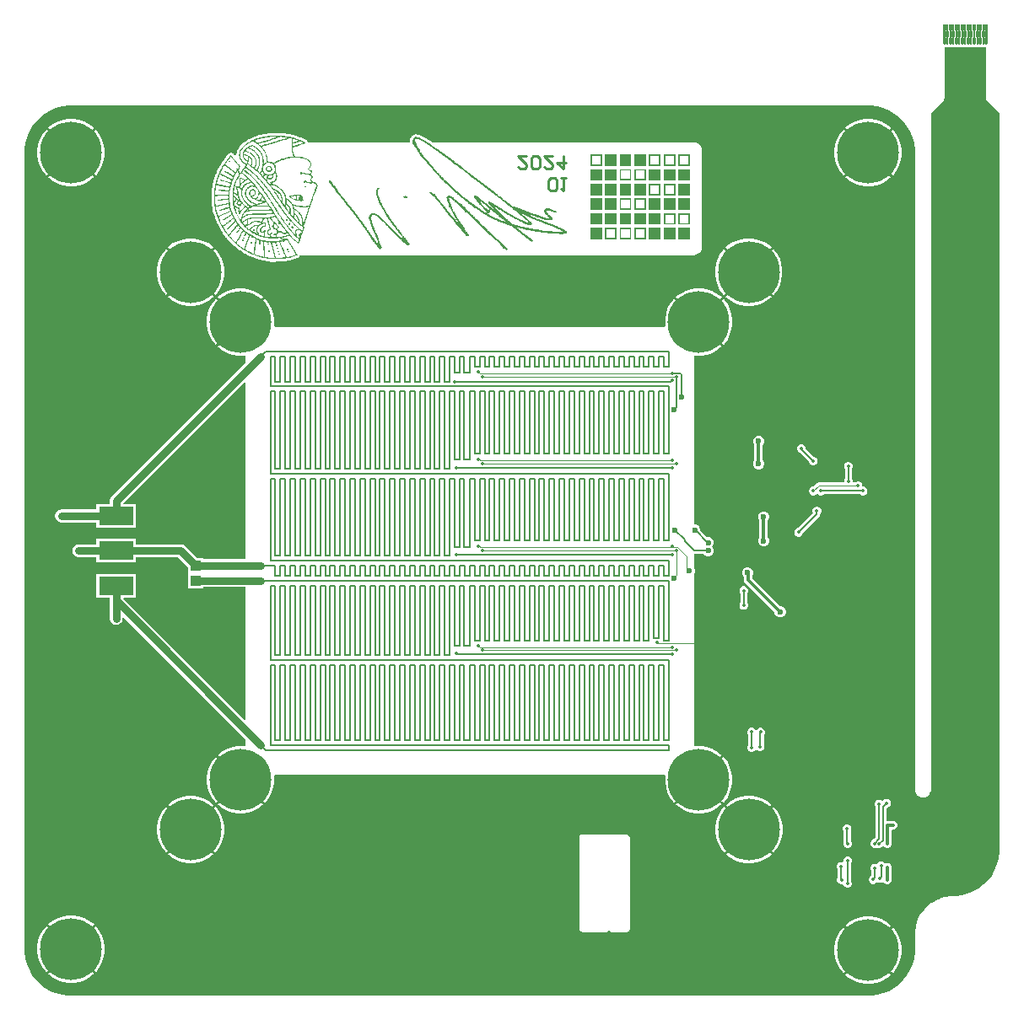
<source format=gbr>
%TF.GenerationSoftware,Altium Limited,Altium Designer,24.0.1 (36)*%
G04 Layer_Physical_Order=2*
G04 Layer_Color=16711680*
%FSLAX25Y25*%
%MOIN*%
%TF.SameCoordinates,674ED1FF-067C-45DD-8C41-4F82C3FA2B26*%
%TF.FilePolarity,Positive*%
%TF.FileFunction,Copper,L2,Bot,Signal*%
%TF.Part,Single*%
G01*
G75*
%TA.AperFunction,SMDPad,CuDef*%
%ADD23R,0.13583X0.07284*%
%ADD25R,0.03937X0.03937*%
%TA.AperFunction,Conductor*%
%ADD30C,0.00551*%
%ADD31C,0.00400*%
%ADD32C,0.01181*%
%ADD34C,0.00787*%
%ADD35C,0.02953*%
%TA.AperFunction,SMDPad,CuDef*%
%AMCUSTOMSHAPE36*
4,1,11,0.00591,0.03937,0.00591,-0.03543,0.00197,-0.03937,0.00197,-0.03937,-0.00197,-0.03937,-0.00591,-0.03543,-0.00591,-0.01476,-0.00197,-0.01083,-0.00197,0.01476,-0.00591,0.01870,-0.00591,0.03937,0.00591,0.03937,0.0*%
%ADD36CUSTOMSHAPE36*%

%AMCUSTOMSHAPE37*
4,1,12,0.00591,0.01280,0.00591,-0.00886,0.00197,-0.01280,0.00197,-0.03937,-0.00197,-0.03937,-0.00197,-0.01280,-0.00591,-0.00886,-0.00591,0.01280,-0.00197,0.01673,-0.00197,0.03937,0.00197,0.03937,0.00197,0.01673,0.00591,0.01280,0.0*%
%ADD37CUSTOMSHAPE37*%

%AMCUSTOMSHAPE38*
4,1,14,0.00591,0.03937,0.00591,0.01870,0.00197,0.01476,0.00197,-0.01083,0.00591,-0.01476,0.00591,-0.03543,0.00197,-0.03937,-0.00197,-0.03937,-0.00591,-0.03543,-0.00591,-0.01476,-0.00197,-0.01083,-0.00197,0.01476,-0.00591,0.01870,-0.00591,0.03937,0.00591,0.03937,0.0*%
%ADD38CUSTOMSHAPE38*%

%AMCUSTOMSHAPE39*
4,1,12,0.00591,0.03937,0.00591,0.01870,0.00197,0.01476,0.00197,0.01476,0.00197,-0.01083,0.00591,-0.01476,0.00591,-0.01476,0.00591,-0.03543,0.00197,-0.03937,-0.00197,-0.03937,-0.00591,-0.03543,-0.00591,0.03937,0.00591,0.03937,0.0*%
%ADD39CUSTOMSHAPE39*%

%TA.AperFunction,ViaPad*%
%ADD40C,0.24410*%
%ADD41C,0.01378*%
%ADD42C,0.02362*%
%TA.AperFunction,Conductor*%
%ADD43C,0.00402*%
%TA.AperFunction,NonConductor*%
%ADD44C,0.01063*%
G36*
X380712Y376420D02*
X381102Y376343D01*
X381276D01*
X381276Y356102D01*
X381276Y356102D01*
X381367Y355642D01*
X381628Y355251D01*
X381628Y355251D01*
X386591Y350289D01*
X386591Y59055D01*
X386591Y59055D01*
X386591Y59055D01*
Y57844D01*
X386275Y55442D01*
X385648Y53102D01*
X384721Y50864D01*
X383509Y48766D01*
X382035Y46844D01*
X380322Y45131D01*
X378400Y43656D01*
X376302Y42445D01*
X374063Y41517D01*
X371723Y40890D01*
X369321Y40574D01*
X368110Y40574D01*
X368091Y40570D01*
X368071Y40574D01*
X367170Y40544D01*
X367111Y40531D01*
X367052Y40534D01*
X365265Y40299D01*
X365190Y40274D01*
X365110Y40268D01*
X363369Y39802D01*
X363298Y39767D01*
X363220Y39751D01*
X361555Y39062D01*
X361489Y39018D01*
X361414Y38992D01*
X359853Y38091D01*
X359793Y38038D01*
X359722Y38003D01*
X358292Y36906D01*
X358239Y36846D01*
X358173Y36802D01*
X356899Y35528D01*
X356855Y35462D01*
X356795Y35409D01*
X355698Y33979D01*
X355662Y33908D01*
X355610Y33848D01*
X354709Y32287D01*
X354683Y32212D01*
X354639Y32146D01*
X353949Y30481D01*
X353934Y30403D01*
X353899Y30332D01*
X353432Y28591D01*
X353427Y28511D01*
X353401Y28436D01*
X353166Y26649D01*
X353170Y26589D01*
X353157Y26531D01*
X353127Y25630D01*
X353130Y25610D01*
X353127Y25591D01*
Y19685D01*
X353127Y19685D01*
Y18474D01*
X352810Y16072D01*
X352183Y13732D01*
X351256Y11494D01*
X350045Y9396D01*
X348570Y7474D01*
X346857Y5761D01*
X344935Y4286D01*
X342837Y3074D01*
X340599Y2148D01*
X338259Y1520D01*
X335857Y1204D01*
X334646Y1204D01*
X19685Y1204D01*
X18474Y1204D01*
X16072Y1520D01*
X13732Y2148D01*
X11494Y3075D01*
X9396Y4286D01*
X7474Y5761D01*
X5761Y7474D01*
X4286Y9396D01*
X3074Y11494D01*
X2148Y13732D01*
X1520Y16072D01*
X1204Y18474D01*
Y19685D01*
X1204Y334646D01*
X1204Y335857D01*
X1520Y338259D01*
X2148Y340599D01*
X3075Y342837D01*
X4286Y344935D01*
X5761Y346857D01*
X7474Y348570D01*
X9396Y350045D01*
X11494Y351256D01*
X13732Y352183D01*
X16072Y352810D01*
X18474Y353127D01*
X19685D01*
X334646Y353127D01*
X334646Y353127D01*
X335857Y353127D01*
X338259Y352810D01*
X340599Y352183D01*
X342837Y351256D01*
X344935Y350045D01*
X346857Y348570D01*
X348570Y346857D01*
X350045Y344935D01*
X351256Y342837D01*
X352183Y340599D01*
X352810Y338259D01*
X353127Y335857D01*
X353127Y334646D01*
X353127Y82677D01*
X353138Y82619D01*
X353132Y82559D01*
X353170Y82175D01*
X353222Y82006D01*
X353256Y81832D01*
X353550Y81123D01*
X353811Y80732D01*
X354354Y80189D01*
X354745Y79928D01*
X355454Y79634D01*
X355628Y79599D01*
X355797Y79548D01*
X356181Y79510D01*
X356299Y79522D01*
X356417Y79510D01*
X356801Y79548D01*
X356971Y79599D01*
X357144Y79634D01*
X357854Y79928D01*
X358244Y80189D01*
X358787Y80732D01*
X359048Y81123D01*
X359342Y81832D01*
X359377Y82006D01*
X359428Y82175D01*
X359466Y82559D01*
X359460Y82619D01*
X359472Y82677D01*
X359472Y350289D01*
X364434Y355251D01*
X364434Y355251D01*
X364695Y355642D01*
X364787Y356102D01*
X364787Y356102D01*
X364787Y376238D01*
X364961D01*
X365354Y376317D01*
X365748Y376238D01*
X366142D01*
X366535Y376316D01*
X366929Y376238D01*
X367323D01*
X367753Y376324D01*
X367857Y376393D01*
X368110Y376343D01*
X368504D01*
X368894Y376420D01*
X368898Y376423D01*
X368901Y376420D01*
X369291Y376343D01*
X369685D01*
X370075Y376420D01*
X370079Y376423D01*
X370082Y376420D01*
X370472Y376343D01*
X370866D01*
X371256Y376420D01*
X371260Y376423D01*
X371263Y376420D01*
X371654Y376343D01*
X372047D01*
X372437Y376420D01*
X372441Y376423D01*
X372445Y376420D01*
X372835Y376343D01*
X373228D01*
X373619Y376420D01*
X373622Y376423D01*
X373626Y376420D01*
X374016Y376343D01*
X374410D01*
X374800Y376420D01*
X374803Y376423D01*
X374807Y376420D01*
X375197Y376343D01*
X375591D01*
X375981Y376420D01*
X375984Y376423D01*
X375988Y376420D01*
X376378Y376343D01*
X376772D01*
X377162Y376420D01*
X377165Y376423D01*
X377169Y376420D01*
X377559Y376343D01*
X377953D01*
X378343Y376420D01*
X378346Y376423D01*
X378350Y376420D01*
X378740Y376343D01*
X379134D01*
X379524Y376420D01*
X379528Y376423D01*
X379531Y376420D01*
X379921Y376343D01*
X380315D01*
X380705Y376420D01*
X380709Y376423D01*
X380712Y376420D01*
D02*
G37*
%LPC*%
G36*
X335693Y347953D02*
X333598D01*
X331530Y347625D01*
X329538Y346978D01*
X327671Y346027D01*
X325977Y344796D01*
X325590Y344409D01*
X326460Y343538D01*
X325753Y342831D01*
X324883Y343702D01*
X324496Y343315D01*
X323264Y341620D01*
X322313Y339754D01*
X321666Y337762D01*
X321339Y335693D01*
Y333598D01*
X321666Y331530D01*
X322313Y329538D01*
X323264Y327671D01*
X324496Y325977D01*
X324883Y325590D01*
X325753Y326460D01*
X326460Y325753D01*
X325590Y324883D01*
X325977Y324496D01*
X327671Y323264D01*
X329538Y322313D01*
X331530Y321666D01*
X333598Y321339D01*
X335693D01*
X337762Y321666D01*
X339754Y322313D01*
X341620Y323264D01*
X343315Y324496D01*
X343702Y324883D01*
X342831Y325753D01*
X343538Y326460D01*
X344409Y325590D01*
X344796Y325977D01*
X346027Y327671D01*
X346978Y329538D01*
X347625Y331530D01*
X347953Y333598D01*
Y335693D01*
X347625Y337762D01*
X346978Y339754D01*
X346027Y341620D01*
X344796Y343315D01*
X344409Y343702D01*
X343538Y342831D01*
X342831Y343538D01*
X343702Y344409D01*
X343315Y344796D01*
X341620Y346027D01*
X339754Y346978D01*
X337762Y347625D01*
X335693Y347953D01*
D02*
G37*
G36*
X20732Y347953D02*
X18638D01*
X16569Y347625D01*
X14577Y346978D01*
X12711Y346027D01*
X11016Y344796D01*
X10629Y344409D01*
X11500Y343538D01*
X10792Y342831D01*
X9922Y343702D01*
X9535Y343315D01*
X8304Y341620D01*
X7353Y339754D01*
X6706Y337762D01*
X6378Y335693D01*
Y333598D01*
X6706Y331530D01*
X7353Y329538D01*
X8304Y327671D01*
X9535Y325977D01*
X9922Y325590D01*
X10792Y326460D01*
X11500Y325753D01*
X10629Y324883D01*
X11016Y324496D01*
X12711Y323264D01*
X14577Y322313D01*
X16569Y321666D01*
X18638Y321339D01*
X20732D01*
X22801Y321666D01*
X24793Y322313D01*
X26660Y323264D01*
X28354Y324496D01*
X28741Y324883D01*
X27871Y325753D01*
X28578Y326460D01*
X29448Y325590D01*
X29835Y325977D01*
X31066Y327671D01*
X32017Y329538D01*
X32664Y331530D01*
X32992Y333598D01*
Y335693D01*
X32664Y337762D01*
X32017Y339754D01*
X31066Y341620D01*
X29835Y343315D01*
X29448Y343702D01*
X28578Y342831D01*
X27871Y343538D01*
X28741Y344409D01*
X28354Y344796D01*
X26660Y346027D01*
X24793Y346978D01*
X22801Y347625D01*
X20732Y347953D01*
D02*
G37*
G36*
X102806Y342387D02*
X102803Y342386D01*
X102799Y342387D01*
X98638Y342358D01*
X98605Y342352D01*
X98572Y342356D01*
X98412Y342312D01*
X98248Y342278D01*
X98221Y342259D01*
X98189Y342250D01*
X98167Y342233D01*
X97949Y342212D01*
X97928Y342205D01*
X97906Y342206D01*
X97521Y342151D01*
X96825Y342068D01*
X96808Y342062D01*
X96791Y342063D01*
X96055Y341950D01*
X96033Y341942D01*
X96010Y341942D01*
X95727Y341885D01*
X95704Y341876D01*
X95680Y341875D01*
X95493Y341828D01*
X95193Y341778D01*
X95178Y341772D01*
X95161Y341772D01*
X94878Y341716D01*
X94855Y341706D01*
X94831Y341705D01*
X94604Y341648D01*
X94594Y341644D01*
X94583Y341643D01*
X94282Y341561D01*
X93840Y341450D01*
X93824Y341443D01*
X93807Y341441D01*
X93014Y341215D01*
X92967Y341191D01*
X92916Y341181D01*
X92651Y341075D01*
X91793Y340771D01*
X91775Y340760D01*
X91755Y340757D01*
X91189Y340530D01*
X91169Y340517D01*
X91146Y340512D01*
X90834Y340370D01*
X90812Y340354D01*
X90786Y340347D01*
X89370Y339611D01*
X89354Y339598D01*
X89335Y339591D01*
X88938Y339365D01*
X88899Y339331D01*
X88852Y339309D01*
X88520Y339072D01*
X88479Y339052D01*
X88399Y338990D01*
X88309Y338945D01*
X87799Y338548D01*
X87757Y338500D01*
X87704Y338464D01*
X87665Y338425D01*
X87614Y338385D01*
X87478Y338295D01*
X87326Y338142D01*
X87274Y338102D01*
X87138Y338011D01*
X86713Y337587D01*
X86623Y337451D01*
X86583Y337399D01*
X86317Y337134D01*
X86226Y336998D01*
X86126Y336869D01*
X86105Y336827D01*
X85869Y336496D01*
X85831Y336412D01*
X85776Y336337D01*
X85323Y335375D01*
X85299Y335278D01*
X85256Y335188D01*
X85087Y334509D01*
X85081Y334404D01*
X85057Y334302D01*
X85036Y333781D01*
X84665Y333380D01*
X84636Y333363D01*
X84542Y333348D01*
X84428Y333355D01*
X84362Y333454D01*
X84266Y333549D01*
X84226Y333601D01*
X84136Y333737D01*
X83927Y333946D01*
X83743Y334182D01*
X83743Y334182D01*
X83570Y334281D01*
X83397Y334379D01*
X83143Y334464D01*
X83143Y334464D01*
X82748Y334514D01*
X82748D01*
X82608Y334476D01*
X82364Y334409D01*
X82364Y334409D01*
X82251Y334352D01*
X82122Y334252D01*
X81986Y334161D01*
X81674Y333850D01*
X81584Y333714D01*
X81544Y333663D01*
X81335Y333454D01*
X81314Y333423D01*
X81286Y333401D01*
X81254Y333345D01*
X81251Y333342D01*
X81144Y333259D01*
X81112Y333203D01*
X81066Y333157D01*
X80895Y332901D01*
X80825Y332831D01*
X80734Y332695D01*
X80695Y332644D01*
X80599Y332548D01*
X80508Y332412D01*
X80468Y332360D01*
X80372Y332265D01*
X80282Y332129D01*
X80181Y332000D01*
X80176Y331988D01*
X79993Y331765D01*
X79969Y331720D01*
X79934Y331685D01*
X79763Y331429D01*
X79750Y331416D01*
X79659Y331280D01*
X79559Y331151D01*
X79538Y331109D01*
X79301Y330778D01*
X79271Y330710D01*
X79240Y330679D01*
X79165Y330567D01*
X79076Y330464D01*
X78464Y329394D01*
X78447Y329377D01*
X78440Y329366D01*
X78429Y329359D01*
X78330Y329201D01*
X78226Y329047D01*
X78224Y329033D01*
X78217Y329022D01*
X78123Y328778D01*
X78023Y328645D01*
X77347Y327237D01*
X77294Y327131D01*
X77286Y327101D01*
X77269Y327076D01*
X77101Y326686D01*
X76878Y326183D01*
X76872Y326157D01*
X76858Y326135D01*
X76575Y325399D01*
X76573Y325392D01*
X76570Y325385D01*
X76372Y324847D01*
X76366Y324813D01*
X76350Y324783D01*
X76210Y324305D01*
X76040Y323741D01*
X76038Y323716D01*
X76028Y323695D01*
X75975Y323485D01*
X75867Y323105D01*
X75866Y323099D01*
X75863Y323093D01*
X75778Y322782D01*
X75778Y322771D01*
X75773Y322761D01*
X75716Y322534D01*
X75714Y322493D01*
X75700Y322455D01*
X75650Y322155D01*
X75603Y321968D01*
X75602Y321943D01*
X75592Y321921D01*
X75479Y321355D01*
X75479Y321338D01*
X75473Y321322D01*
X75417Y320983D01*
X75417Y320961D01*
X75411Y320941D01*
X75354Y320488D01*
X75355Y320481D01*
X75352Y320475D01*
X75298Y319988D01*
X75269Y319799D01*
X75256Y319778D01*
X75164Y319635D01*
X75158Y319606D01*
X75144Y319580D01*
X75122Y319411D01*
X75091Y319244D01*
X75148Y315224D01*
X75181Y315071D01*
X75200Y314916D01*
X75245Y314783D01*
X75273Y314668D01*
X75351Y313866D01*
X75360Y313836D01*
X75359Y313805D01*
X75529Y312729D01*
X75536Y312710D01*
X75536Y312688D01*
X75706Y311839D01*
X75715Y311816D01*
X75716Y311792D01*
X76056Y310433D01*
X76065Y310414D01*
X76067Y310393D01*
X76209Y309911D01*
X76225Y309881D01*
X76230Y309847D01*
X76413Y309350D01*
X76486Y309082D01*
X76506Y309043D01*
X76512Y308999D01*
X76937Y307839D01*
X76957Y307805D01*
X76966Y307767D01*
X77098Y307477D01*
X77202Y307216D01*
X77209Y307205D01*
X77212Y307193D01*
X77382Y306797D01*
X77402Y306767D01*
X77412Y306732D01*
X78431Y304750D01*
X78446Y304733D01*
X78453Y304711D01*
X78906Y303918D01*
X78995Y303816D01*
X79070Y303703D01*
X79087Y303686D01*
X79472Y303012D01*
X79561Y302910D01*
X79636Y302797D01*
X79671Y302763D01*
X79707Y302686D01*
X80670Y301384D01*
X80689Y301366D01*
X80700Y301344D01*
X80955Y301032D01*
X80989Y301005D01*
X81008Y300980D01*
X81024Y300957D01*
X81034Y300946D01*
X81074Y300895D01*
X81165Y300759D01*
X81317Y300607D01*
X81357Y300555D01*
X81448Y300419D01*
X81600Y300267D01*
X81640Y300216D01*
X81731Y300080D01*
X81884Y299927D01*
X81923Y299876D01*
X82014Y299740D01*
X83628Y298126D01*
X83764Y298036D01*
X83815Y297996D01*
X84024Y297787D01*
X84160Y297696D01*
X84211Y297656D01*
X84421Y297447D01*
X84556Y297356D01*
X84608Y297316D01*
X84760Y297164D01*
X84896Y297073D01*
X84948Y297033D01*
X85043Y296937D01*
X85179Y296847D01*
X85231Y296807D01*
X85326Y296711D01*
X85462Y296620D01*
X85591Y296520D01*
X85619Y296506D01*
X86251Y296026D01*
X86265Y296019D01*
X86276Y296008D01*
X86474Y295866D01*
X86499Y295855D01*
X86519Y295836D01*
X87142Y295439D01*
X87155Y295434D01*
X87165Y295425D01*
X87448Y295255D01*
X87458Y295252D01*
X87466Y295244D01*
X87744Y295086D01*
X87761Y295069D01*
X87874Y294994D01*
X87976Y294905D01*
X88372Y294678D01*
X88389Y294673D01*
X88403Y294661D01*
X89479Y294095D01*
X89499Y294089D01*
X89516Y294077D01*
X90705Y293511D01*
X90737Y293502D01*
X90764Y293484D01*
X91036Y293376D01*
X91421Y293211D01*
X91440Y293207D01*
X91456Y293197D01*
X92192Y292913D01*
X92254Y292903D01*
X92311Y292876D01*
X92470Y292836D01*
X92689Y292748D01*
X92734Y292740D01*
X92775Y292719D01*
X93338Y292549D01*
X94070Y292324D01*
X94098Y292321D01*
X94123Y292310D01*
X94339Y292256D01*
X94640Y292174D01*
X94651Y292173D01*
X94661Y292168D01*
X95114Y292055D01*
X95138Y292054D01*
X95161Y292044D01*
X95444Y291988D01*
X95461Y291988D01*
X95476Y291982D01*
X95776Y291932D01*
X95963Y291885D01*
X95987Y291884D01*
X96010Y291874D01*
X96293Y291818D01*
X96338Y291818D01*
X96381Y291804D01*
X97077Y291727D01*
X97237Y291687D01*
X97320Y291683D01*
X97399Y291660D01*
X97885Y291619D01*
X97991Y291538D01*
X98032Y291526D01*
X98069Y291502D01*
X98223Y291474D01*
X98374Y291432D01*
X98417Y291438D01*
X98460Y291430D01*
X102706Y291487D01*
X102888Y291525D01*
X103071Y291560D01*
X103219Y291619D01*
X103952Y291689D01*
X103965Y291694D01*
X103980Y291693D01*
X104433Y291749D01*
X104460Y291758D01*
X104489Y291758D01*
X105112Y291871D01*
X105120Y291874D01*
X105129Y291874D01*
X105679Y291984D01*
X106003Y292038D01*
X106041Y292053D01*
X106082Y292055D01*
X106965Y292276D01*
X107224Y292327D01*
X107271Y292347D01*
X107321Y292352D01*
X107948Y292542D01*
X108149Y292593D01*
X108199Y292617D01*
X108254Y292625D01*
X108717Y292796D01*
X108923Y292837D01*
X109095Y292909D01*
X109270Y292976D01*
X109581Y293175D01*
X109608Y293200D01*
X109641Y293216D01*
X109751Y293337D01*
X109869Y293450D01*
X109884Y293483D01*
X109908Y293510D01*
X109993Y293652D01*
X110038Y293777D01*
X110099Y293896D01*
X110105Y293963D01*
X110127Y294026D01*
X110192Y294094D01*
X266058D01*
X266667Y294215D01*
X267240Y294453D01*
X267756Y294798D01*
X268195Y295236D01*
X268539Y295752D01*
X268777Y296325D01*
X268898Y296934D01*
Y297244D01*
Y335433D01*
Y335743D01*
X268777Y336352D01*
X268539Y336925D01*
X268195Y337441D01*
X267756Y337879D01*
X267240Y338224D01*
X266667Y338462D01*
X266058Y338583D01*
X162562D01*
X162531Y338607D01*
X162450Y338629D01*
X162276Y338803D01*
X162271Y338806D01*
X162201Y338896D01*
X162145Y338928D01*
X162100Y338973D01*
X161974Y339025D01*
X161855Y339093D01*
X161834Y339096D01*
X161764Y339125D01*
X161645Y339193D01*
X161579Y339215D01*
X161577Y339215D01*
X161554Y339225D01*
X161532Y339237D01*
X161491Y339278D01*
X161357Y339367D01*
X161231Y339467D01*
X161193Y339477D01*
X161160Y339499D01*
X161158Y339499D01*
X161089Y339575D01*
X161009Y339614D01*
X160938Y339668D01*
X160850Y339692D01*
X160840Y339703D01*
X160714Y339755D01*
X160628Y339804D01*
X160618Y339813D01*
X160492Y339866D01*
X160466Y339881D01*
X160462Y339886D01*
X160429Y339920D01*
X160414Y339930D01*
X160410Y339935D01*
X160380Y339952D01*
X160296Y340009D01*
X160170Y340108D01*
X160131Y340119D01*
X160098Y340141D01*
X160048Y340151D01*
X160012Y340183D01*
X159940Y340209D01*
X159895Y340240D01*
X159877Y340255D01*
X159859Y340287D01*
X159730Y340387D01*
X159608Y340496D01*
X159574Y340508D01*
X159545Y340531D01*
X159457Y340555D01*
X159446Y340565D01*
X159320Y340618D01*
X159201Y340686D01*
X159180Y340688D01*
X159110Y340717D01*
X159054Y340749D01*
X159016Y340798D01*
X158914Y340857D01*
X158822Y340931D01*
X158742Y340954D01*
X158671Y340995D01*
X158568Y341008D01*
X158547Y341027D01*
X158512Y341039D01*
X158483Y341062D01*
X158416Y341080D01*
X158386Y341119D01*
X158275Y341182D01*
X158174Y341261D01*
X158115Y341277D01*
X158107Y341283D01*
X158090Y341287D01*
X158040Y341316D01*
X157974Y341338D01*
X157964Y341339D01*
X157830Y341415D01*
X157830D01*
X157830Y341416D01*
X157731Y341449D01*
X157620Y341462D01*
X157521Y341498D01*
X157513Y341503D01*
X157365Y341609D01*
X157348Y341613D01*
X157334Y341622D01*
X157155Y341658D01*
X156978Y341699D01*
X156579Y341713D01*
X156483Y341758D01*
X156395Y341780D01*
X156315Y341784D01*
X156308Y341786D01*
X156299Y341785D01*
X156248Y341787D01*
X156103Y341810D01*
X155595Y341788D01*
X155545Y341775D01*
X155494Y341778D01*
X155353Y341729D01*
X155208Y341693D01*
X155167Y341663D01*
X155119Y341646D01*
X155107Y341635D01*
X155089Y341630D01*
X154939Y341600D01*
X154900Y341574D01*
X154855Y341561D01*
X154736Y341465D01*
X154608Y341379D01*
X154575Y341346D01*
X154558Y341321D01*
X154546Y341311D01*
X154544Y341307D01*
X154541Y341305D01*
X154520Y341291D01*
X154464Y341235D01*
X154444Y341205D01*
X154430Y341194D01*
X154409Y341180D01*
X154376Y341147D01*
X154366Y341132D01*
X154360Y341127D01*
X154343Y341097D01*
X154305Y341041D01*
X154219Y340946D01*
X154195Y340877D01*
X154155Y340816D01*
X154155Y340815D01*
X154069Y340688D01*
X153973Y340568D01*
X153960Y340523D01*
X153934Y340484D01*
X153931Y340472D01*
X153807Y340375D01*
X153789Y340343D01*
X153761Y340319D01*
X153691Y340172D01*
X153610Y340030D01*
X153577Y339930D01*
X153561Y339803D01*
X153527Y339680D01*
X153536Y339608D01*
X153527Y339535D01*
X153546Y339467D01*
X153538Y338583D01*
X113694D01*
X113205Y338790D01*
X113198Y338806D01*
X113198Y338823D01*
X113123Y338989D01*
X113053Y339158D01*
X113041Y339170D01*
X113034Y339185D01*
X112893Y339383D01*
X112844Y339430D01*
X112808Y339487D01*
X112700Y339565D01*
X112603Y339656D01*
X112540Y339680D01*
X112485Y339719D01*
X111239Y340285D01*
X111216Y340291D01*
X111196Y340304D01*
X110630Y340530D01*
X110623Y340531D01*
X110617Y340535D01*
X110249Y340677D01*
X110187Y340687D01*
X110131Y340714D01*
X109983Y340751D01*
X109662Y340889D01*
X109582Y340906D01*
X109508Y340941D01*
X109342Y340982D01*
X109032Y341101D01*
X108981Y341110D01*
X108934Y341133D01*
X108623Y341218D01*
X108612Y341219D01*
X108602Y341224D01*
X108398Y341275D01*
X107855Y341438D01*
X107831Y341440D01*
X107809Y341450D01*
X107356Y341563D01*
X107347Y341564D01*
X107338Y341568D01*
X106980Y341651D01*
X106535Y341762D01*
X106494Y341764D01*
X106456Y341778D01*
X105477Y341941D01*
X105290Y341988D01*
X105226Y341991D01*
X105166Y342011D01*
X104005Y342153D01*
X104000Y342152D01*
X103994Y342154D01*
X103315Y342229D01*
X103196Y342309D01*
X103193Y342310D01*
X103190Y342312D01*
X102998Y342348D01*
X102806Y342387D01*
D02*
G37*
G36*
X288449Y300709D02*
X286354D01*
X284285Y300381D01*
X282293Y299734D01*
X280427Y298783D01*
X278733Y297552D01*
X278346Y297165D01*
X279216Y296294D01*
X278509Y295587D01*
X277639Y296458D01*
X277252Y296071D01*
X276020Y294376D01*
X275069Y292510D01*
X274422Y290518D01*
X274095Y288449D01*
Y286354D01*
X274422Y284285D01*
X275069Y282293D01*
X276020Y280427D01*
X277252Y278733D01*
X277639Y278346D01*
X278509Y279216D01*
X279216Y278509D01*
X278346Y277639D01*
X278733Y277252D01*
X280427Y276020D01*
X282293Y275069D01*
X284285Y274422D01*
X286354Y274095D01*
X288449D01*
X290518Y274422D01*
X292510Y275069D01*
X294376Y276020D01*
X296071Y277252D01*
X296458Y277639D01*
X295587Y278509D01*
X296294Y279216D01*
X297165Y278346D01*
X297552Y278733D01*
X298783Y280427D01*
X299734Y282293D01*
X300381Y284285D01*
X300709Y286354D01*
Y288449D01*
X300381Y290518D01*
X299734Y292510D01*
X298783Y294376D01*
X297552Y296071D01*
X297165Y296458D01*
X296294Y295587D01*
X295587Y296294D01*
X296458Y297165D01*
X296071Y297552D01*
X294376Y298783D01*
X292510Y299734D01*
X290518Y300381D01*
X288449Y300709D01*
D02*
G37*
G36*
X67976D02*
X65882D01*
X63813Y300381D01*
X61821Y299734D01*
X59955Y298783D01*
X58260Y297552D01*
X57873Y297165D01*
X58744Y296294D01*
X58037Y295587D01*
X57166Y296458D01*
X56779Y296071D01*
X55548Y294376D01*
X54597Y292510D01*
X53950Y290518D01*
X53622Y288449D01*
Y286354D01*
X53950Y284285D01*
X54597Y282293D01*
X55548Y280427D01*
X56779Y278733D01*
X57166Y278346D01*
X58037Y279216D01*
X58744Y278509D01*
X57873Y277639D01*
X58260Y277252D01*
X59955Y276020D01*
X61821Y275069D01*
X63813Y274422D01*
X65882Y274095D01*
X67976D01*
X70045Y274422D01*
X72037Y275069D01*
X73904Y276020D01*
X75598Y277252D01*
X75985Y277639D01*
X75115Y278509D01*
X75822Y279216D01*
X76692Y278346D01*
X77079Y278733D01*
X78310Y280427D01*
X79261Y282293D01*
X79909Y284285D01*
X80236Y286354D01*
Y288449D01*
X79909Y290518D01*
X79261Y292510D01*
X78310Y294376D01*
X77079Y296071D01*
X76692Y296458D01*
X75822Y295587D01*
X75115Y296294D01*
X75985Y297165D01*
X75598Y297552D01*
X73904Y298783D01*
X72037Y299734D01*
X70045Y300381D01*
X67976Y300709D01*
D02*
G37*
G36*
X268764Y281024D02*
X266669D01*
X264600Y280696D01*
X262608Y280049D01*
X260742Y279098D01*
X259048Y277867D01*
X258661Y277480D01*
X259531Y276609D01*
X258824Y275902D01*
X257954Y276772D01*
X257566Y276385D01*
X256335Y274691D01*
X255384Y272825D01*
X254737Y270833D01*
X254410Y268764D01*
Y266669D01*
X254495Y266128D01*
X254170Y265748D01*
X100160D01*
X99836Y266128D01*
X99921Y266669D01*
Y268764D01*
X99594Y270833D01*
X98946Y272825D01*
X97995Y274691D01*
X96764Y276385D01*
X96377Y276772D01*
X95507Y275902D01*
X94800Y276609D01*
X95670Y277480D01*
X95283Y277867D01*
X93589Y279098D01*
X91722Y280049D01*
X89730Y280696D01*
X87661Y281024D01*
X85567D01*
X83498Y280696D01*
X81506Y280049D01*
X79640Y279098D01*
X77945Y277867D01*
X77558Y277480D01*
X78429Y276609D01*
X77722Y275902D01*
X76851Y276772D01*
X76464Y276385D01*
X75233Y274691D01*
X74282Y272825D01*
X73635Y270833D01*
X73307Y268764D01*
Y266669D01*
X73635Y264600D01*
X74282Y262608D01*
X75233Y260742D01*
X76464Y259048D01*
X76851Y258661D01*
X77722Y259531D01*
X78429Y258824D01*
X77558Y257954D01*
X77945Y257566D01*
X79640Y256335D01*
X81506Y255384D01*
X83498Y254737D01*
X85567Y254410D01*
X87661D01*
X88203Y254495D01*
X88583Y254170D01*
Y251602D01*
X35616Y198636D01*
X35069Y197817D01*
X34877Y196850D01*
Y195587D01*
X29610D01*
Y193470D01*
X15748D01*
X14782Y193278D01*
X13963Y192730D01*
X13415Y191911D01*
X13223Y190945D01*
X13415Y189979D01*
X13963Y189160D01*
X14782Y188612D01*
X15748Y188420D01*
X29610D01*
Y186303D01*
X45193D01*
Y195587D01*
X40416D01*
X40209Y196087D01*
X88121Y243999D01*
X88583Y243808D01*
Y173785D01*
X71866D01*
Y174228D01*
X69500D01*
X64777Y178951D01*
X63958Y179498D01*
X62992Y179690D01*
X45193D01*
Y181807D01*
X29610D01*
Y179690D01*
X22665D01*
X21699Y179498D01*
X20880Y178951D01*
X20333Y178132D01*
X20140Y177165D01*
X20333Y176199D01*
X20880Y175380D01*
X21699Y174833D01*
X22665Y174641D01*
X29610D01*
Y172524D01*
X45193D01*
Y174641D01*
X61946D01*
X65929Y170658D01*
Y168291D01*
X65929D01*
Y162386D01*
X71866D01*
Y162829D01*
X88583D01*
Y110523D01*
X88121Y110332D01*
X40209Y158244D01*
X40416Y158744D01*
X45193D01*
Y168028D01*
X29610D01*
Y158744D01*
X34877D01*
Y157480D01*
Y150400D01*
X35069Y149434D01*
X35616Y148615D01*
X36435Y148067D01*
X37402Y147875D01*
X38368Y148067D01*
X39187Y148615D01*
X39734Y149434D01*
X39926Y150400D01*
Y150731D01*
X40388Y150923D01*
X88583Y102728D01*
Y100160D01*
X88203Y99836D01*
X87661Y99921D01*
X85567D01*
X83498Y99594D01*
X81506Y98946D01*
X79640Y97995D01*
X77945Y96764D01*
X77558Y96377D01*
X78429Y95507D01*
X77722Y94800D01*
X76851Y95670D01*
X76464Y95283D01*
X75233Y93589D01*
X74282Y91722D01*
X73635Y89730D01*
X73307Y87661D01*
Y85567D01*
X73635Y83498D01*
X74282Y81506D01*
X75233Y79640D01*
X76464Y77945D01*
X76851Y77558D01*
X77722Y78429D01*
X78429Y77722D01*
X77558Y76851D01*
X77945Y76464D01*
X79640Y75233D01*
X81506Y74282D01*
X83498Y73635D01*
X85567Y73307D01*
X87661D01*
X89730Y73635D01*
X91722Y74282D01*
X93589Y75233D01*
X95283Y76464D01*
X95670Y76851D01*
X94800Y77722D01*
X95507Y78429D01*
X96377Y77558D01*
X96764Y77945D01*
X97995Y79640D01*
X98946Y81506D01*
X99594Y83498D01*
X99921Y85567D01*
Y87661D01*
X99836Y88203D01*
X100160Y88583D01*
X254170D01*
X254495Y88203D01*
X254410Y87661D01*
Y85567D01*
X254737Y83498D01*
X255384Y81506D01*
X256335Y79640D01*
X257566Y77945D01*
X257954Y77558D01*
X258824Y78429D01*
X259531Y77722D01*
X258661Y76851D01*
X259048Y76464D01*
X260742Y75233D01*
X262608Y74282D01*
X264600Y73635D01*
X266669Y73307D01*
X268764D01*
X270833Y73635D01*
X272825Y74282D01*
X274691Y75233D01*
X276385Y76464D01*
X276772Y76851D01*
X275902Y77722D01*
X276609Y78429D01*
X277480Y77558D01*
X277867Y77945D01*
X279098Y79640D01*
X280049Y81506D01*
X280696Y83498D01*
X281024Y85567D01*
Y87661D01*
X280696Y89730D01*
X280049Y91722D01*
X279098Y93589D01*
X277867Y95283D01*
X277480Y95670D01*
X276609Y94800D01*
X275902Y95507D01*
X276772Y96377D01*
X276385Y96764D01*
X274691Y97995D01*
X272825Y98946D01*
X270833Y99594D01*
X268764Y99921D01*
X266669D01*
X266128Y99836D01*
X265748Y100160D01*
Y167887D01*
X265768Y167908D01*
X266100Y168709D01*
Y169577D01*
X265768Y170378D01*
X265748Y170399D01*
Y175736D01*
X265905Y175865D01*
X269706D01*
X270255Y175316D01*
X271056Y174984D01*
X271924D01*
X272726Y175316D01*
X273339Y175930D01*
X273671Y176732D01*
Y177599D01*
X273339Y178401D01*
X272947Y178793D01*
X273339Y179186D01*
X273671Y179987D01*
Y180855D01*
X273339Y181657D01*
X272726Y182270D01*
X271924Y182602D01*
X271056D01*
X270967Y182565D01*
X268372Y185160D01*
Y185718D01*
X268040Y186520D01*
X267427Y187133D01*
X266625Y187465D01*
X265757D01*
X265748Y187471D01*
Y254170D01*
X266128Y254495D01*
X266669Y254410D01*
X268764D01*
X270833Y254737D01*
X272825Y255384D01*
X274691Y256335D01*
X276385Y257566D01*
X276772Y257954D01*
X275902Y258824D01*
X276609Y259531D01*
X277480Y258661D01*
X277867Y259048D01*
X279098Y260742D01*
X280049Y262608D01*
X280696Y264600D01*
X281024Y266669D01*
Y268764D01*
X280696Y270833D01*
X280049Y272825D01*
X279098Y274691D01*
X277867Y276385D01*
X277480Y276772D01*
X276609Y275902D01*
X275902Y276609D01*
X276772Y277480D01*
X276385Y277867D01*
X274691Y279098D01*
X272825Y280049D01*
X270833Y280696D01*
X268764Y281024D01*
D02*
G37*
G36*
X308604Y219209D02*
X307932D01*
X307311Y218952D01*
X306836Y218476D01*
X306579Y217856D01*
Y217184D01*
X306836Y216563D01*
X307311Y216088D01*
X307932Y215831D01*
X308019D01*
X311303Y212546D01*
Y212263D01*
X311560Y211642D01*
X312035Y211167D01*
X312656Y210910D01*
X313328D01*
X313949Y211167D01*
X314424Y211642D01*
X314681Y212263D01*
Y212934D01*
X314424Y213555D01*
X313949Y214030D01*
X313328Y214287D01*
X313241D01*
X309957Y217572D01*
Y217856D01*
X309700Y218476D01*
X309224Y218952D01*
X308604Y219209D01*
D02*
G37*
G36*
X291772Y222654D02*
X290905D01*
X290103Y222322D01*
X289490Y221708D01*
X289158Y220906D01*
Y220039D01*
X289490Y219237D01*
X289717Y219010D01*
Y213077D01*
X289490Y212850D01*
X289158Y212048D01*
Y211180D01*
X289490Y210379D01*
X290103Y209765D01*
X290905Y209433D01*
X291772D01*
X292574Y209765D01*
X293188Y210379D01*
X293520Y211180D01*
Y212048D01*
X293188Y212850D01*
X292960Y213077D01*
Y219010D01*
X293188Y219237D01*
X293520Y220039D01*
Y220906D01*
X293188Y221708D01*
X292574Y222322D01*
X291772Y222654D01*
D02*
G37*
G36*
X327108Y212319D02*
X326436D01*
X325815Y212062D01*
X325340Y211587D01*
X325083Y210966D01*
Y210294D01*
X325340Y209673D01*
X325471Y209542D01*
Y205812D01*
X325340Y205681D01*
X325083Y205060D01*
Y204388D01*
X324941Y204176D01*
X315172D01*
X314704Y204083D01*
X314307Y203818D01*
X312966Y202476D01*
X312671D01*
X312050Y202219D01*
X311575Y201744D01*
X311318Y201123D01*
Y200451D01*
X311575Y199831D01*
X312050Y199356D01*
X312671Y199098D01*
X313343D01*
X313964Y199356D01*
X314192Y199584D01*
X314518Y199782D01*
X314845Y199584D01*
X315073Y199356D01*
X315694Y199098D01*
X316366D01*
X316987Y199356D01*
X317118Y199487D01*
X331589D01*
X331720Y199356D01*
X332341Y199098D01*
X333013D01*
X333634Y199356D01*
X334109Y199831D01*
X334366Y200451D01*
Y201123D01*
X334109Y201744D01*
X333634Y202219D01*
X333013Y202476D01*
X332860D01*
X332398Y202617D01*
X332398Y202938D01*
Y203289D01*
X332140Y203909D01*
X331665Y204385D01*
X331045Y204642D01*
X330373D01*
X329752Y204385D01*
X329544Y204176D01*
X328602D01*
X328461Y204388D01*
Y205060D01*
X328204Y205681D01*
X328072Y205812D01*
Y209542D01*
X328204Y209673D01*
X328461Y210294D01*
Y210966D01*
X328204Y211587D01*
X327728Y212062D01*
X327108Y212319D01*
D02*
G37*
G36*
X314728Y194602D02*
X314056D01*
X313435Y194345D01*
X312960Y193870D01*
X312703Y193249D01*
Y192577D01*
X312907Y192086D01*
X306958Y186138D01*
X306773D01*
X306152Y185881D01*
X305677Y185406D01*
X305420Y184785D01*
Y184113D01*
X305677Y183492D01*
X306152Y183017D01*
X306773Y182760D01*
X307445D01*
X308065Y183017D01*
X308541Y183492D01*
X308798Y184113D01*
Y184299D01*
X315154Y190654D01*
X315436Y191076D01*
X315534Y191574D01*
Y191667D01*
X315824Y191957D01*
X316081Y192577D01*
Y193249D01*
X315824Y193870D01*
X315349Y194345D01*
X314728Y194602D01*
D02*
G37*
G36*
X293741Y192765D02*
X292873D01*
X292072Y192433D01*
X291458Y191820D01*
X291126Y191018D01*
Y190150D01*
X291458Y189349D01*
X291685Y189121D01*
Y182467D01*
X291458Y182239D01*
X291126Y181438D01*
Y180570D01*
X291458Y179768D01*
X292072Y179155D01*
X292873Y178823D01*
X293741D01*
X294543Y179155D01*
X295156Y179768D01*
X295488Y180570D01*
Y181438D01*
X295156Y182239D01*
X294929Y182467D01*
Y189121D01*
X295156Y189349D01*
X295488Y190150D01*
Y191018D01*
X295156Y191820D01*
X294543Y192433D01*
X293741Y192765D01*
D02*
G37*
G36*
X285769Y163106D02*
X285097D01*
X284476Y162849D01*
X284001Y162374D01*
X283744Y161753D01*
Y161081D01*
X284001Y160461D01*
X284133Y160329D01*
Y156600D01*
X284001Y156468D01*
X283744Y155848D01*
Y155176D01*
X284001Y154555D01*
X284476Y154080D01*
X285097Y153823D01*
X285769D01*
X286390Y154080D01*
X286865Y154555D01*
X287122Y155176D01*
Y155848D01*
X286865Y156468D01*
X286734Y156600D01*
Y160329D01*
X286865Y160461D01*
X287122Y161081D01*
Y161753D01*
X286865Y162374D01*
X286390Y162849D01*
X285769Y163106D01*
D02*
G37*
G36*
X287363Y170685D02*
X286495D01*
X285694Y170353D01*
X285080Y169739D01*
X284748Y168938D01*
Y168070D01*
X285080Y167269D01*
X285533Y166815D01*
Y165707D01*
X285657Y165086D01*
X286008Y164560D01*
X297709Y152860D01*
Y152539D01*
X298041Y151737D01*
X298654Y151123D01*
X299456Y150791D01*
X300324D01*
X301125Y151123D01*
X301739Y151737D01*
X302071Y152539D01*
Y153406D01*
X301739Y154208D01*
X301125Y154822D01*
X300324Y155154D01*
X300002D01*
X288777Y166379D01*
Y167267D01*
X288778Y167269D01*
X289110Y168070D01*
Y168938D01*
X288778Y169739D01*
X288165Y170353D01*
X287363Y170685D01*
D02*
G37*
G36*
X292408Y107125D02*
X291736D01*
X291115Y106868D01*
X290640Y106392D01*
X290621Y106348D01*
X290080D01*
X290062Y106392D01*
X289587Y106868D01*
X288966Y107125D01*
X288294D01*
X287673Y106868D01*
X287198Y106392D01*
X286941Y105772D01*
Y105100D01*
X287198Y104479D01*
X287209Y104468D01*
Y100206D01*
X287198Y100196D01*
X286941Y99575D01*
Y98903D01*
X287198Y98282D01*
X287673Y97807D01*
X288294Y97550D01*
X288966D01*
X289587Y97807D01*
X290062Y98282D01*
X290122Y98428D01*
X290213Y98471D01*
X290696Y98507D01*
X291042Y98162D01*
X291662Y97905D01*
X292334D01*
X292955Y98162D01*
X293430Y98637D01*
X293687Y99258D01*
Y99929D01*
X293456Y100488D01*
Y104431D01*
X293503Y104479D01*
X293761Y105100D01*
Y105772D01*
X293503Y106392D01*
X293028Y106868D01*
X292408Y107125D01*
D02*
G37*
G36*
X342316Y79078D02*
X341644D01*
X341023Y78821D01*
X340627Y78424D01*
X340068Y78395D01*
X339966Y78497D01*
X339345Y78754D01*
X338673D01*
X338053Y78497D01*
X337578Y78022D01*
X337320Y77401D01*
Y76729D01*
X337578Y76108D01*
X337709Y75977D01*
Y63755D01*
X337065Y63111D01*
X336879D01*
X336258Y62853D01*
X335783Y62378D01*
X335526Y61758D01*
Y61086D01*
X335783Y60465D01*
X336258Y59990D01*
X336879Y59733D01*
X337551D01*
X337960Y59902D01*
X338030Y59832D01*
X338651Y59574D01*
X339323D01*
X339943Y59832D01*
X340280Y60168D01*
X340554Y60273D01*
X340909Y60184D01*
X341222Y59871D01*
X341843Y59614D01*
X342515D01*
X343135Y59871D01*
X343611Y60346D01*
X343868Y60967D01*
Y61639D01*
X343800Y61801D01*
Y66591D01*
X344073Y67019D01*
X344745D01*
X345366Y67276D01*
X345841Y67751D01*
X346098Y68372D01*
Y69044D01*
X345841Y69665D01*
X345366Y70140D01*
X344745Y70397D01*
X344073D01*
X343926Y70336D01*
X342692D01*
X342515Y70410D01*
X341843D01*
X341784Y70449D01*
Y75354D01*
X342130Y75700D01*
X342316D01*
X342937Y75957D01*
X343412Y76432D01*
X343669Y77053D01*
Y77725D01*
X343412Y78346D01*
X342937Y78821D01*
X342316Y79078D01*
D02*
G37*
G36*
X67976Y80236D02*
X65882D01*
X63813Y79909D01*
X61821Y79261D01*
X59955Y78310D01*
X58260Y77079D01*
X57873Y76692D01*
X58744Y75822D01*
X58037Y75115D01*
X57166Y75985D01*
X56779Y75598D01*
X55548Y73904D01*
X54597Y72037D01*
X53950Y70045D01*
X53622Y67976D01*
Y65882D01*
X53950Y63813D01*
X54597Y61821D01*
X55548Y59955D01*
X56779Y58260D01*
X57166Y57873D01*
X58037Y58744D01*
X58744Y58037D01*
X57873Y57166D01*
X58260Y56779D01*
X59955Y55548D01*
X61821Y54597D01*
X63813Y53950D01*
X65882Y53622D01*
X67976D01*
X70045Y53950D01*
X72037Y54597D01*
X73904Y55548D01*
X75598Y56779D01*
X75985Y57166D01*
X75115Y58037D01*
X75822Y58744D01*
X76692Y57873D01*
X77079Y58260D01*
X78310Y59955D01*
X79261Y61821D01*
X79909Y63813D01*
X80236Y65882D01*
Y67976D01*
X79909Y70045D01*
X79261Y72037D01*
X78310Y73904D01*
X77079Y75598D01*
X76692Y75985D01*
X75822Y75115D01*
X75115Y75822D01*
X75985Y76692D01*
X75598Y77079D01*
X73904Y78310D01*
X72037Y79261D01*
X70045Y79909D01*
X67976Y80236D01*
D02*
G37*
G36*
X288549Y80222D02*
X286454D01*
X284385Y79894D01*
X282393Y79247D01*
X280527Y78296D01*
X278832Y77065D01*
X278445Y76678D01*
X279316Y75808D01*
X278609Y75100D01*
X277738Y75971D01*
X277351Y75584D01*
X276120Y73889D01*
X275169Y72023D01*
X274522Y70031D01*
X274194Y67962D01*
Y65868D01*
X274522Y63799D01*
X275169Y61807D01*
X276120Y59941D01*
X277351Y58246D01*
X277738Y57859D01*
X278609Y58729D01*
X279316Y58022D01*
X278445Y57152D01*
X278832Y56765D01*
X280527Y55534D01*
X282393Y54583D01*
X284385Y53936D01*
X286454Y53608D01*
X288549D01*
X290617Y53936D01*
X292610Y54583D01*
X294476Y55534D01*
X296170Y56765D01*
X296557Y57152D01*
X295687Y58022D01*
X296394Y58729D01*
X297265Y57859D01*
X297652Y58246D01*
X298883Y59941D01*
X299833Y61807D01*
X300481Y63799D01*
X300809Y65868D01*
Y67962D01*
X300481Y70031D01*
X299833Y72023D01*
X298883Y73889D01*
X297652Y75584D01*
X297265Y75971D01*
X296394Y75100D01*
X295687Y75808D01*
X296557Y76678D01*
X296170Y77065D01*
X294476Y78296D01*
X292610Y79247D01*
X290617Y79894D01*
X288549Y80222D01*
D02*
G37*
G36*
X326649Y68978D02*
X325977D01*
X325356Y68721D01*
X324881Y68245D01*
X324624Y67625D01*
Y66953D01*
X324881Y66332D01*
X324892Y66321D01*
Y61727D01*
X324903Y61674D01*
X324888Y61639D01*
Y60967D01*
X325145Y60346D01*
X325620Y59871D01*
X326241Y59614D01*
X326913D01*
X327534Y59871D01*
X328009Y60346D01*
X328266Y60967D01*
Y61639D01*
X328009Y62260D01*
X327734Y62535D01*
Y66321D01*
X327745Y66332D01*
X328002Y66953D01*
Y67625D01*
X327745Y68245D01*
X327270Y68721D01*
X326649Y68978D01*
D02*
G37*
G36*
X326913Y56272D02*
X326241D01*
X325620Y56015D01*
X325145Y55540D01*
X324888Y54919D01*
Y54391D01*
X324577Y54104D01*
X324433Y54038D01*
X324334Y54079D01*
X323662D01*
X323042Y53822D01*
X322567Y53347D01*
X322309Y52726D01*
Y52054D01*
X322567Y51433D01*
X322613Y51387D01*
Y47968D01*
X322381Y47408D01*
Y46736D01*
X322638Y46115D01*
X323113Y45640D01*
X323734Y45383D01*
X324406D01*
X324850Y45025D01*
X325028Y44594D01*
X325503Y44119D01*
X326124Y43862D01*
X326796D01*
X327417Y44119D01*
X327892Y44594D01*
X328149Y45215D01*
Y45887D01*
X327940Y46393D01*
Y53557D01*
X328009Y53626D01*
X328266Y54247D01*
Y54919D01*
X328009Y55540D01*
X327534Y56015D01*
X326913Y56272D01*
D02*
G37*
G36*
X340076Y54364D02*
X339405D01*
X338784Y54107D01*
X338309Y53632D01*
X338118Y53172D01*
X337551Y53407D01*
X336879D01*
X336258Y53150D01*
X335783Y52675D01*
X335526Y52054D01*
Y51382D01*
X335783Y50761D01*
X335914Y50630D01*
Y48646D01*
X335657Y48539D01*
X335182Y48064D01*
X334925Y47444D01*
Y46772D01*
X335182Y46151D01*
X335657Y45676D01*
X336278Y45419D01*
X336950D01*
X337571Y45676D01*
X338046Y46151D01*
X338522Y45993D01*
X339009Y45791D01*
X339681D01*
X340302Y46048D01*
X340912Y45950D01*
X341222Y45640D01*
X341843Y45383D01*
X342515D01*
X343135Y45640D01*
X343611Y46115D01*
X343868Y46736D01*
Y47408D01*
X343804Y47562D01*
Y51548D01*
X343874Y51718D01*
Y52390D01*
X343617Y53011D01*
X343142Y53486D01*
X342521Y53743D01*
X341849D01*
X341232Y53488D01*
X341172Y53632D01*
X340697Y54107D01*
X340076Y54364D01*
D02*
G37*
G36*
X20732Y32992D02*
X18638D01*
X16569Y32664D01*
X14577Y32017D01*
X12711Y31066D01*
X11016Y29835D01*
X10629Y29448D01*
X11500Y28578D01*
X10792Y27871D01*
X9922Y28741D01*
X9535Y28354D01*
X8304Y26660D01*
X7353Y24793D01*
X6706Y22801D01*
X6378Y20732D01*
Y18638D01*
X6706Y16569D01*
X7353Y14577D01*
X8304Y12711D01*
X9535Y11016D01*
X9922Y10629D01*
X10792Y11500D01*
X11500Y10792D01*
X10629Y9922D01*
X11016Y9535D01*
X12711Y8304D01*
X14577Y7353D01*
X16569Y6706D01*
X18638Y6378D01*
X20732D01*
X22801Y6706D01*
X24793Y7353D01*
X26660Y8304D01*
X28354Y9535D01*
X28741Y9922D01*
X27871Y10792D01*
X28578Y11500D01*
X29448Y10629D01*
X29835Y11016D01*
X31066Y12711D01*
X32017Y14577D01*
X32664Y16569D01*
X32992Y18638D01*
Y20732D01*
X32664Y22801D01*
X32017Y24793D01*
X31066Y26660D01*
X29835Y28354D01*
X29448Y28741D01*
X28578Y27871D01*
X27871Y28578D01*
X28741Y29448D01*
X28354Y29835D01*
X26660Y31066D01*
X24793Y32017D01*
X22801Y32664D01*
X20732Y32992D01*
D02*
G37*
G36*
X335693Y32537D02*
X333598D01*
X331530Y32209D01*
X329538Y31562D01*
X327671Y30611D01*
X325977Y29380D01*
X325590Y28993D01*
X326460Y28123D01*
X325753Y27415D01*
X324883Y28286D01*
X324496Y27899D01*
X323264Y26204D01*
X322313Y24338D01*
X321666Y22346D01*
X321339Y20277D01*
Y18183D01*
X321666Y16114D01*
X322313Y14122D01*
X323264Y12256D01*
X324496Y10561D01*
X324883Y10174D01*
X325753Y11044D01*
X326460Y10337D01*
X325590Y9467D01*
X325977Y9080D01*
X327671Y7849D01*
X329538Y6898D01*
X331530Y6250D01*
X333598Y5923D01*
X335693D01*
X337762Y6250D01*
X339754Y6898D01*
X341620Y7849D01*
X343315Y9080D01*
X343702Y9467D01*
X342831Y10337D01*
X343538Y11044D01*
X344409Y10174D01*
X344796Y10561D01*
X346027Y12256D01*
X346978Y14122D01*
X347625Y16114D01*
X347953Y18183D01*
Y20277D01*
X347625Y22346D01*
X346978Y24338D01*
X346027Y26204D01*
X344796Y27899D01*
X344409Y28286D01*
X343538Y27415D01*
X342831Y28123D01*
X343702Y28993D01*
X343315Y29380D01*
X341620Y30611D01*
X339754Y31562D01*
X337762Y32209D01*
X335693Y32537D01*
D02*
G37*
G36*
X239460Y64961D02*
X221398D01*
X220954Y64777D01*
X220615Y64437D01*
X220431Y63994D01*
Y63754D01*
X220472Y27903D01*
Y27581D01*
X220719Y26986D01*
X221174Y26530D01*
X221770Y26284D01*
X238717D01*
Y26268D01*
X239247D01*
X239848Y26517D01*
X240308Y26977D01*
X240557Y27578D01*
Y27903D01*
Y63592D01*
Y63864D01*
X240349Y64367D01*
X239964Y64752D01*
X239460Y64961D01*
D02*
G37*
%LPD*%
G36*
X264207Y329314D02*
X259629D01*
Y333892D01*
X264207D01*
Y329314D01*
D02*
G37*
G36*
X258408D02*
X253830D01*
Y333892D01*
X258408D01*
Y329314D01*
D02*
G37*
G36*
X252609D02*
X248031D01*
Y333892D01*
X252609D01*
Y329314D01*
D02*
G37*
G36*
X246811D02*
X242233D01*
Y333892D01*
X246811D01*
Y329314D01*
D02*
G37*
G36*
X241012Y331145D02*
Y330840D01*
Y329314D01*
X236434D01*
Y333892D01*
X241012D01*
Y331145D01*
D02*
G37*
G36*
X235213Y329314D02*
X230635D01*
Y333281D01*
Y333587D01*
Y333892D01*
X235213D01*
Y329314D01*
D02*
G37*
G36*
X229415D02*
X224837D01*
Y333892D01*
X229415D01*
Y329314D01*
D02*
G37*
G36*
X102891Y341282D02*
X103117Y341225D01*
X103882Y341140D01*
X105042Y340999D01*
X105269Y340942D01*
X106288Y340772D01*
X106741Y340659D01*
X107109Y340574D01*
X107562Y340461D01*
X108128Y340291D01*
X108354Y340234D01*
X108666Y340150D01*
X109034Y340008D01*
X109260Y339951D01*
X109657Y339782D01*
X109883Y339725D01*
X110251Y339583D01*
X110817Y339357D01*
X112063Y338791D01*
X112205Y338593D01*
X112176Y338451D01*
X111921Y338253D01*
X111440Y337998D01*
X110874Y337772D01*
X109713Y337347D01*
X109232Y337206D01*
X108864Y337064D01*
X108638Y337007D01*
X107986Y336809D01*
X107618Y336724D01*
X107335Y336611D01*
X107250Y336356D01*
X107307Y336130D01*
X107392Y335366D01*
X107505Y334799D01*
X107647Y334148D01*
X107817Y333582D01*
X107873Y333355D01*
X107958Y333101D01*
X108468Y333044D01*
X110280Y332931D01*
X110506Y332874D01*
X110902Y332818D01*
X112035Y332535D01*
X112318Y332421D01*
X112827Y332195D01*
X113110Y332082D01*
X113450Y331855D01*
X113563Y331799D01*
X113733Y331629D01*
X113846Y331572D01*
X114045Y331374D01*
X114101Y331261D01*
X114271Y331091D01*
X114554Y330581D01*
X114611Y329959D01*
X114554Y329562D01*
X114271Y328939D01*
X114101Y328656D01*
X113960Y328515D01*
X113705Y328203D01*
X113761Y328033D01*
X113818Y327920D01*
X114186Y327665D01*
X114469Y327609D01*
X114752Y327496D01*
X114837Y327411D01*
X114894Y326788D01*
X114667Y326278D01*
X114611Y326165D01*
X114497Y326052D01*
X114554Y325882D01*
X114866Y325571D01*
X115120Y325259D01*
X115177Y324806D01*
X115064Y324523D01*
X114667Y323787D01*
X114752Y323533D01*
X114979Y323193D01*
X115092Y323136D01*
X115262Y322966D01*
X115998Y322853D01*
X116621Y322570D01*
X116875Y322202D01*
X116932Y321975D01*
X117045Y321862D01*
X117102Y321636D01*
X116932Y321239D01*
X116762Y320560D01*
X116677Y320249D01*
X116479Y319711D01*
X116253Y319201D01*
X116168Y318947D01*
X115885Y318154D01*
X115658Y317531D01*
X115319Y316568D01*
X115092Y315946D01*
X114922Y315493D01*
X114866Y315266D01*
X114526Y314304D01*
X114384Y313936D01*
X114328Y313709D01*
X114158Y313313D01*
X113705Y311898D01*
X113592Y311614D01*
X113450Y311133D01*
X113309Y310765D01*
X113167Y310284D01*
X113025Y309916D01*
X112884Y309435D01*
X112742Y309067D01*
X112657Y308755D01*
X112459Y308218D01*
X112374Y307906D01*
X112176Y307368D01*
X112091Y307057D01*
X111921Y306604D01*
X111865Y306377D01*
X111610Y305670D01*
X111667Y305443D01*
X111837Y305273D01*
X111808Y304905D01*
X111667Y304537D01*
X111525Y304056D01*
X111383Y303688D01*
X111299Y303377D01*
X111100Y302839D01*
X111015Y302584D01*
X110874Y302216D01*
X110732Y301735D01*
X110563Y301282D01*
X110506Y301055D01*
X110138Y300008D01*
X110025Y299725D01*
X109940Y299413D01*
X109685Y298706D01*
X109544Y298621D01*
X109260Y298734D01*
X109147Y298791D01*
X108921Y299017D01*
X108808Y299074D01*
X108411Y299470D01*
X108298Y299527D01*
X107505Y300319D01*
X107392Y300376D01*
X107364Y300461D01*
X107279Y300546D01*
X107166Y300603D01*
X106854Y300914D01*
X106798Y301027D01*
X106147Y301678D01*
X105977Y301735D01*
X105750Y301678D01*
X105014Y301452D01*
X104533Y301310D01*
X104306Y301254D01*
X103372Y301055D01*
X102976Y300942D01*
X102948Y300744D01*
X103146Y300603D01*
X103372Y300546D01*
X103542Y300489D01*
X105241Y300546D01*
X105495Y300178D01*
X105665Y299895D01*
X106061Y299272D01*
X106288Y298876D01*
X106571Y298366D01*
X106684Y298253D01*
X107081Y297517D01*
X107194Y297404D01*
X107420Y297007D01*
X107477Y296894D01*
X107703Y296554D01*
X108156Y295762D01*
X108440Y295309D01*
X108722Y294799D01*
X108836Y294686D01*
X109119Y294176D01*
X109034Y294035D01*
X108722Y293837D01*
X108440Y293780D01*
X107902Y293582D01*
X107675Y293525D01*
X107024Y293327D01*
X106741Y293270D01*
X105835Y293044D01*
X105495Y292987D01*
X104929Y292874D01*
X104306Y292761D01*
X103853Y292704D01*
X102976Y292619D01*
X102693Y292506D01*
X98447Y292450D01*
X98418Y292534D01*
X98163Y292619D01*
X97484Y292676D01*
X97258Y292733D01*
X96493Y292818D01*
X96210Y292874D01*
X95984Y292931D01*
X95644Y292987D01*
X95361Y293044D01*
X94908Y293157D01*
X94596Y293242D01*
X94370Y293299D01*
X93634Y293525D01*
X93068Y293695D01*
X92785Y293808D01*
X92558Y293865D01*
X91822Y294148D01*
X91426Y294318D01*
X91143Y294431D01*
X89954Y294997D01*
X88878Y295564D01*
X88482Y295790D01*
X88369Y295903D01*
X87972Y296130D01*
X87689Y296300D01*
X87066Y296696D01*
X86868Y296837D01*
X86161Y297375D01*
X86047Y297432D01*
X85878Y297602D01*
X85764Y297658D01*
X85594Y297828D01*
X85481Y297885D01*
X85255Y298111D01*
X85141Y298168D01*
X84858Y298451D01*
X84745Y298508D01*
X84462Y298791D01*
X84349Y298847D01*
X82735Y300461D01*
X82679Y300574D01*
X82452Y300801D01*
X82395Y300914D01*
X82169Y301140D01*
X82112Y301254D01*
X81886Y301480D01*
X81829Y301593D01*
X81744Y301678D01*
X81490Y301990D01*
X80527Y303292D01*
X80471Y303405D01*
X80357Y303518D01*
X79904Y304311D01*
X79791Y304424D01*
X79338Y305217D01*
X78319Y307198D01*
X78149Y307595D01*
X78036Y307878D01*
X77894Y308189D01*
X77470Y309350D01*
X77385Y309661D01*
X77187Y310199D01*
X77045Y310680D01*
X76705Y312039D01*
X76536Y312888D01*
X76366Y313964D01*
X76281Y314842D01*
X76224Y315068D01*
X76168Y315238D01*
X76111Y319258D01*
X76224Y319315D01*
X76309Y319852D01*
X76366Y320362D01*
X76422Y320815D01*
X76479Y321154D01*
X76592Y321721D01*
X76649Y321947D01*
X76705Y322287D01*
X76762Y322513D01*
X76847Y322825D01*
X76960Y323221D01*
X77017Y323447D01*
X77187Y324014D01*
X77328Y324495D01*
X77526Y325033D01*
X77810Y325769D01*
X78036Y326278D01*
X78206Y326675D01*
X78262Y326788D01*
X78942Y328203D01*
X79027Y328288D01*
X79168Y328656D01*
X79282Y328769D01*
X79961Y329959D01*
X80074Y330072D01*
X80131Y330185D01*
X80414Y330581D01*
X80471Y330695D01*
X80555Y330780D01*
X80782Y331119D01*
X81037Y331431D01*
X81093Y331544D01*
X81263Y331714D01*
X81320Y331827D01*
X81490Y331997D01*
X81546Y332110D01*
X81688Y332252D01*
X81914Y332591D01*
X82028Y332648D01*
X82056Y332733D01*
X82339Y333016D01*
X82395Y333129D01*
X82707Y333440D01*
X82820Y333497D01*
X83075Y333412D01*
X83131Y333299D01*
X83415Y333016D01*
X83471Y332903D01*
X83641Y332733D01*
X83698Y332620D01*
X83924Y332393D01*
X83981Y332280D01*
X84207Y332053D01*
X84264Y331940D01*
X84490Y331714D01*
X84547Y331600D01*
X84773Y331374D01*
X84830Y331261D01*
X85057Y331034D01*
X85113Y330921D01*
X85340Y330695D01*
X85396Y330581D01*
X85623Y330355D01*
X85679Y330242D01*
X86019Y329902D01*
X86076Y329789D01*
X86302Y329562D01*
X86359Y329449D01*
X86444Y329364D01*
X86472Y329336D01*
X86529Y329166D01*
X86132Y328317D01*
X86076Y328147D01*
X86019Y327581D01*
X86076Y327184D01*
X86132Y326958D01*
X86217Y326646D01*
X86387Y326590D01*
X86500Y326703D01*
X86755Y327014D01*
X86812Y327128D01*
X86981Y327297D01*
X87038Y327411D01*
X87123Y327496D01*
X87661Y328203D01*
X88057Y328713D01*
X88114Y328826D01*
X88227Y328939D01*
X88397Y329222D01*
X88623Y329449D01*
X88595Y329817D01*
X88312Y329987D01*
X88142Y330157D01*
X88029Y330213D01*
X87944Y330298D01*
X87604Y330581D01*
X87548Y330695D01*
X87463Y330723D01*
X87321Y330864D01*
X87265Y330978D01*
X87038Y331204D01*
X86981Y331317D01*
X86812Y331487D01*
X86330Y332365D01*
X86217Y332648D01*
X86104Y333101D01*
X86047Y333554D01*
X86076Y334261D01*
X86246Y334941D01*
X86698Y335903D01*
X86981Y336300D01*
X87038Y336413D01*
X87378Y336753D01*
X87434Y336866D01*
X87859Y337291D01*
X87972Y337347D01*
X88199Y337574D01*
X88312Y337630D01*
X88425Y337743D01*
X88935Y338140D01*
X89048Y338196D01*
X89444Y338479D01*
X89841Y338706D01*
X91256Y339442D01*
X91567Y339583D01*
X92134Y339810D01*
X93011Y340121D01*
X93294Y340234D01*
X94087Y340461D01*
X94540Y340574D01*
X94851Y340659D01*
X95078Y340716D01*
X95361Y340772D01*
X95701Y340829D01*
X95927Y340886D01*
X96210Y340942D01*
X96946Y341055D01*
X97654Y341140D01*
X98050Y341197D01*
X98616Y341254D01*
X98645Y341339D01*
X102806Y341367D01*
X102891Y341282D01*
D02*
G37*
G36*
X264207Y323515D02*
X259629D01*
Y325346D01*
Y325652D01*
Y328093D01*
X264207D01*
Y323515D01*
D02*
G37*
G36*
X258408D02*
X253830D01*
Y328093D01*
X258408D01*
Y323515D01*
D02*
G37*
G36*
X252609D02*
X248031D01*
Y328093D01*
X252609D01*
Y323515D01*
D02*
G37*
G36*
X246811D02*
X242233D01*
Y325041D01*
Y325346D01*
Y328093D01*
X246811D01*
Y323515D01*
D02*
G37*
G36*
X241012Y323820D02*
Y323515D01*
X236434D01*
Y328093D01*
X241012D01*
Y323820D01*
D02*
G37*
G36*
X235213Y323515D02*
X230635D01*
Y328093D01*
X235213D01*
Y323515D01*
D02*
G37*
G36*
X229415D02*
X224837D01*
Y328093D01*
X229415D01*
Y323515D01*
D02*
G37*
G36*
X122131Y323694D02*
X122164Y323661D01*
X122187Y323617D01*
X122220Y323606D01*
X122297Y323506D01*
X122275Y323484D01*
X122297Y323396D01*
X122397Y323385D01*
X122485Y323363D01*
X122496Y323197D01*
X122585Y323153D01*
X122607Y322998D01*
X122640Y322965D01*
X122684Y322942D01*
X122695Y322909D01*
X122751Y322854D01*
X122795Y322832D01*
X122817Y322788D01*
X122894Y322732D01*
X122916Y322578D01*
X122950Y322544D01*
X122994Y322522D01*
X123038Y322456D01*
X123116Y322401D01*
X123149Y322235D01*
X123193Y322213D01*
X123226Y322180D01*
X123248Y322135D01*
X123315Y322091D01*
X123359Y321914D01*
X123392Y321903D01*
X123536Y321759D01*
X123558Y321626D01*
X123702Y321483D01*
X123834Y321461D01*
X123867Y321427D01*
X123890Y321383D01*
X123923Y321372D01*
X124078Y321217D01*
X124100Y320974D01*
X124177Y320919D01*
X124210Y320753D01*
X124255Y320731D01*
X124288Y320698D01*
X124310Y320653D01*
X124376Y320609D01*
X124398Y320565D01*
X124487Y320499D01*
X124509Y320454D01*
X124597Y320388D01*
X124631Y320222D01*
X124675Y320200D01*
X124741Y320111D01*
X124785Y320089D01*
X124852Y320001D01*
X124896Y319979D01*
X124940Y319913D01*
X124929Y319724D01*
X124984Y319669D01*
X125029Y319647D01*
X125040Y319503D01*
X125073Y319470D01*
X125117Y319448D01*
X125161Y319382D01*
X125239Y319326D01*
X125272Y319161D01*
X125316Y319138D01*
X125382Y319050D01*
X125427Y319028D01*
X125471Y318961D01*
X125548Y318906D01*
X125570Y318862D01*
X125604Y318829D01*
X125648Y318807D01*
X125692Y318740D01*
X125736Y318718D01*
X125770Y318685D01*
X125803Y318519D01*
X125847Y318497D01*
X125880Y318464D01*
X125902Y318420D01*
X125935Y318408D01*
X125991Y318353D01*
X126013Y318309D01*
X126046Y318298D01*
X126079Y318265D01*
X126112Y318099D01*
X126157Y318077D01*
X126831Y317402D01*
X126853Y317269D01*
X126997Y317126D01*
X127041Y317104D01*
X127052Y316960D01*
X127086Y316927D01*
X127130Y316904D01*
X127174Y316838D01*
X127251Y316783D01*
X127285Y316617D01*
X127329Y316595D01*
X127362Y316562D01*
X127384Y316517D01*
X127451Y316473D01*
X127506Y316396D01*
X127661Y316374D01*
X127705Y316307D01*
X127782Y316252D01*
X127804Y316097D01*
X127871Y316053D01*
X127926Y315976D01*
X127970Y315953D01*
X128003Y315920D01*
X128037Y315754D01*
X128202Y315721D01*
X128225Y315566D01*
X128291Y315522D01*
X128346Y315445D01*
X128391Y315423D01*
X128424Y315389D01*
X128446Y315235D01*
X128479Y315224D01*
X128844Y314859D01*
X128866Y314726D01*
X128932Y314660D01*
X129065Y314549D01*
X129087Y314394D01*
X129154Y314350D01*
X129176Y314306D01*
X129209Y314273D01*
X129253Y314250D01*
X129297Y314184D01*
X129375Y314129D01*
X129397Y313974D01*
X129463Y313930D01*
X129518Y313852D01*
X129563Y313830D01*
X129596Y313797D01*
X129618Y313753D01*
X129684Y313709D01*
X129706Y313664D01*
X129740Y313631D01*
X129784Y313609D01*
X129828Y313543D01*
X129872Y313521D01*
X129905Y313487D01*
X129928Y313443D01*
X129994Y313399D01*
X130049Y313322D01*
X130094Y313299D01*
X130127Y313266D01*
X130149Y313111D01*
X130182Y313100D01*
X130237Y313045D01*
X130259Y313001D01*
X130292Y312990D01*
X130348Y312934D01*
X130370Y312890D01*
X130403Y312879D01*
X130458Y312824D01*
X130481Y312780D01*
X130514Y312769D01*
X130547Y312736D01*
X130569Y312581D01*
X130602Y312570D01*
X130823Y312348D01*
X130868Y312326D01*
X130879Y312182D01*
X131056Y312006D01*
X131188Y311895D01*
X131210Y311740D01*
X131277Y311696D01*
X131299Y311652D01*
X131332Y311618D01*
X131376Y311596D01*
X131421Y311530D01*
X131498Y311475D01*
X131531Y311309D01*
X131686Y311287D01*
X131730Y311220D01*
X131808Y311165D01*
X131841Y310999D01*
X131918Y310944D01*
X131951Y310778D01*
X131996Y310756D01*
X132051Y310701D01*
X132073Y310656D01*
X132106Y310645D01*
X132139Y310612D01*
X132161Y310457D01*
X132195Y310446D01*
X132670Y309971D01*
X132692Y309838D01*
X132725Y309805D01*
X132770Y309783D01*
X132781Y309750D01*
X132836Y309694D01*
X132880Y309672D01*
X132902Y309628D01*
X132891Y309528D01*
X132980Y309462D01*
X133002Y309418D01*
X133090Y309351D01*
X133124Y309186D01*
X133168Y309163D01*
X133234Y309075D01*
X133278Y309053D01*
X133345Y308964D01*
X133389Y308942D01*
X133422Y308909D01*
X133444Y308865D01*
X133511Y308821D01*
X133544Y308655D01*
X133588Y308633D01*
X134152Y308069D01*
X134174Y307936D01*
X134428Y307682D01*
X134473Y307660D01*
X134484Y307516D01*
X134539Y307460D01*
X134583Y307438D01*
X134594Y307405D01*
X134716Y307284D01*
X134793Y307228D01*
X134827Y307062D01*
X134871Y307040D01*
X134904Y307007D01*
X134926Y306963D01*
X134992Y306919D01*
X135014Y306764D01*
X135048Y306731D01*
X135092Y306709D01*
X135125Y306675D01*
X135147Y306631D01*
X135180Y306620D01*
X135247Y306532D01*
X135291Y306509D01*
X135324Y306476D01*
X135357Y306310D01*
X135402Y306288D01*
X135435Y306255D01*
X135457Y306122D01*
X135601Y305979D01*
X135645Y305957D01*
X135667Y305802D01*
X135744Y305747D01*
X135766Y305702D01*
X135800Y305669D01*
X135844Y305647D01*
X135855Y305614D01*
X135910Y305558D01*
X135954Y305536D01*
X135966Y305503D01*
X136021Y305448D01*
X136065Y305426D01*
X136076Y305282D01*
X136109Y305249D01*
X136154Y305227D01*
X136198Y305160D01*
X136275Y305105D01*
X136308Y304939D01*
X136353Y304917D01*
X136419Y304829D01*
X136463Y304806D01*
X136496Y304773D01*
X136519Y304619D01*
X136552Y304607D01*
X136695Y304464D01*
X136718Y304331D01*
X136972Y304077D01*
X137016Y304054D01*
X137038Y304010D01*
X137060Y303878D01*
X137105Y303855D01*
X137149Y303789D01*
X137226Y303734D01*
X137259Y303568D01*
X137337Y303513D01*
X137370Y303347D01*
X137414Y303325D01*
X137481Y303236D01*
X137525Y303214D01*
X137558Y303181D01*
X137580Y303137D01*
X137613Y303126D01*
X137669Y303070D01*
X137691Y303026D01*
X137724Y303015D01*
X137779Y302960D01*
X137801Y302916D01*
X137846Y302893D01*
X137901Y302816D01*
X137945Y302794D01*
X137978Y302761D01*
X138000Y302517D01*
X138144Y302374D01*
X138188Y302351D01*
X138199Y302208D01*
X138288Y302141D01*
X138310Y302097D01*
X138399Y302031D01*
X138421Y301987D01*
X138454Y301953D01*
X138620Y301920D01*
X138653Y301754D01*
X138697Y301732D01*
X138752Y301655D01*
X138730Y301522D01*
X138752Y301434D01*
X138786Y301423D01*
X138841Y301367D01*
X138863Y301323D01*
X138896Y301312D01*
X138929Y301279D01*
X138951Y301124D01*
X138985Y301113D01*
X139150Y300947D01*
X139173Y300814D01*
X139206Y300781D01*
X139250Y300759D01*
X139261Y300615D01*
X139294Y300582D01*
X139338Y300560D01*
X139383Y300494D01*
X139460Y300438D01*
X139482Y300284D01*
X139549Y300239D01*
X139604Y300162D01*
X139648Y300140D01*
X139681Y300107D01*
X139703Y299952D01*
X139736Y299941D01*
X139792Y299885D01*
X139814Y299841D01*
X139847Y299830D01*
X139880Y299797D01*
X139902Y299664D01*
X140102Y299465D01*
X140124Y299332D01*
X140157Y299299D01*
X140201Y299277D01*
X140212Y299244D01*
X140378Y299078D01*
X140422Y299056D01*
X140433Y298912D01*
X140522Y298846D01*
X140544Y298802D01*
X140632Y298735D01*
X140654Y298581D01*
X140721Y298536D01*
X140776Y298459D01*
X140931Y298437D01*
X140964Y298470D01*
X140953Y298945D01*
X140909Y298968D01*
X140876Y299001D01*
X140854Y299155D01*
X140820Y299167D01*
X140754Y299233D01*
X140765Y299709D01*
X140743Y299797D01*
X140710Y299808D01*
X140555Y299963D01*
X140533Y300427D01*
X140489Y300449D01*
X140455Y300483D01*
X140433Y300637D01*
X140400Y300648D01*
X140345Y300704D01*
X140323Y300836D01*
X140289Y300870D01*
X140245Y300892D01*
X140212Y300969D01*
X140234Y301035D01*
X140223Y301157D01*
X140146Y301212D01*
X140112Y301378D01*
X140068Y301400D01*
X140002Y301489D01*
X139958Y301511D01*
X139913Y301555D01*
X139891Y301909D01*
X139814Y301964D01*
X139781Y302130D01*
X139736Y302152D01*
X139681Y302230D01*
X139703Y302362D01*
X139681Y302451D01*
X139648Y302462D01*
X139504Y302606D01*
X139482Y302849D01*
X139394Y302916D01*
X139360Y303081D01*
X139316Y303103D01*
X139283Y303137D01*
X139261Y303225D01*
X139283Y303314D01*
X139261Y303402D01*
X139228Y303413D01*
X139084Y303557D01*
X139062Y303911D01*
X139029Y303944D01*
X138985Y303966D01*
X138940Y304032D01*
X138896Y304054D01*
X138841Y304110D01*
X138852Y304276D01*
X138841Y304353D01*
X138808Y304364D01*
X138752Y304419D01*
X138730Y304552D01*
X138697Y304585D01*
X138653Y304607D01*
X138631Y304652D01*
X138642Y304906D01*
X138620Y304995D01*
X138586Y305006D01*
X138531Y305061D01*
X138509Y305105D01*
X138476Y305116D01*
X138443Y305149D01*
X138421Y305304D01*
X138387Y305315D01*
X138310Y305393D01*
X138321Y305536D01*
X138299Y305625D01*
X138255Y305647D01*
X138222Y305680D01*
X138199Y305879D01*
X138222Y305968D01*
X138199Y306056D01*
X138166Y306067D01*
X138111Y306122D01*
X138089Y306167D01*
X138111Y306233D01*
X138100Y306355D01*
X138022Y306410D01*
X137989Y306576D01*
X137945Y306598D01*
X137912Y306631D01*
X137890Y306985D01*
X137790Y307062D01*
X137768Y307438D01*
X137724Y307460D01*
X137691Y307494D01*
X137669Y307582D01*
X137691Y307648D01*
X137669Y307737D01*
X137635Y307770D01*
X137591Y307792D01*
X137569Y307837D01*
X137580Y308091D01*
X137558Y308179D01*
X137525Y308190D01*
X137492Y308224D01*
X137447Y308401D01*
X137414Y308412D01*
X137381Y308445D01*
X137359Y309108D01*
X137459Y309186D01*
X137481Y309562D01*
X137525Y309584D01*
X137558Y309617D01*
X137580Y309816D01*
X137558Y309882D01*
X137591Y309982D01*
X137635Y310004D01*
X137680Y310070D01*
X137757Y310126D01*
X137779Y310280D01*
X137846Y310325D01*
X137901Y310402D01*
X138067Y310435D01*
X138122Y310513D01*
X138166Y310535D01*
X138210Y310601D01*
X138288Y310656D01*
X138310Y310701D01*
X138343Y310734D01*
X139538Y310756D01*
X139571Y310723D01*
X139593Y310679D01*
X139659Y310634D01*
X139714Y310557D01*
X139880Y310524D01*
X139902Y310479D01*
X139936Y310446D01*
X140102Y310413D01*
X140124Y310369D01*
X140179Y310314D01*
X140223Y310336D01*
X140312Y310314D01*
X140323Y310280D01*
X140466Y310137D01*
X140710Y310115D01*
X140743Y310081D01*
X140765Y310037D01*
X140831Y309993D01*
X140887Y309915D01*
X141052Y309882D01*
X141075Y309838D01*
X141163Y309772D01*
X141196Y309606D01*
X141241Y309584D01*
X141318Y309484D01*
X141583Y309462D01*
X141605Y309418D01*
X141639Y309385D01*
X141683Y309363D01*
X141694Y309329D01*
X141749Y309274D01*
X141793Y309252D01*
X141805Y309219D01*
X141860Y309163D01*
X141904Y309141D01*
X141915Y309108D01*
X142169Y308854D01*
X142214Y308832D01*
X142225Y308799D01*
X142280Y308743D01*
X142324Y308721D01*
X142335Y308688D01*
X142391Y308633D01*
X142435Y308611D01*
X142446Y308577D01*
X142700Y308323D01*
X142745Y308301D01*
X142755Y308268D01*
X142833Y308190D01*
X142877Y308212D01*
X142966Y308190D01*
X142977Y308157D01*
X143032Y308102D01*
X143076Y308080D01*
X143087Y307936D01*
X143121Y307903D01*
X143275Y307881D01*
X143286Y307848D01*
X144094Y307040D01*
X144138Y307018D01*
X144149Y306874D01*
X144182Y306841D01*
X144337Y306819D01*
X144348Y306786D01*
X145797Y305337D01*
X145841Y305315D01*
X145852Y305171D01*
X145885Y305138D01*
X145929Y305116D01*
X145940Y305083D01*
X145996Y305028D01*
X146040Y305006D01*
X146051Y304972D01*
X146106Y304917D01*
X146151Y304895D01*
X146162Y304862D01*
X146217Y304806D01*
X146261Y304784D01*
X146272Y304751D01*
X146305Y304718D01*
X146350Y304696D01*
X146361Y304663D01*
X146416Y304607D01*
X146460Y304585D01*
X146471Y304552D01*
X146527Y304497D01*
X146571Y304475D01*
X146582Y304441D01*
X146637Y304386D01*
X146681Y304364D01*
X146692Y304331D01*
X146748Y304276D01*
X146792Y304254D01*
X146814Y304209D01*
X146891Y304154D01*
X146914Y304110D01*
X146947Y304077D01*
X146991Y304054D01*
X147002Y304021D01*
X147057Y303966D01*
X147101Y303944D01*
X147113Y303911D01*
X147168Y303855D01*
X147212Y303833D01*
X147223Y303800D01*
X147278Y303745D01*
X147323Y303723D01*
X147334Y303690D01*
X147422Y303623D01*
X147444Y303579D01*
X147477Y303546D01*
X147522Y303524D01*
X147533Y303490D01*
X147588Y303435D01*
X147632Y303413D01*
X147643Y303380D01*
X147699Y303325D01*
X147743Y303303D01*
X147754Y303269D01*
X147787Y303236D01*
X147831Y303214D01*
X147876Y303148D01*
X147953Y303092D01*
X147975Y303048D01*
X148008Y303015D01*
X148053Y302993D01*
X148064Y302960D01*
X148119Y302904D01*
X148163Y302882D01*
X148174Y302849D01*
X148230Y302794D01*
X148274Y302772D01*
X148285Y302738D01*
X148318Y302705D01*
X148362Y302683D01*
X148406Y302617D01*
X148484Y302562D01*
X148506Y302517D01*
X148539Y302484D01*
X148583Y302462D01*
X148594Y302429D01*
X148650Y302374D01*
X148694Y302351D01*
X148705Y302318D01*
X148738Y302285D01*
X148904Y302252D01*
X148926Y302208D01*
X149015Y302141D01*
X149037Y301987D01*
X149070Y301953D01*
X149114Y301931D01*
X149125Y301898D01*
X149180Y301843D01*
X149225Y301821D01*
X149236Y301787D01*
X149269Y301754D01*
X149435Y301721D01*
X149457Y301677D01*
X149579Y301555D01*
X149656Y301500D01*
X149678Y301345D01*
X149711Y301312D01*
X149756Y301290D01*
X149767Y301257D01*
X149822Y301201D01*
X149866Y301179D01*
X149877Y301146D01*
X149966Y301080D01*
X149988Y301035D01*
X150021Y301002D01*
X150176Y300980D01*
X150187Y300947D01*
X150773Y300361D01*
X150839Y300339D01*
X150928Y300361D01*
X150950Y300427D01*
X150939Y300571D01*
X150961Y300659D01*
X150939Y300748D01*
X150906Y300759D01*
X150651Y301013D01*
X150629Y301257D01*
X150596Y301290D01*
X150552Y301312D01*
X150541Y301345D01*
X150486Y301400D01*
X150441Y301423D01*
X150419Y301467D01*
X150342Y301522D01*
X150320Y301677D01*
X150286Y301710D01*
X150242Y301732D01*
X150198Y301799D01*
X150120Y301854D01*
X150098Y301898D01*
X150032Y301942D01*
X149977Y302020D01*
X149933Y302042D01*
X149899Y302075D01*
X149866Y302241D01*
X149822Y302263D01*
X149789Y302296D01*
X149767Y302340D01*
X149733Y302351D01*
X149678Y302407D01*
X149656Y302451D01*
X149612Y302473D01*
X149557Y302551D01*
X149512Y302573D01*
X149479Y302606D01*
X149457Y302650D01*
X149424Y302661D01*
X149369Y302716D01*
X149346Y302761D01*
X149313Y302772D01*
X149258Y302827D01*
X149236Y302871D01*
X149203Y302882D01*
X149147Y302938D01*
X149125Y302982D01*
X149092Y302993D01*
X149059Y303026D01*
X149037Y303181D01*
X149004Y303192D01*
X148838Y303358D01*
X148816Y303490D01*
X148672Y303634D01*
X148628Y303656D01*
X148617Y303800D01*
X148528Y303867D01*
X148506Y303911D01*
X148473Y303944D01*
X148429Y303966D01*
X148417Y303999D01*
X148362Y304054D01*
X148318Y304077D01*
X148307Y304110D01*
X148252Y304165D01*
X148207Y304187D01*
X148185Y304231D01*
X148108Y304287D01*
X148086Y304331D01*
X148053Y304364D01*
X148008Y304386D01*
X147964Y304453D01*
X147887Y304508D01*
X147865Y304663D01*
X147798Y304707D01*
X147743Y304784D01*
X147699Y304806D01*
X147654Y304873D01*
X147577Y304928D01*
X147544Y305094D01*
X147500Y305116D01*
X147467Y305149D01*
X147444Y305304D01*
X147411Y305315D01*
X147190Y305536D01*
X147146Y305558D01*
X147135Y305702D01*
X147079Y305757D01*
X147035Y305780D01*
X147024Y305923D01*
X146991Y305957D01*
X146836Y305979D01*
X146825Y306012D01*
X146714Y306100D01*
X146692Y306255D01*
X146626Y306299D01*
X146604Y306344D01*
X146515Y306410D01*
X146493Y306565D01*
X146427Y306609D01*
X146372Y306686D01*
X146327Y306709D01*
X146294Y306742D01*
X146261Y306908D01*
X146217Y306930D01*
X146184Y306963D01*
X146162Y307007D01*
X146128Y307018D01*
X146095Y307051D01*
X146051Y307228D01*
X146018Y307239D01*
X145763Y307494D01*
X145741Y307626D01*
X145708Y307660D01*
X145664Y307682D01*
X145653Y307715D01*
X145487Y307881D01*
X145443Y307903D01*
X145432Y308047D01*
X145343Y308113D01*
X145321Y308157D01*
X145288Y308190D01*
X145244Y308212D01*
X145200Y308279D01*
X145155Y308301D01*
X145111Y308367D01*
X145034Y308423D01*
X145011Y308577D01*
X144978Y308611D01*
X144934Y308633D01*
X144890Y308699D01*
X144846Y308721D01*
X144812Y308754D01*
X144779Y308920D01*
X144735Y308942D01*
X144591Y309086D01*
X144569Y309241D01*
X144536Y309252D01*
X144425Y309363D01*
X144381Y309385D01*
X144370Y309528D01*
X144337Y309562D01*
X144293Y309584D01*
X144282Y309617D01*
X144226Y309672D01*
X144182Y309694D01*
X144149Y309728D01*
X144160Y309893D01*
X144138Y309982D01*
X144094Y310004D01*
X144060Y310037D01*
X144038Y310081D01*
X143972Y310126D01*
X143950Y310192D01*
Y310214D01*
X143928Y310303D01*
X143895Y310314D01*
X143839Y310369D01*
X143817Y310413D01*
X143784Y310424D01*
X143751Y310457D01*
X143729Y310612D01*
X143640Y310656D01*
X143618Y310811D01*
X143530Y310878D01*
X143508Y311032D01*
X143441Y311077D01*
X143419Y311121D01*
X143331Y311187D01*
X143297Y311353D01*
X143253Y311375D01*
X143220Y311408D01*
X143187Y311574D01*
X143143Y311596D01*
X143109Y311630D01*
X143087Y311784D01*
X143054Y311795D01*
X142944Y311906D01*
X142899Y311928D01*
X142877Y312083D01*
X142800Y312138D01*
X142767Y312304D01*
X142689Y312359D01*
X142656Y312525D01*
X142612Y312547D01*
X142545Y312636D01*
X142501Y312658D01*
X142468Y312691D01*
X142446Y312846D01*
X142413Y312857D01*
X142357Y312912D01*
X142335Y312957D01*
X142357Y313023D01*
X142346Y313145D01*
X142269Y313200D01*
X142236Y313366D01*
X142158Y313421D01*
X142136Y313465D01*
X142103Y313498D01*
X142059Y313521D01*
X142015Y313587D01*
X141970Y313609D01*
X141937Y313642D01*
X141915Y313797D01*
X141849Y313841D01*
X141805Y314018D01*
X141771Y314029D01*
X141616Y314184D01*
X141594Y314538D01*
X141550Y314560D01*
X141484Y314649D01*
X141440Y314671D01*
X141406Y314704D01*
X141384Y314792D01*
X141406Y314881D01*
X141384Y314969D01*
X141351Y314980D01*
X141318Y315014D01*
X141296Y315146D01*
X141241Y315201D01*
X141196Y315224D01*
X141185Y315478D01*
X141152Y315511D01*
X141108Y315533D01*
X141064Y315600D01*
X141019Y315622D01*
X140964Y315677D01*
X140975Y315843D01*
X140964Y315920D01*
X140931Y315931D01*
X140876Y315987D01*
X140854Y316075D01*
X140876Y316142D01*
X140842Y316241D01*
X140798Y316263D01*
X140754Y316330D01*
X140765Y316739D01*
X140710Y316794D01*
X140665Y316816D01*
X140654Y316960D01*
X140566Y317026D01*
X140533Y317192D01*
X140489Y317214D01*
X140433Y317269D01*
X140444Y317413D01*
X140433Y317513D01*
X140400Y317524D01*
X140345Y317579D01*
X140323Y317668D01*
X140345Y317734D01*
X140312Y317833D01*
X140267Y317856D01*
X140223Y317922D01*
X140234Y318176D01*
X140212Y318265D01*
X140179Y318276D01*
X140124Y318331D01*
X140135Y319315D01*
X140212Y319371D01*
X140234Y319791D01*
X140212Y319857D01*
X140234Y319946D01*
X140301Y319990D01*
X140323Y320034D01*
X140356Y320067D01*
X140400Y320089D01*
X140444Y320156D01*
X140522Y320211D01*
X140544Y320366D01*
X140610Y320410D01*
X140665Y320487D01*
X140831Y320521D01*
X140854Y320565D01*
X140887Y320598D01*
X141241Y320620D01*
X141307Y320532D01*
X141462Y320510D01*
X141506Y320443D01*
X141550Y320421D01*
X141583Y320388D01*
X141605Y320322D01*
X141528Y320288D01*
X141484Y320222D01*
X141318Y320189D01*
X141296Y320145D01*
X141263Y320111D01*
X141108Y320089D01*
X141097Y320056D01*
X140975Y319935D01*
X140953Y319802D01*
X140876Y319747D01*
X140854Y318663D01*
X140909Y318607D01*
X140953Y318585D01*
X140964Y318021D01*
X141064Y317944D01*
X141086Y317568D01*
X141130Y317546D01*
X141196Y317458D01*
X141241Y317435D01*
X141274Y317402D01*
X141296Y317314D01*
X141274Y317247D01*
X141296Y317159D01*
X141329Y317126D01*
X141373Y317104D01*
X141406Y317026D01*
X141384Y316960D01*
X141395Y316838D01*
X141473Y316783D01*
X141506Y316617D01*
X141550Y316595D01*
X141594Y316551D01*
X141616Y316197D01*
X141694Y316142D01*
X141727Y315976D01*
X141771Y315953D01*
X141805Y315920D01*
X141827Y315766D01*
X141893Y315721D01*
X141937Y315544D01*
X141970Y315533D01*
X142004Y315500D01*
X142026Y315036D01*
X142092Y314991D01*
X142147Y314914D01*
X142192Y314892D01*
X142225Y314859D01*
X142247Y314615D01*
X142391Y314472D01*
X142435Y314450D01*
X142457Y314405D01*
X142446Y314195D01*
X142479Y314162D01*
X142523Y314140D01*
X142568Y314073D01*
X142612Y314051D01*
X142645Y314018D01*
X142667Y313775D01*
X142866Y313576D01*
X142888Y313443D01*
X142921Y313410D01*
X142966Y313388D01*
X142977Y313244D01*
X143065Y313178D01*
X143098Y313012D01*
X143143Y312990D01*
X143176Y312957D01*
X143209Y312791D01*
X143253Y312769D01*
X143286Y312736D01*
X143308Y312581D01*
X143342Y312570D01*
X143452Y312459D01*
X143497Y312437D01*
X143508Y312293D01*
X143596Y312205D01*
X143718Y312105D01*
X143740Y311840D01*
X143784Y311818D01*
X143850Y311729D01*
X143895Y311707D01*
X143928Y311674D01*
X143950Y311519D01*
X143983Y311508D01*
X144016Y311475D01*
X144060Y311298D01*
X144138Y311265D01*
X144149Y311121D01*
X144271Y310999D01*
X144348Y310944D01*
X144381Y310778D01*
X144425Y310756D01*
X144470Y310690D01*
X144547Y310634D01*
X144569Y310479D01*
X144602Y310446D01*
X144647Y310424D01*
X144691Y310358D01*
X144735Y310336D01*
X144768Y310303D01*
X144801Y310137D01*
X144846Y310115D01*
X145100Y309860D01*
X145122Y309816D01*
X145166Y309794D01*
X145222Y309717D01*
X145211Y309528D01*
X145244Y309495D01*
X145288Y309473D01*
X145299Y309440D01*
X145410Y309351D01*
X145443Y309186D01*
X145487Y309163D01*
X145520Y309130D01*
X145542Y308976D01*
X145609Y308931D01*
X145664Y308854D01*
X145708Y308832D01*
X145752Y308765D01*
X145797Y308743D01*
X145830Y308710D01*
X145852Y308467D01*
X146217Y308102D01*
X146261Y308080D01*
X146272Y307936D01*
X146305Y307903D01*
X146350Y307881D01*
X146394Y307814D01*
X146471Y307759D01*
X146504Y307593D01*
X146549Y307571D01*
X146615Y307483D01*
X146659Y307460D01*
X146714Y307383D01*
X146692Y307250D01*
X146714Y307162D01*
X146748Y307151D01*
X146803Y307096D01*
X146825Y307051D01*
X146980Y307029D01*
X147035Y306952D01*
X147079Y306930D01*
X147113Y306896D01*
X147135Y306742D01*
X147168Y306731D01*
X147533Y306366D01*
X147555Y306122D01*
X147588Y306089D01*
X147632Y306067D01*
X147643Y306034D01*
X147699Y305979D01*
X147743Y305957D01*
X147754Y305923D01*
X147809Y305868D01*
X147854Y305846D01*
X147876Y305802D01*
X147953Y305747D01*
X147986Y305581D01*
X148030Y305558D01*
X148064Y305525D01*
X148086Y305481D01*
X148152Y305437D01*
X148207Y305359D01*
X148252Y305337D01*
X148296Y305271D01*
X148373Y305216D01*
X148395Y305061D01*
X148462Y305017D01*
X148517Y304939D01*
X148561Y304917D01*
X148594Y304884D01*
X148617Y304729D01*
X148650Y304718D01*
X149015Y304353D01*
X149037Y304220D01*
X149402Y303855D01*
X149446Y303833D01*
X149479Y303756D01*
X149457Y303712D01*
X149468Y303568D01*
X149546Y303513D01*
X149568Y303468D01*
X149634Y303424D01*
X149733Y303435D01*
X149778Y303369D01*
X149855Y303314D01*
X149877Y303159D01*
X149910Y303126D01*
X149955Y303103D01*
X149999Y303037D01*
X150076Y302982D01*
X150098Y302827D01*
X150165Y302783D01*
X150220Y302705D01*
X150264Y302683D01*
X150297Y302650D01*
X150320Y302495D01*
X150353Y302484D01*
X150607Y302230D01*
X150629Y302097D01*
X151060Y301666D01*
X151138Y301611D01*
X151160Y301456D01*
X151193Y301423D01*
X151237Y301400D01*
X151249Y301367D01*
X151282Y301334D01*
X151359Y301279D01*
X151381Y301124D01*
X151448Y301080D01*
X151470Y301035D01*
X151558Y300969D01*
X151580Y300925D01*
X151613Y300892D01*
X151658Y300870D01*
X151702Y300803D01*
X151746Y300781D01*
X151813Y300693D01*
X151857Y300671D01*
X151890Y300637D01*
X151912Y300549D01*
X151890Y300461D01*
X151912Y300372D01*
X151945Y300361D01*
X152421Y299885D01*
X152443Y299753D01*
X152763Y299432D01*
X152841Y299377D01*
X152863Y299222D01*
X152896Y299189D01*
X152940Y299167D01*
X152952Y299133D01*
X152985Y299100D01*
X153029Y299078D01*
X153073Y299012D01*
X153062Y298912D01*
X153095Y298879D01*
X153139Y298857D01*
X153184Y298791D01*
X153228Y298768D01*
X153261Y298735D01*
X153283Y298581D01*
X153350Y298536D01*
X153405Y298459D01*
X153449Y298437D01*
X153482Y298404D01*
X153504Y298337D01*
X153482Y298249D01*
X153449Y298238D01*
X153394Y298182D01*
X153372Y298138D01*
X153339Y298127D01*
X153283Y298072D01*
X153261Y298028D01*
X153217Y298006D01*
X153162Y297928D01*
X152786Y297906D01*
X152775Y297939D01*
X152719Y297994D01*
X152476Y298017D01*
X152443Y298050D01*
X152421Y298094D01*
X152387Y298105D01*
X152354Y298138D01*
X152332Y298182D01*
X152255Y298238D01*
X152233Y298216D01*
X152155Y298227D01*
X152100Y298304D01*
X152056Y298326D01*
X152023Y298359D01*
X152000Y298404D01*
X151934Y298448D01*
X151912Y298492D01*
X151879Y298525D01*
X151835Y298547D01*
X151790Y298614D01*
X151713Y298669D01*
X151691Y298713D01*
X151613Y298768D01*
X151591Y298746D01*
X151503Y298768D01*
X151492Y298802D01*
X151436Y298857D01*
X151392Y298879D01*
X151381Y298912D01*
X151348Y298945D01*
X151105Y298968D01*
X150651Y299421D01*
X150629Y299554D01*
X150364Y299819D01*
X150264Y299808D01*
X150120Y299952D01*
X150087Y300118D01*
X149933Y300140D01*
X149479Y300593D01*
X149457Y300726D01*
X149335Y300848D01*
X149203Y300870D01*
X148970Y301102D01*
X148915Y301179D01*
X148760Y301201D01*
X148727Y301235D01*
X148705Y301279D01*
X148672Y301290D01*
X148639Y301323D01*
X148606Y301489D01*
X148561Y301511D01*
X146847Y303225D01*
X146792Y303303D01*
X146637Y303325D01*
X146604Y303358D01*
X146582Y303402D01*
X146549Y303413D01*
X146515Y303446D01*
X146482Y303612D01*
X146327Y303634D01*
X146294Y303667D01*
X146272Y303712D01*
X146239Y303723D01*
X146184Y303778D01*
X146162Y303822D01*
X146128Y303833D01*
X146073Y303889D01*
X146051Y303933D01*
X146018Y303944D01*
X145963Y303999D01*
X145940Y304043D01*
X145907Y304054D01*
X145874Y304088D01*
X145852Y304242D01*
X145819Y304254D01*
X145564Y304508D01*
X145542Y304641D01*
X144890Y305293D01*
X144812Y305348D01*
X144790Y305503D01*
X144735Y305558D01*
X144669Y305536D01*
X144602Y305558D01*
X144591Y305592D01*
X144005Y306178D01*
X143961Y306200D01*
X143950Y306344D01*
X143861Y306410D01*
X143839Y306454D01*
X143806Y306487D01*
X143651Y306509D01*
X143640Y306543D01*
X143530Y306631D01*
X143508Y306786D01*
X143441Y306830D01*
X143419Y306874D01*
X143386Y306908D01*
X143231Y306930D01*
X143187Y306996D01*
X143109Y307051D01*
X143076Y307217D01*
X142910Y307250D01*
X142888Y307295D01*
X141992Y308190D01*
X141948Y308212D01*
X141937Y308246D01*
X141904Y308279D01*
X141771Y308301D01*
X141329Y308743D01*
X141130Y308721D01*
X141097Y308754D01*
X141075Y308799D01*
X141008Y308843D01*
X140953Y308920D01*
X140909Y308942D01*
X140876Y308976D01*
X140854Y309130D01*
X140820Y309141D01*
X140765Y309197D01*
X140743Y309241D01*
X140699Y309263D01*
X140599Y309252D01*
X140566Y309285D01*
X140544Y309329D01*
X140478Y309374D01*
X140422Y309451D01*
X140256Y309484D01*
X140234Y309528D01*
X140201Y309562D01*
X140035Y309595D01*
X140013Y309639D01*
X139980Y309672D01*
X139825Y309694D01*
X139792Y309772D01*
X139748Y309794D01*
X139648Y309783D01*
X139593Y309838D01*
X139571Y309882D01*
X139427Y309893D01*
X139394Y309927D01*
X139372Y309971D01*
X139338Y310004D01*
X138885Y309993D01*
X138830Y309915D01*
X138719Y309893D01*
X138653Y309915D01*
X138564Y309893D01*
X138520Y309827D01*
X138476Y309805D01*
X138443Y309772D01*
X138421Y309418D01*
X138387Y309385D01*
X138343Y309363D01*
X138332Y309329D01*
X138299Y309296D01*
X138222Y309241D01*
X138199Y308577D01*
X138233Y308544D01*
X138277Y308522D01*
X138332Y308423D01*
X138310Y308378D01*
X138321Y308235D01*
X138365Y308212D01*
X138399Y308179D01*
X138421Y307936D01*
X138542Y307814D01*
X138586Y307792D01*
X138642Y307737D01*
X138631Y307704D01*
X138553Y307648D01*
X138531Y307383D01*
X138564Y307372D01*
X138620Y307317D01*
X138642Y306896D01*
X138620Y306675D01*
X138786Y306509D01*
X138830Y306487D01*
X138852Y306421D01*
X138841Y306233D01*
X138929Y306167D01*
X138951Y306122D01*
X139051Y306045D01*
X139073Y305691D01*
X139150Y305636D01*
X139173Y305525D01*
X139150Y305459D01*
X139184Y305359D01*
X139228Y305337D01*
X139283Y305260D01*
X139261Y305127D01*
X139283Y305039D01*
X139316Y305028D01*
X139471Y304873D01*
X139493Y304408D01*
X139538Y304386D01*
X139571Y304353D01*
X139593Y304198D01*
X139626Y304187D01*
X139681Y304132D01*
X139703Y303977D01*
X139781Y303944D01*
X139814Y303867D01*
X139792Y303800D01*
X139803Y303568D01*
X139847Y303546D01*
X139880Y303513D01*
X139913Y303347D01*
X139958Y303325D01*
X140212Y303070D01*
X140234Y302982D01*
X140212Y302916D01*
X140234Y302827D01*
X140267Y302794D01*
X140312Y302772D01*
X140323Y302738D01*
X140356Y302705D01*
X140400Y302683D01*
X140455Y302584D01*
X140433Y302539D01*
X140444Y302396D01*
X140489Y302374D01*
X140555Y302285D01*
X140599Y302263D01*
X140632Y302230D01*
X140654Y301876D01*
X140743Y301810D01*
X140765Y301588D01*
X140743Y301522D01*
X140765Y301434D01*
X140842Y301400D01*
X140854Y301257D01*
X140909Y301201D01*
X140953Y301179D01*
X140975Y301113D01*
X140964Y300925D01*
X140997Y300892D01*
X141042Y300870D01*
X141086Y300803D01*
X141130Y300781D01*
X141163Y300748D01*
X141196Y300582D01*
X141241Y300560D01*
X141274Y300527D01*
X141296Y300217D01*
X141274Y300151D01*
X141307Y300051D01*
X141351Y300029D01*
X141406Y299952D01*
X141384Y299819D01*
X141406Y299731D01*
X141440Y299720D01*
X141583Y299576D01*
X141605Y299332D01*
X141694Y299266D01*
X141716Y298802D01*
X141805Y298735D01*
X141827Y298647D01*
X141805Y298558D01*
X141838Y298459D01*
X141882Y298437D01*
X141926Y298370D01*
X142004Y298315D01*
X142037Y298238D01*
X142026Y298072D01*
X142081Y298017D01*
X142125Y297994D01*
X142147Y297840D01*
X142225Y297784D01*
X142247Y297519D01*
X142313Y297475D01*
X142368Y297397D01*
X142413Y297375D01*
X142457Y297309D01*
X142446Y297032D01*
X142468Y296966D01*
X142435Y296866D01*
X142391Y296844D01*
X142346Y296778D01*
X142269Y296723D01*
X142247Y296678D01*
X142181Y296634D01*
X142125Y296557D01*
X142081Y296535D01*
X142048Y296501D01*
X142026Y296457D01*
X141959Y296413D01*
X141904Y296336D01*
X141550Y296314D01*
X141517Y296347D01*
X141495Y296391D01*
X141462Y296402D01*
X141406Y296457D01*
X141384Y296612D01*
X141351Y296623D01*
X141296Y296678D01*
X141274Y296723D01*
X141130Y296734D01*
X140754Y297110D01*
X140765Y297320D01*
X140710Y297375D01*
X140665Y297397D01*
X140654Y297430D01*
X140588Y297497D01*
X140455Y297607D01*
X140422Y297773D01*
X140378Y297795D01*
X140345Y297829D01*
X140323Y297873D01*
X140256Y297917D01*
X140234Y298072D01*
X140168Y298116D01*
X140112Y298194D01*
X140068Y298216D01*
X140035Y298249D01*
X140013Y298293D01*
X139947Y298337D01*
X139891Y298415D01*
X139847Y298437D01*
X139814Y298470D01*
X139792Y298625D01*
X139759Y298636D01*
X139504Y298890D01*
X139482Y299133D01*
X139449Y299167D01*
X139294Y299189D01*
X139283Y299222D01*
X139117Y299388D01*
X139073Y299410D01*
X139062Y299664D01*
X139029Y299697D01*
X138985Y299720D01*
X138940Y299786D01*
X138896Y299808D01*
X138863Y299841D01*
X138830Y300007D01*
X138786Y300029D01*
X138719Y300118D01*
X138675Y300140D01*
X138631Y300206D01*
X138642Y300394D01*
X138354Y300682D01*
X138222Y300792D01*
X138199Y300947D01*
X138166Y300980D01*
X138122Y301002D01*
X138111Y301035D01*
X138078Y301069D01*
X138033Y301091D01*
X137978Y301190D01*
X138000Y301212D01*
X137989Y301378D01*
X137945Y301400D01*
X137879Y301489D01*
X137835Y301511D01*
X137801Y301544D01*
X137779Y301699D01*
X137746Y301710D01*
X137381Y302075D01*
X137359Y302208D01*
X137237Y302329D01*
X137160Y302385D01*
X137138Y302539D01*
X137071Y302584D01*
X137049Y302628D01*
X136961Y302694D01*
X136939Y302849D01*
X136906Y302882D01*
X136861Y302904D01*
X136817Y302971D01*
X136773Y302993D01*
X136740Y303026D01*
X136706Y303192D01*
X136662Y303214D01*
X136629Y303247D01*
X136607Y303291D01*
X136574Y303303D01*
X136519Y303358D01*
X136496Y303402D01*
X136463Y303413D01*
X136430Y303446D01*
X136397Y303612D01*
X136353Y303634D01*
X136319Y303667D01*
X136297Y303800D01*
X136043Y304054D01*
X135999Y304077D01*
X135977Y304231D01*
X135899Y304287D01*
X135877Y304331D01*
X135844Y304364D01*
X135800Y304386D01*
X135756Y304453D01*
X135678Y304508D01*
X135645Y304674D01*
X135601Y304696D01*
X135567Y304729D01*
X135545Y304773D01*
X135479Y304818D01*
X135446Y304983D01*
X135402Y305006D01*
X135346Y305061D01*
X135324Y305105D01*
X135291Y305116D01*
X135258Y305149D01*
X135236Y305304D01*
X135203Y305315D01*
X135037Y305481D01*
X135014Y305614D01*
X134981Y305647D01*
X134937Y305669D01*
X134926Y305813D01*
X134838Y305879D01*
X134816Y305923D01*
X134727Y305990D01*
X134705Y306034D01*
X134672Y306067D01*
X134627Y306089D01*
X134616Y306122D01*
X134583Y306156D01*
X134539Y306178D01*
X134506Y306211D01*
X134484Y306366D01*
X134417Y306410D01*
X134395Y306454D01*
X134362Y306487D01*
X134318Y306509D01*
X134274Y306576D01*
X134229Y306598D01*
X134196Y306631D01*
X134163Y306797D01*
X134119Y306819D01*
X133975Y306963D01*
X133953Y307007D01*
X133920Y307018D01*
X133887Y307051D01*
X133842Y307228D01*
X133765Y307261D01*
X133754Y307405D01*
X133389Y307770D01*
X133345Y307792D01*
X133334Y307936D01*
X133245Y308002D01*
X133223Y308047D01*
X133135Y308113D01*
X133113Y308157D01*
X133024Y308224D01*
X133002Y308268D01*
X132969Y308301D01*
X132924Y308323D01*
X132913Y308356D01*
X132880Y308389D01*
X132836Y308412D01*
X132792Y308478D01*
X132714Y308533D01*
X132681Y308699D01*
X132637Y308721D01*
X132604Y308754D01*
X132571Y308920D01*
X132526Y308942D01*
X132383Y309086D01*
X132360Y309130D01*
X132327Y309141D01*
X132294Y309175D01*
X132250Y309351D01*
X132217Y309363D01*
X132106Y309473D01*
X132062Y309495D01*
X132051Y309639D01*
X132018Y309672D01*
X131973Y309694D01*
X131962Y309728D01*
X131907Y309783D01*
X131863Y309805D01*
X131852Y309838D01*
X131797Y309893D01*
X131752Y309915D01*
X131730Y309960D01*
X131653Y310015D01*
X131620Y310181D01*
X131542Y310236D01*
X131520Y310280D01*
X131487Y310314D01*
X131443Y310336D01*
X131398Y310402D01*
X131354Y310424D01*
X131321Y310457D01*
X131288Y310623D01*
X131244Y310645D01*
X131210Y310679D01*
X131188Y310723D01*
X131155Y310734D01*
X131122Y310767D01*
X131100Y310811D01*
X131034Y310856D01*
X130978Y310933D01*
X130934Y310955D01*
X130901Y310988D01*
X130868Y311154D01*
X130823Y311176D01*
X130790Y311209D01*
X130768Y311342D01*
X129983Y312127D01*
X129939Y312149D01*
X129928Y312293D01*
X129894Y312326D01*
X129850Y312348D01*
X129839Y312382D01*
X129784Y312437D01*
X129740Y312459D01*
X129728Y312492D01*
X129673Y312547D01*
X129629Y312570D01*
X129607Y312724D01*
X129530Y312780D01*
X129507Y312824D01*
X129474Y312857D01*
X129430Y312879D01*
X129386Y312946D01*
X129308Y313001D01*
X129275Y313167D01*
X129231Y313189D01*
X129198Y313222D01*
X129176Y313266D01*
X129109Y313311D01*
X129065Y313487D01*
X129032Y313498D01*
X128578Y313952D01*
X128556Y314085D01*
X128280Y314361D01*
X128236Y314383D01*
X128225Y314527D01*
X128191Y314560D01*
X128147Y314582D01*
X128136Y314615D01*
X128081Y314671D01*
X128037Y314693D01*
X128025Y314837D01*
X127937Y314903D01*
X127915Y314947D01*
X127882Y314980D01*
X127838Y315002D01*
X127793Y315069D01*
X127749Y315091D01*
X127716Y315124D01*
X127683Y315290D01*
X127638Y315312D01*
X127605Y315345D01*
X127583Y315389D01*
X127550Y315401D01*
X127495Y315456D01*
X127473Y315500D01*
X127439Y315511D01*
X127384Y315566D01*
X127362Y315611D01*
X127329Y315622D01*
X127262Y315710D01*
X127218Y315732D01*
X127185Y315766D01*
X127163Y315920D01*
X127130Y315931D01*
X126765Y316296D01*
X126743Y316429D01*
X126378Y316794D01*
X126334Y316816D01*
X126322Y316960D01*
X126234Y317026D01*
X126212Y317070D01*
X126179Y317104D01*
X126024Y317126D01*
X126013Y317159D01*
X125958Y317214D01*
X125913Y317236D01*
X125902Y317380D01*
X125869Y317413D01*
X125825Y317435D01*
X125781Y317502D01*
X125703Y317557D01*
X125681Y317601D01*
X125648Y317634D01*
X125604Y317656D01*
X125593Y317690D01*
X125559Y317723D01*
X125482Y317778D01*
X125449Y317944D01*
X125405Y317966D01*
X125360Y318033D01*
X125283Y318088D01*
X125250Y318254D01*
X125206Y318276D01*
X125150Y318331D01*
X125128Y318375D01*
X125095Y318386D01*
X125062Y318420D01*
X125040Y318464D01*
X125006Y318475D01*
X124951Y318530D01*
X124929Y318574D01*
X124896Y318585D01*
X124841Y318641D01*
X124819Y318685D01*
X124785Y318696D01*
X124730Y318751D01*
X124708Y318795D01*
X124675Y318807D01*
X124619Y318862D01*
X124597Y318906D01*
X124564Y318917D01*
X124531Y318950D01*
X124509Y318995D01*
X124476Y319006D01*
X124420Y319061D01*
X124398Y319105D01*
X124365Y319116D01*
X124310Y319172D01*
X124288Y319216D01*
X124255Y319227D01*
X124221Y319260D01*
X124188Y319337D01*
X124199Y319503D01*
X124133Y319570D01*
X124000Y319680D01*
X123978Y319835D01*
X123945Y319868D01*
X123901Y319890D01*
X123879Y319935D01*
X123801Y319990D01*
X123779Y320145D01*
X123746Y320178D01*
X123702Y320200D01*
X123657Y320266D01*
X123613Y320288D01*
X123580Y320322D01*
X123547Y320487D01*
X123503Y320510D01*
X123359Y320653D01*
X123337Y320698D01*
X123303Y320709D01*
X123248Y320764D01*
X123226Y320808D01*
X123193Y320819D01*
X123138Y320875D01*
X123116Y320919D01*
X123082Y320930D01*
X123049Y320963D01*
X123027Y321118D01*
X122994Y321129D01*
X122662Y321461D01*
X122618Y321483D01*
X122607Y321626D01*
X122131Y322102D01*
X122087Y322124D01*
X122076Y322268D01*
X121988Y322334D01*
X121966Y322378D01*
X121877Y322445D01*
X121844Y322611D01*
X121800Y322633D01*
X121766Y322666D01*
X121744Y322710D01*
X121678Y322755D01*
X121623Y322832D01*
X121578Y322854D01*
X121534Y322920D01*
X121490Y322942D01*
X121457Y322976D01*
X121435Y323330D01*
X121468Y323363D01*
X121512Y323385D01*
X121523Y323418D01*
X121600Y323495D01*
X121800Y323473D01*
X121855Y323529D01*
X121877Y323573D01*
X121910Y323584D01*
X121966Y323639D01*
X121988Y323683D01*
X122065Y323717D01*
X122131Y323694D01*
D02*
G37*
G36*
X264207Y317717D02*
X259629D01*
Y322294D01*
X264207D01*
Y317717D01*
D02*
G37*
G36*
X258408D02*
X253830D01*
Y322294D01*
X258408D01*
Y317717D01*
D02*
G37*
G36*
X252609D02*
X248031D01*
Y318632D01*
Y318937D01*
Y322294D01*
X252609D01*
Y317717D01*
D02*
G37*
G36*
X246811D02*
X242233D01*
Y322294D01*
X246811D01*
Y317717D01*
D02*
G37*
G36*
X241012D02*
X236434D01*
Y318632D01*
Y318937D01*
Y322294D01*
X241012D01*
Y317717D01*
D02*
G37*
G36*
X235213D02*
X230635D01*
Y322294D01*
X235213D01*
Y317717D01*
D02*
G37*
G36*
X229415Y321684D02*
Y321379D01*
Y317717D01*
X224837D01*
Y322294D01*
X229415D01*
Y321684D01*
D02*
G37*
G36*
X152343Y317258D02*
X152421Y317203D01*
X152443Y317115D01*
X152421Y317026D01*
X152443Y316938D01*
X152520Y316904D01*
X152531Y316827D01*
X152465Y316783D01*
X152410Y316705D01*
X151326Y316683D01*
X151182Y316827D01*
X151160Y316982D01*
X151127Y316993D01*
X151083Y317037D01*
X151072Y317048D01*
X151049Y317181D01*
X151116Y317225D01*
X151171Y317303D01*
X151215Y317325D01*
X151293Y317424D01*
X151669Y317446D01*
X151691Y317491D01*
X151724Y317524D01*
X152056Y317546D01*
X152343Y317258D01*
D02*
G37*
G36*
X264207Y311918D02*
X259629D01*
Y312528D01*
Y312833D01*
Y316496D01*
X264207D01*
Y311918D01*
D02*
G37*
G36*
X258408D02*
X253830D01*
Y316496D01*
X258408D01*
Y311918D01*
D02*
G37*
G36*
X252609D02*
X248031D01*
Y316496D01*
X252609D01*
Y311918D01*
D02*
G37*
G36*
X246811D02*
X242233D01*
Y316496D01*
X246811D01*
Y311918D01*
D02*
G37*
G36*
X241012D02*
X236434D01*
Y316496D01*
X241012D01*
Y311918D01*
D02*
G37*
G36*
X235213D02*
X230635D01*
Y313749D01*
Y314054D01*
Y316496D01*
X235213D01*
Y311918D01*
D02*
G37*
G36*
X229415Y314665D02*
Y314359D01*
Y311918D01*
X224837D01*
Y316496D01*
X229415D01*
Y314665D01*
D02*
G37*
G36*
X156236Y340769D02*
X156247Y340736D01*
X156280Y340703D01*
X156944Y340680D01*
X156999Y340625D01*
X157021Y340581D01*
X157176Y340559D01*
X157231Y340481D01*
X157342Y340459D01*
X157408Y340481D01*
X157508Y340448D01*
X157530Y340404D01*
X157585Y340349D01*
X157651Y340371D01*
X157718Y340349D01*
X157729Y340316D01*
X157784Y340260D01*
X157828Y340238D01*
X157839Y340205D01*
X157873Y340172D01*
X158027Y340150D01*
X158038Y340116D01*
X158105Y340050D01*
X158348Y340028D01*
X158370Y339984D01*
X158459Y339917D01*
X158481Y339873D01*
X158558Y339818D01*
X158602Y339840D01*
X158669Y339818D01*
X158713Y339752D01*
X158879Y339718D01*
X158901Y339674D01*
X158934Y339641D01*
X159089Y339619D01*
X159100Y339586D01*
X159321Y339364D01*
X159343Y339320D01*
X159399Y339287D01*
X159487Y339309D01*
X159542Y339254D01*
X159564Y339210D01*
X159708Y339199D01*
X159741Y339165D01*
X159764Y339121D01*
X159830Y339077D01*
X159885Y339000D01*
X160051Y338966D01*
X160073Y338922D01*
X160106Y338889D01*
X160272Y338856D01*
X160294Y338811D01*
X160350Y338756D01*
X160394Y338778D01*
X160482Y338756D01*
X160494Y338723D01*
X160604Y338613D01*
X160626Y338568D01*
X160770Y338557D01*
X160836Y338491D01*
X160947Y338358D01*
X161113Y338325D01*
X161135Y338281D01*
X161212Y338225D01*
X161257Y338247D01*
X161323Y338225D01*
X161367Y338159D01*
X161533Y338126D01*
X161555Y338082D01*
X161809Y337827D01*
X161854Y337805D01*
X161865Y337772D01*
X161942Y337695D01*
X161986Y337717D01*
X162075Y337695D01*
X162086Y337661D01*
X162451Y337297D01*
X162583Y337274D01*
X162617Y337241D01*
X162639Y337197D01*
X162672Y337186D01*
X162727Y337131D01*
X162749Y337086D01*
X162893Y337075D01*
X162960Y336987D01*
X163004Y336965D01*
X163070Y336876D01*
X163225Y336854D01*
X163269Y336788D01*
X163347Y336733D01*
X163369Y336688D01*
X163446Y336633D01*
X163468Y336655D01*
X163557Y336633D01*
X163568Y336600D01*
X163623Y336544D01*
X163667Y336522D01*
X163678Y336489D01*
X163734Y336434D01*
X163778Y336412D01*
X163789Y336379D01*
X163822Y336346D01*
X164065Y336323D01*
X164099Y336290D01*
X164121Y336246D01*
X164154Y336235D01*
X164430Y335958D01*
X164452Y335914D01*
X164607Y335892D01*
X164663Y335815D01*
X164817Y335792D01*
X164862Y335726D01*
X164939Y335671D01*
X164961Y335627D01*
X165039Y335571D01*
X165061Y335594D01*
X165149Y335571D01*
X165160Y335538D01*
X165216Y335483D01*
X165260Y335461D01*
X165271Y335428D01*
X165304Y335394D01*
X165459Y335372D01*
X165470Y335339D01*
X165757Y335052D01*
X165857Y335063D01*
X165912Y335007D01*
X165934Y334963D01*
X166078Y334952D01*
X166144Y334864D01*
X166189Y334841D01*
X166255Y334753D01*
X166299Y334731D01*
X166366Y334643D01*
X166531Y334609D01*
X166553Y334565D01*
X166620Y334521D01*
X166675Y334443D01*
X166719Y334421D01*
X166753Y334388D01*
X166775Y334344D01*
X166841Y334300D01*
X166863Y334255D01*
X166896Y334222D01*
X167062Y334189D01*
X167084Y334145D01*
X167118Y334112D01*
X167162Y334089D01*
X167173Y334056D01*
X167272Y333979D01*
X167295Y334001D01*
X167383Y333979D01*
X167394Y333946D01*
X167538Y333802D01*
X167671Y333780D01*
X168146Y333304D01*
X168168Y333260D01*
X168312Y333249D01*
X168378Y333161D01*
X168544Y333127D01*
X168566Y333083D01*
X168599Y333050D01*
X168644Y333028D01*
X168688Y332962D01*
X168732Y332939D01*
X168798Y332851D01*
X168953Y332829D01*
X168998Y332763D01*
X169075Y332707D01*
X169097Y332663D01*
X169130Y332630D01*
X169374Y332608D01*
X169738Y332243D01*
X169761Y332199D01*
X169915Y332176D01*
X169971Y332099D01*
X170136Y332066D01*
X170159Y332022D01*
X170192Y331988D01*
X170236Y331966D01*
X170280Y331900D01*
X170325Y331878D01*
X170391Y331789D01*
X170435Y331767D01*
X170468Y331734D01*
X170490Y331690D01*
X170557Y331646D01*
X170579Y331601D01*
X170612Y331568D01*
X170778Y331535D01*
X170800Y331491D01*
X170833Y331458D01*
X170877Y331435D01*
X170888Y331402D01*
X170944Y331347D01*
X170988Y331325D01*
X170999Y331292D01*
X171054Y331236D01*
X171099Y331214D01*
X171110Y331181D01*
X171143Y331148D01*
X171309Y331115D01*
X171331Y331070D01*
X171674Y330728D01*
X171806Y330706D01*
X172061Y330451D01*
X172083Y330407D01*
X172138Y330374D01*
X172193Y330385D01*
X172249Y330374D01*
X172282Y330341D01*
X172304Y330296D01*
X172337Y330285D01*
X172392Y330230D01*
X172415Y330186D01*
X172448Y330175D01*
X172514Y330086D01*
X172558Y330064D01*
X172625Y329976D01*
X172780Y329954D01*
X172824Y329887D01*
X172901Y329832D01*
X172923Y329788D01*
X172990Y329744D01*
X173045Y329666D01*
X173089Y329644D01*
X173167Y329544D01*
X173432Y329522D01*
X173454Y329367D01*
X173487Y329334D01*
X173531Y329312D01*
X173576Y329246D01*
X173753Y329202D01*
X173764Y329169D01*
X174018Y328914D01*
X174173Y328892D01*
X174184Y328859D01*
X174294Y328748D01*
X174317Y328704D01*
X174460Y328693D01*
X174494Y328660D01*
X174516Y328615D01*
X174582Y328571D01*
X174637Y328494D01*
X174682Y328472D01*
X174715Y328439D01*
X174737Y328284D01*
X174770Y328273D01*
X174825Y328217D01*
X174847Y328173D01*
X175002Y328151D01*
X175058Y328074D01*
X175102Y328051D01*
X175135Y328018D01*
X175157Y327974D01*
X175190Y327963D01*
X175246Y327908D01*
X175268Y327864D01*
X175301Y327853D01*
X175334Y327819D01*
X175389Y327742D01*
X175478Y327720D01*
X175566Y327742D01*
X175666Y327709D01*
X175688Y327664D01*
X175721Y327631D01*
X175765Y327609D01*
X175776Y327576D01*
X175865Y327510D01*
X175887Y327466D01*
X175975Y327399D01*
X175997Y327355D01*
X176031Y327322D01*
X176186Y327300D01*
X176197Y327266D01*
X176561Y326902D01*
X176716Y326879D01*
X176727Y326846D01*
X177059Y326514D01*
X177081Y326470D01*
X177225Y326459D01*
X177258Y326426D01*
X177280Y326382D01*
X177313Y326371D01*
X177347Y326338D01*
X177402Y326260D01*
X177557Y326238D01*
X177601Y326172D01*
X177645Y326150D01*
X177678Y326116D01*
X177712Y325950D01*
X177866Y325928D01*
X177900Y325895D01*
X177922Y325851D01*
X177988Y325807D01*
X178043Y325729D01*
X178088Y325707D01*
X178132Y325641D01*
X178176Y325619D01*
X178209Y325586D01*
X178231Y325541D01*
X178298Y325497D01*
X178442Y325508D01*
X178530Y325486D01*
X178541Y325453D01*
X178906Y325088D01*
X178950Y325066D01*
X178961Y325033D01*
X178994Y324999D01*
X179127Y324977D01*
X179547Y324557D01*
X179614Y324535D01*
X179680Y324557D01*
X179780Y324546D01*
X179835Y324469D01*
X179879Y324447D01*
X179912Y324413D01*
X179934Y324369D01*
X180001Y324325D01*
X180056Y324247D01*
X180100Y324225D01*
X180133Y324192D01*
X180156Y324148D01*
X180189Y324137D01*
X180255Y324048D01*
X180299Y324026D01*
X180366Y323938D01*
X180520Y323916D01*
X180554Y323883D01*
X180576Y323838D01*
X180642Y323794D01*
X180664Y323750D01*
X180697Y323717D01*
X180742Y323694D01*
X180786Y323628D01*
X180863Y323573D01*
X180885Y323529D01*
X180941Y323473D01*
X181140Y323495D01*
X181615Y323020D01*
X181637Y322976D01*
X181682Y322954D01*
X181781Y322965D01*
X182013Y322732D01*
X182069Y322655D01*
X182235Y322622D01*
X182290Y322544D01*
X182456Y322511D01*
X182478Y322467D01*
X182555Y322412D01*
X182599Y322434D01*
X182666Y322412D01*
X182677Y322378D01*
X182732Y322323D01*
X182776Y322301D01*
X182799Y322146D01*
X182876Y322091D01*
X182898Y322047D01*
X182931Y322014D01*
X183086Y321991D01*
X183097Y321958D01*
X183152Y321903D01*
X183197Y321881D01*
X183208Y321848D01*
X183241Y321814D01*
X183374Y321792D01*
X183573Y321593D01*
X183705Y321571D01*
X183739Y321538D01*
X183761Y321494D01*
X183794Y321483D01*
X183849Y321427D01*
X183871Y321383D01*
X183915Y321361D01*
X184015Y321372D01*
X184048Y321339D01*
X184081Y321173D01*
X184236Y321151D01*
X184302Y321063D01*
X184457Y321040D01*
X184502Y320974D01*
X184579Y320919D01*
X184601Y320875D01*
X184634Y320841D01*
X184678Y320819D01*
X184723Y320753D01*
X184767Y320731D01*
X184800Y320698D01*
X184822Y320653D01*
X184889Y320609D01*
X184911Y320565D01*
X184944Y320532D01*
X185110Y320499D01*
X185132Y320454D01*
X185165Y320421D01*
X185209Y320399D01*
X185220Y320366D01*
X185276Y320311D01*
X185320Y320288D01*
X185331Y320255D01*
X185386Y320200D01*
X185431Y320178D01*
X185442Y320145D01*
X185497Y320089D01*
X185541Y320067D01*
X185552Y320034D01*
X185641Y319968D01*
X185663Y319923D01*
X185696Y319890D01*
X185851Y319868D01*
X185862Y319835D01*
X186005Y319691D01*
X186138Y319669D01*
X186260Y319548D01*
X186315Y319470D01*
X186470Y319448D01*
X186503Y319415D01*
X186525Y319371D01*
X186558Y319359D01*
X186614Y319304D01*
X186636Y319260D01*
X186669Y319249D01*
X186735Y319161D01*
X186780Y319138D01*
X186846Y319050D01*
X187001Y319028D01*
X187045Y318961D01*
X187122Y318906D01*
X187145Y318862D01*
X187178Y318829D01*
X187344Y318795D01*
X187366Y318751D01*
X187399Y318718D01*
X187443Y318696D01*
X187454Y318663D01*
X187510Y318607D01*
X187554Y318585D01*
X187565Y318552D01*
X187620Y318497D01*
X187664Y318475D01*
X187686Y318431D01*
X187764Y318375D01*
X187786Y318331D01*
X187819Y318298D01*
X187863Y318276D01*
X187874Y318243D01*
X187974Y318165D01*
X187996Y318187D01*
X188084Y318165D01*
X188096Y318132D01*
X188239Y317988D01*
X188372Y317966D01*
X188914Y317424D01*
X188969Y317347D01*
X189124Y317325D01*
X189157Y317292D01*
X189179Y317247D01*
X189224Y317225D01*
X189279Y317148D01*
X189434Y317126D01*
X189467Y317092D01*
X189489Y317048D01*
X189555Y317004D01*
X189611Y316927D01*
X189655Y316904D01*
X189699Y316838D01*
X189777Y316783D01*
X189799Y316739D01*
X189832Y316705D01*
X189876Y316683D01*
X189942Y316705D01*
X189998Y316672D01*
X190020Y316628D01*
X190053Y316595D01*
X190097Y316573D01*
X190108Y316540D01*
X190141Y316506D01*
X190307Y316473D01*
X190329Y316429D01*
X190705Y316053D01*
X190916Y316064D01*
X190982Y315976D01*
X191026Y315953D01*
X191059Y315920D01*
X191081Y315766D01*
X191115Y315754D01*
X191280Y315589D01*
X191303Y315544D01*
X191457Y315522D01*
X191513Y315445D01*
X191557Y315423D01*
X191590Y315389D01*
X191612Y315345D01*
X191645Y315334D01*
X191701Y315279D01*
X191723Y315235D01*
X191756Y315224D01*
X191789Y315191D01*
X191844Y315113D01*
X191889Y315091D01*
X191955Y315113D01*
X192010Y315080D01*
X192032Y315036D01*
X192099Y314991D01*
X192154Y314914D01*
X192198Y314892D01*
X192232Y314859D01*
X192254Y314814D01*
X192320Y314770D01*
X192342Y314726D01*
X192375Y314693D01*
X192541Y314660D01*
X192563Y314615D01*
X192596Y314582D01*
X192641Y314560D01*
X192652Y314527D01*
X192707Y314472D01*
X192751Y314450D01*
X192773Y314405D01*
X192851Y314350D01*
X192873Y314306D01*
X192906Y314273D01*
X193072Y314239D01*
X193094Y314195D01*
X193547Y313742D01*
X193702Y313720D01*
X193713Y313686D01*
X194078Y313322D01*
X194631Y313299D01*
X194686Y313244D01*
X194709Y313200D01*
X195085Y313178D01*
X195107Y313134D01*
X195162Y313078D01*
X195306Y313089D01*
X195405Y313078D01*
X195449Y312990D01*
X195538Y312968D01*
X195604Y312990D01*
X195649Y312968D01*
X195737Y312990D01*
X195837Y312957D01*
X195859Y312912D01*
X195925Y312868D01*
X196113Y312879D01*
X196323Y312669D01*
X196788Y312647D01*
X196810Y312603D01*
X196843Y312570D01*
X196887Y312547D01*
X196898Y312514D01*
X196953Y312459D01*
X197020Y312437D01*
X197086Y312459D01*
X197119Y312448D01*
X197285Y312459D01*
X197318Y312426D01*
X197341Y312382D01*
X197407Y312337D01*
X197462Y312260D01*
X197628Y312227D01*
X197650Y312182D01*
X197683Y312149D01*
X197949Y312127D01*
X197993Y312039D01*
X198104Y312017D01*
X198170Y312039D01*
X198258Y312017D01*
X198303Y311950D01*
X198347Y311928D01*
X198380Y311895D01*
X198402Y311851D01*
X198468Y311807D01*
X198767Y311818D01*
X198966Y311618D01*
X199320Y311596D01*
X199364Y311530D01*
X199442Y311475D01*
X199464Y311431D01*
X199497Y311397D01*
X199563Y311375D01*
X199630Y311397D01*
X199685Y311386D01*
X199829Y311397D01*
X199884Y311342D01*
X199906Y311298D01*
X200050Y311287D01*
X200127Y311187D01*
X200393Y311165D01*
X200415Y311121D01*
X200448Y311088D01*
X200603Y311066D01*
X200614Y311032D01*
X200691Y310955D01*
X200946Y310966D01*
X201034Y310944D01*
X201056Y310900D01*
X201112Y310844D01*
X201266Y310867D01*
X201355Y310844D01*
X201388Y310767D01*
X201454Y310745D01*
X201642Y310756D01*
X201709Y310667D01*
X201753Y310645D01*
X201819Y310557D01*
X202195Y310535D01*
X202239Y310446D01*
X202394Y310424D01*
X202461Y310336D01*
X202549Y310314D01*
X202638Y310336D01*
X202737Y310303D01*
X202759Y310258D01*
X202826Y310214D01*
X203014Y310225D01*
X203069Y310170D01*
X203091Y310126D01*
X203578Y310104D01*
X203600Y310059D01*
X203644Y310015D01*
X203887Y309993D01*
X203942Y309915D01*
X204053Y309893D01*
X204119Y309915D01*
X204219Y309882D01*
X204241Y309838D01*
X204296Y309783D01*
X204363Y309805D01*
X204429Y309783D01*
X204451Y309739D01*
X204529Y309683D01*
X204717Y309694D01*
X204805Y309606D01*
X204905Y309484D01*
X205170Y309462D01*
X205192Y309418D01*
X205247Y309363D01*
X205391Y309374D01*
X205491Y309363D01*
X205535Y309274D01*
X205623Y309252D01*
X205690Y309274D01*
X205745Y309263D01*
X205822Y309274D01*
X205911Y309252D01*
X205955Y309186D01*
X206121Y309153D01*
X206143Y309108D01*
X206176Y309075D01*
X206420Y309053D01*
X206497Y308953D01*
X206762Y308931D01*
X206785Y308887D01*
X206818Y308854D01*
X207150Y308832D01*
X207216Y308854D01*
X207293Y308821D01*
X207315Y308776D01*
X207415Y308721D01*
X207481Y308743D01*
X207537Y308732D01*
X207636Y308743D01*
X207724Y308721D01*
X207758Y308644D01*
X207824Y308622D01*
X208211Y308633D01*
X208277Y308611D01*
X208344Y308633D01*
X208388Y308699D01*
X208466Y308754D01*
X208488Y308909D01*
X208454Y308920D01*
X208289Y309086D01*
X208266Y309130D01*
X208233Y309141D01*
X208200Y309175D01*
X208156Y309351D01*
X208123Y309363D01*
X208067Y309418D01*
X208045Y309462D01*
X207902Y309473D01*
X207868Y309506D01*
X207846Y309551D01*
X207813Y309562D01*
X207758Y309617D01*
X207736Y309772D01*
X207702Y309783D01*
X207061Y310424D01*
X207017Y310446D01*
X206995Y310601D01*
X206917Y310656D01*
X206884Y310822D01*
X206807Y310878D01*
X206785Y311032D01*
X206718Y311077D01*
X206663Y311154D01*
X206619Y311176D01*
X206574Y311243D01*
X206586Y311519D01*
X206563Y311585D01*
X206586Y311674D01*
X206652Y311718D01*
X206696Y311895D01*
X206729Y311906D01*
X206762Y311939D01*
X206785Y312072D01*
X206928Y312216D01*
X207061Y312238D01*
X207094Y312271D01*
X207116Y312315D01*
X207150Y312326D01*
X207205Y312382D01*
X207227Y312426D01*
X207271Y312448D01*
X207459Y312437D01*
X207525Y312459D01*
X207636Y312437D01*
X207724Y312459D01*
X207736Y312492D01*
X207835Y312570D01*
X207935Y312536D01*
X207957Y312492D01*
X208012Y312437D01*
X208112Y312448D01*
X208676Y312437D01*
X208963Y312459D01*
X208996Y312426D01*
X209018Y312382D01*
X209085Y312337D01*
X209140Y312260D01*
X209494Y312238D01*
X209693Y312039D01*
X209781Y312017D01*
X209848Y312039D01*
X209947Y312006D01*
X209969Y311961D01*
X210047Y311906D01*
X210091Y311928D01*
X210157Y311906D01*
X210202Y311840D01*
X210367Y311807D01*
X210390Y311762D01*
X210423Y311729D01*
X210578Y311707D01*
X210589Y311674D01*
X210644Y311618D01*
X210998Y311596D01*
X211042Y311530D01*
X211120Y311475D01*
X211142Y311431D01*
X211197Y311375D01*
X211296Y311386D01*
X211595Y311375D01*
X211661Y311397D01*
X211761Y311364D01*
X211783Y311276D01*
X211761Y311187D01*
X211507Y311176D01*
X211473Y311143D01*
X211451Y311099D01*
X211418Y311066D01*
X210213Y311077D01*
X210191Y311121D01*
X210157Y311154D01*
X209914Y311176D01*
X209881Y311209D01*
X209859Y311254D01*
X209826Y311265D01*
X209770Y311320D01*
X209748Y311364D01*
X209671Y311397D01*
X209605Y311375D01*
X209461Y311386D01*
X209295Y311375D01*
X209085Y311585D01*
X208421Y311608D01*
X208366Y311685D01*
X207570Y311707D01*
X207537Y311674D01*
X207548Y311088D01*
X207592Y311066D01*
X207736Y310922D01*
X207758Y310878D01*
X207791Y310867D01*
X208266Y310391D01*
X208289Y310347D01*
X208322Y310336D01*
X208355Y310303D01*
X208377Y310170D01*
X208631Y309915D01*
X208764Y309893D01*
X208797Y309860D01*
X208819Y309816D01*
X208853Y309805D01*
X208886Y309772D01*
X208919Y309606D01*
X209074Y309584D01*
X209107Y309551D01*
X209129Y309506D01*
X209162Y309495D01*
X209217Y309440D01*
X209240Y309396D01*
X209273Y309385D01*
X209306Y309351D01*
X209350Y309175D01*
X209383Y309163D01*
X209439Y309108D01*
X209461Y309064D01*
X209605Y309053D01*
X209638Y309020D01*
X209660Y308976D01*
X209693Y308964D01*
X209748Y308909D01*
X209770Y308754D01*
X209848Y308721D01*
X209859Y308577D01*
X209914Y308522D01*
X209958Y308500D01*
X209992Y308445D01*
X209969Y308356D01*
X209505Y307892D01*
X209151Y307870D01*
X209129Y307825D01*
X209096Y307792D01*
X207791Y307770D01*
X207724Y307859D01*
X207371Y307881D01*
X207293Y307980D01*
X206917Y308002D01*
X206895Y308047D01*
X206862Y308080D01*
X206641Y308102D01*
X206574Y308080D01*
X206497Y308113D01*
X206475Y308157D01*
X206442Y308190D01*
X206353Y308212D01*
X206287Y308190D01*
X206221Y308212D01*
X205999Y308190D01*
X205944Y308246D01*
X205922Y308290D01*
X205889Y308301D01*
X205811Y308401D01*
X205435Y308423D01*
X205413Y308467D01*
X205270Y308611D01*
X205048Y308633D01*
X204982Y308611D01*
X204916Y308633D01*
X204871Y308699D01*
X204827Y308721D01*
X204794Y308754D01*
X204772Y308799D01*
X204706Y308843D01*
X204407Y308832D01*
X204352Y308887D01*
X204329Y308931D01*
X204064Y308953D01*
X204009Y309031D01*
X203744Y309053D01*
X203732Y309086D01*
X203677Y309141D01*
X203633Y309163D01*
X203622Y309197D01*
X203567Y309252D01*
X203500Y309274D01*
X203434Y309252D01*
X203401Y309263D01*
X203235Y309252D01*
X203202Y309285D01*
X203180Y309329D01*
X203113Y309374D01*
X203058Y309451D01*
X202483Y309473D01*
X202405Y309573D01*
X202140Y309595D01*
X202118Y309639D01*
X202085Y309672D01*
X201996Y309694D01*
X201930Y309672D01*
X201841Y309694D01*
X201808Y309728D01*
X201786Y309772D01*
X201753Y309783D01*
X201698Y309838D01*
X201676Y309882D01*
X201609Y309905D01*
X201222Y309893D01*
X201134Y309982D01*
X200979Y310004D01*
X200935Y310092D01*
X200581Y310115D01*
X200492Y310203D01*
X200448Y310225D01*
X200437Y310258D01*
X200360Y310336D01*
X200315Y310314D01*
X200227Y310336D01*
X200194Y310413D01*
X200050Y310424D01*
X199972Y310524D01*
X199707Y310546D01*
X199685Y310590D01*
X199652Y310623D01*
X199408Y310645D01*
X199320Y310734D01*
X199254Y310756D01*
X199165Y310734D01*
X199132Y310656D01*
X199165Y310557D01*
X199408Y310535D01*
X199519Y310424D01*
X199585Y310446D01*
X199652Y310424D01*
X199663Y310391D01*
X199928Y310126D01*
X200282Y310104D01*
X200304Y310059D01*
X200337Y310026D01*
X200581Y310004D01*
X200669Y309915D01*
X200824Y309893D01*
X200857Y309816D01*
X200901Y309794D01*
X201112Y309805D01*
X201145Y309772D01*
X201167Y309728D01*
X201233Y309683D01*
X201288Y309606D01*
X201454Y309573D01*
X201476Y309528D01*
X201510Y309495D01*
X201664Y309473D01*
X201709Y309385D01*
X201864Y309363D01*
X201897Y309329D01*
X201919Y309285D01*
X201974Y309252D01*
X202018Y309274D01*
X202074Y309263D01*
X202129Y309186D01*
X202295Y309153D01*
X202350Y309075D01*
X202516Y309042D01*
X202538Y308998D01*
X202571Y308964D01*
X202726Y308942D01*
X202737Y308909D01*
X202792Y308854D01*
X202881Y308832D01*
X202947Y308854D01*
X203047Y308821D01*
X203069Y308776D01*
X203146Y308721D01*
X203190Y308743D01*
X203268Y308710D01*
X203290Y308666D01*
X203356Y308622D01*
X203544Y308633D01*
X203754Y308423D01*
X204219Y308401D01*
X204241Y308356D01*
X204274Y308323D01*
X204363Y308301D01*
X204429Y308323D01*
X204518Y308301D01*
X204551Y308268D01*
X204573Y308224D01*
X204650Y308190D01*
X204717Y308212D01*
X204772Y308202D01*
X204871Y308212D01*
X204960Y308190D01*
X204971Y308157D01*
X205004Y308124D01*
X205181Y308080D01*
X205192Y308047D01*
X205225Y308014D01*
X205469Y307991D01*
X205502Y307958D01*
X205524Y307914D01*
X205590Y307870D01*
X205645Y307792D01*
X205756Y307770D01*
X205822Y307792D01*
X205911Y307770D01*
X205922Y307737D01*
X205977Y307682D01*
X206021Y307660D01*
X206044Y307615D01*
X206121Y307560D01*
X206309Y307571D01*
X206386Y307472D01*
X206652Y307450D01*
X206674Y307405D01*
X206707Y307372D01*
X206973Y307350D01*
X206984Y307317D01*
X207150Y307151D01*
X207194Y307129D01*
X207260Y307151D01*
X207426Y307140D01*
X207525Y307151D01*
X207614Y307129D01*
X207625Y307096D01*
X207724Y307018D01*
X207769Y307040D01*
X207912Y307029D01*
X207968Y306952D01*
X208233Y306930D01*
X208277Y306863D01*
X208355Y306808D01*
X208377Y306764D01*
X208410Y306731D01*
X208499Y306709D01*
X208587Y306731D01*
X208676Y306709D01*
X208687Y306675D01*
X208764Y306598D01*
X208963Y306620D01*
X208996Y306587D01*
X209018Y306543D01*
X209118Y306487D01*
X209162Y306509D01*
X209306Y306498D01*
X209328Y306454D01*
X209383Y306399D01*
X209427Y306377D01*
X209439Y306344D01*
X209483Y306299D01*
X210058Y306277D01*
X210091Y306111D01*
X210268Y306067D01*
X210279Y306034D01*
X210312Y306001D01*
X210478Y305968D01*
X210500Y305923D01*
X210533Y305890D01*
X210777Y305868D01*
X210810Y305835D01*
X210832Y305791D01*
X210898Y305747D01*
X210954Y305669D01*
X211175Y305647D01*
X211241Y305669D01*
X211330Y305647D01*
X211363Y305570D01*
X211407Y305547D01*
X211507Y305558D01*
X211562Y305503D01*
X211584Y305459D01*
X211739Y305437D01*
X211794Y305359D01*
X211960Y305326D01*
X211982Y305282D01*
X212015Y305249D01*
X212369Y305227D01*
X212513Y305083D01*
X212535Y305039D01*
X212579Y305017D01*
X212679Y305028D01*
X212712Y304995D01*
X212734Y304950D01*
X212800Y304906D01*
X212856Y304829D01*
X213232Y304806D01*
X213243Y304773D01*
X213409Y304607D01*
X213497Y304585D01*
X213563Y304607D01*
X213652Y304585D01*
X213685Y304552D01*
X213707Y304508D01*
X213740Y304497D01*
X213774Y304464D01*
X213796Y304419D01*
X213895Y304364D01*
X213917Y304386D01*
X214083Y304375D01*
X214105Y304331D01*
X214139Y304298D01*
X214304Y304265D01*
X214327Y304220D01*
X214371Y304176D01*
X214614Y304154D01*
X214669Y304077D01*
X214824Y304054D01*
X214868Y303988D01*
X214913Y303966D01*
X214946Y303933D01*
X214968Y303889D01*
X215034Y303844D01*
X215090Y303767D01*
X215244Y303745D01*
X215289Y303678D01*
X215366Y303623D01*
X215388Y303579D01*
X215421Y303546D01*
X215576Y303524D01*
X215587Y303490D01*
X215642Y303435D01*
X215687Y303413D01*
X215709Y303369D01*
X215698Y302982D01*
X215720Y302916D01*
X215698Y302827D01*
X215665Y302794D01*
X215620Y302772D01*
X215609Y302738D01*
X215576Y302705D01*
X215333Y302683D01*
X215300Y302650D01*
X215278Y302606D01*
X215233Y302584D01*
X214990Y302562D01*
X214968Y302517D01*
X214935Y302484D01*
X214514Y302462D01*
X214448Y302484D01*
X214349Y302451D01*
X214327Y302407D01*
X214260Y302362D01*
X213785Y302374D01*
X213696Y302351D01*
X213608Y302374D01*
X213597Y302407D01*
X213519Y302484D01*
X213453Y302462D01*
X213387Y302484D01*
X213287Y302451D01*
X213265Y302407D01*
X213198Y302362D01*
X212701Y302374D01*
X212480Y302351D01*
X212424Y302407D01*
X212402Y302451D01*
X212325Y302484D01*
X212259Y302462D01*
X210124Y302473D01*
X210069Y302551D01*
X209372Y302584D01*
X209317Y302661D01*
X207990Y302683D01*
X207979Y302716D01*
X207912Y302783D01*
X207138Y302805D01*
X207083Y302882D01*
X206464Y302904D01*
X206375Y302882D01*
X206276Y302916D01*
X206254Y302960D01*
X206187Y303004D01*
X205623Y302993D01*
X205535Y303015D01*
X205524Y303048D01*
X205491Y303081D01*
X204827Y303103D01*
X204772Y303159D01*
X204750Y303203D01*
X204484Y303225D01*
X204462Y303269D01*
X204429Y303303D01*
X203633Y303325D01*
X203622Y303358D01*
X203567Y303413D01*
X203168Y303435D01*
X203080Y303413D01*
X202992Y303435D01*
X202969Y303479D01*
X202892Y303535D01*
X202438Y303524D01*
X202350Y303546D01*
X202339Y303579D01*
X202295Y303623D01*
X201941Y303645D01*
X201886Y303723D01*
X201189Y303756D01*
X201167Y303800D01*
X201134Y303833D01*
X200780Y303855D01*
X200747Y303889D01*
X200725Y303933D01*
X200669Y303966D01*
X200548Y303955D01*
X200094Y303966D01*
X200006Y303944D01*
X199906Y303977D01*
X199884Y304021D01*
X199807Y304077D01*
X199740Y304054D01*
X199397Y304065D01*
X199342Y304143D01*
X198878Y304165D01*
X198845Y304198D01*
X198822Y304242D01*
X198789Y304254D01*
X198701Y304364D01*
X198236Y304386D01*
X198203Y304419D01*
X198181Y304464D01*
X198126Y304497D01*
X198004Y304486D01*
X197838Y304497D01*
X197617Y304475D01*
X197562Y304530D01*
X197540Y304574D01*
X197484Y304607D01*
X197418Y304585D01*
X197164Y304596D01*
X197142Y304641D01*
X197108Y304674D01*
X196942Y304707D01*
X196920Y304751D01*
X196876Y304795D01*
X196301Y304818D01*
X196279Y304862D01*
X196246Y304895D01*
X196002Y304917D01*
X195969Y304950D01*
X195947Y304995D01*
X195870Y305028D01*
X195781Y305006D01*
X195748Y304972D01*
X195759Y304829D01*
X195958Y304806D01*
X196047Y304784D01*
X196058Y304751D01*
X196091Y304718D01*
X196135Y304696D01*
X196179Y304629D01*
X196257Y304574D01*
X196279Y304530D01*
X196345Y304486D01*
X196445Y304497D01*
X196489Y304431D01*
X196566Y304375D01*
X196600Y304209D01*
X196677Y304154D01*
X196699Y304110D01*
X196732Y304077D01*
X196887Y304054D01*
X196931Y303988D01*
X197108Y303944D01*
X197119Y303911D01*
X197175Y303855D01*
X197219Y303833D01*
X197230Y303690D01*
X197318Y303623D01*
X197341Y303579D01*
X197374Y303546D01*
X197529Y303524D01*
X197540Y303490D01*
X197794Y303236D01*
X197927Y303214D01*
X198070Y303070D01*
X198092Y302916D01*
X198236Y302904D01*
X198402Y302738D01*
X198424Y302694D01*
X198579Y302672D01*
X198634Y302595D01*
X198800Y302562D01*
X198822Y302517D01*
X198856Y302484D01*
X198900Y302462D01*
X198944Y302396D01*
X198988Y302374D01*
X199055Y302285D01*
X199221Y302252D01*
X199243Y302208D01*
X199276Y302174D01*
X199320Y302152D01*
X199364Y302086D01*
X199442Y302031D01*
X199464Y301987D01*
X199497Y301953D01*
X199541Y301931D01*
X199585Y301865D01*
X199762Y301821D01*
X199773Y301787D01*
X200337Y301223D01*
X200470Y301201D01*
X200592Y301080D01*
X200647Y301002D01*
X200802Y300980D01*
X200835Y300947D01*
X200857Y300903D01*
X200890Y300892D01*
X200946Y300836D01*
X200968Y300792D01*
X201112Y300781D01*
X201145Y300748D01*
X201167Y300704D01*
X201233Y300659D01*
X201288Y300582D01*
X201333Y300560D01*
X201377Y300494D01*
X201454Y300438D01*
X201476Y300394D01*
X201510Y300361D01*
X201554Y300339D01*
X201620Y300361D01*
X201676Y300328D01*
X201698Y300284D01*
X201731Y300250D01*
X201775Y300228D01*
X201786Y300195D01*
X201819Y300162D01*
X201974Y300140D01*
X202018Y300073D01*
X202096Y300018D01*
X202118Y299532D01*
X202085Y299520D01*
X202029Y299465D01*
X202007Y299421D01*
X201952Y299388D01*
X201631Y299399D01*
X201576Y299476D01*
X201421Y299498D01*
X201388Y299532D01*
X201366Y299576D01*
X201300Y299620D01*
X201244Y299697D01*
X201156Y299720D01*
X201067Y299697D01*
X200979Y299720D01*
X200968Y299753D01*
X200912Y299808D01*
X200868Y299830D01*
X200857Y299863D01*
X200824Y299897D01*
X200658Y299930D01*
X200636Y299974D01*
X200581Y300029D01*
X200536Y300051D01*
X200525Y300195D01*
X200492Y300228D01*
X200448Y300250D01*
X200437Y300284D01*
X200404Y300317D01*
X200227Y300361D01*
X200216Y300394D01*
X200072Y300538D01*
X199939Y300560D01*
X199397Y301102D01*
X199342Y301179D01*
X199187Y301201D01*
X199154Y301235D01*
X199132Y301279D01*
X199099Y301290D01*
X199044Y301345D01*
X199021Y301389D01*
X198988Y301400D01*
X198922Y301489D01*
X198767Y301511D01*
X198701Y301600D01*
X198656Y301622D01*
X198612Y301688D01*
X198535Y301743D01*
X198513Y301787D01*
X198480Y301821D01*
X198435Y301843D01*
X198369Y301821D01*
X198314Y301854D01*
X198292Y301898D01*
X198258Y301931D01*
X198214Y301953D01*
X198203Y301987D01*
X198170Y302020D01*
X198004Y302053D01*
X197982Y302097D01*
X197639Y302440D01*
X197506Y302462D01*
X197142Y302827D01*
X197119Y302871D01*
X197064Y302904D01*
X197009Y302893D01*
X196953Y302904D01*
X196920Y302938D01*
X196898Y302982D01*
X196854Y303004D01*
X196799Y303081D01*
X196754Y303103D01*
X196721Y303137D01*
X196699Y303181D01*
X196633Y303225D01*
X196578Y303303D01*
X196412Y303336D01*
X196389Y303380D01*
X196356Y303413D01*
X196312Y303435D01*
X196268Y303502D01*
X196224Y303524D01*
X196191Y303557D01*
X196168Y303601D01*
X196102Y303645D01*
X196047Y303723D01*
X195892Y303745D01*
X195848Y303811D01*
X195770Y303867D01*
X195737Y304032D01*
X195693Y304054D01*
X195626Y304143D01*
X195461Y304176D01*
X195439Y304220D01*
X195350Y304287D01*
X195328Y304331D01*
X195239Y304397D01*
X195217Y304441D01*
X195184Y304475D01*
X195140Y304497D01*
X195129Y304530D01*
X195073Y304585D01*
X195029Y304607D01*
X195018Y304641D01*
X194985Y304674D01*
X194819Y304707D01*
X194797Y304751D01*
X194521Y305028D01*
X194432Y305006D01*
X193957Y305481D01*
X193935Y305525D01*
X193879Y305558D01*
X193813Y305536D01*
X193758Y305570D01*
X193736Y305614D01*
X193669Y305658D01*
X193415Y305647D01*
X193326Y305669D01*
X193315Y305702D01*
X193282Y305735D01*
X193039Y305757D01*
X192972Y305846D01*
X192806Y305879D01*
X192784Y305923D01*
X192729Y305979D01*
X192585Y305968D01*
X192486Y305979D01*
X192475Y306012D01*
X192420Y306067D01*
X192353Y306089D01*
X192287Y306067D01*
X192243Y306089D01*
X192154Y306067D01*
X192055Y306100D01*
X192032Y306145D01*
X191966Y306189D01*
X191822Y306178D01*
X191734Y306200D01*
X191723Y306233D01*
X191690Y306266D01*
X191446Y306288D01*
X191369Y306388D01*
X191103Y306410D01*
X191081Y306454D01*
X191026Y306509D01*
X190882Y306498D01*
X190783Y306509D01*
X190750Y306587D01*
X190694Y306620D01*
X190606Y306598D01*
X190540Y306686D01*
X190385Y306709D01*
X190318Y306797D01*
X189854Y306819D01*
X189777Y306919D01*
X189511Y306941D01*
X189489Y306985D01*
X189400Y307051D01*
X189378Y307096D01*
X189323Y307151D01*
X189168Y307129D01*
X189080Y307151D01*
X189047Y307228D01*
X188980Y307250D01*
X188792Y307239D01*
X188715Y307339D01*
X188450Y307361D01*
X188427Y307405D01*
X188394Y307438D01*
X188239Y307460D01*
X188228Y307494D01*
X188118Y307604D01*
X188096Y307648D01*
X188040Y307682D01*
X187952Y307660D01*
X187919Y307693D01*
X187897Y307737D01*
X187830Y307781D01*
X187620Y307770D01*
X187576Y307837D01*
X187498Y307892D01*
X187476Y307936D01*
X187443Y307969D01*
X187277Y308002D01*
X187255Y308047D01*
X187222Y308080D01*
X187134Y308102D01*
X187067Y308080D01*
X186979Y308102D01*
X186912Y308190D01*
X186824Y308212D01*
X186758Y308190D01*
X186713Y308212D01*
X186625Y308190D01*
X186536Y308212D01*
X186525Y308246D01*
X186470Y308301D01*
X186426Y308323D01*
X186415Y308356D01*
X186381Y308389D01*
X186227Y308412D01*
X186216Y308445D01*
X186149Y308511D01*
X185795Y308533D01*
X185773Y308577D01*
X185740Y308611D01*
X185585Y308633D01*
X185574Y308666D01*
X185519Y308721D01*
X185475Y308743D01*
X185464Y308776D01*
X185431Y308810D01*
X185298Y308832D01*
X185132Y308998D01*
X185110Y309042D01*
X184966Y309053D01*
X184933Y309086D01*
X184911Y309130D01*
X184878Y309141D01*
X184844Y309175D01*
X184789Y309252D01*
X184701Y309274D01*
X184612Y309252D01*
X184524Y309274D01*
X184479Y309341D01*
X184435Y309363D01*
X184391Y309429D01*
X184314Y309484D01*
X184292Y309528D01*
X184258Y309562D01*
X184092Y309595D01*
X184070Y309639D01*
X184037Y309672D01*
X183882Y309694D01*
X183871Y309728D01*
X183761Y309838D01*
X183739Y309882D01*
X183584Y309905D01*
X183528Y309982D01*
X183263Y310004D01*
X183219Y310070D01*
X183141Y310126D01*
X183119Y310170D01*
X183086Y310203D01*
X182931Y310225D01*
X182920Y310258D01*
X182865Y310314D01*
X182821Y310336D01*
X182810Y310369D01*
X182754Y310424D01*
X182710Y310446D01*
X182699Y310479D01*
X182666Y310513D01*
X182511Y310535D01*
X182500Y310568D01*
X182334Y310734D01*
X182201Y310756D01*
X182168Y310789D01*
X182146Y310833D01*
X182113Y310844D01*
X182058Y310900D01*
X182036Y310944D01*
X181881Y310966D01*
X181825Y311044D01*
X181659Y311077D01*
X181637Y311121D01*
X181604Y311154D01*
X181560Y311176D01*
X181516Y311243D01*
X181438Y311298D01*
X181416Y311342D01*
X181339Y311397D01*
X181295Y311375D01*
X181228Y311397D01*
X181217Y311431D01*
X181162Y311486D01*
X181118Y311508D01*
X181107Y311541D01*
X181051Y311596D01*
X181007Y311618D01*
X180996Y311652D01*
X180963Y311685D01*
X180808Y311707D01*
X180797Y311740D01*
X180742Y311795D01*
X180609Y311818D01*
X180576Y311851D01*
X180554Y311895D01*
X180520Y311906D01*
X180288Y312138D01*
X180233Y312216D01*
X179968Y312238D01*
X179923Y312304D01*
X179846Y312359D01*
X179824Y312404D01*
X179791Y312437D01*
X179746Y312459D01*
X179702Y312525D01*
X179536Y312559D01*
X179514Y312603D01*
X179481Y312636D01*
X179326Y312658D01*
X179315Y312691D01*
X178983Y313023D01*
X178961Y313067D01*
X178817Y313078D01*
X178640Y313255D01*
X178530Y313388D01*
X178442Y313410D01*
X178353Y313388D01*
X178264Y313410D01*
X178220Y313476D01*
X178143Y313532D01*
X178121Y313576D01*
X178054Y313620D01*
X177999Y313698D01*
X177955Y313720D01*
X177911Y313786D01*
X177833Y313841D01*
X177811Y313886D01*
X177778Y313919D01*
X177612Y313952D01*
X177590Y313996D01*
X177513Y314051D01*
X177490Y314029D01*
X177402Y314051D01*
X177391Y314085D01*
X177137Y314339D01*
X177004Y314361D01*
X176639Y314726D01*
X176617Y314770D01*
X176473Y314781D01*
X176440Y314814D01*
X176418Y314859D01*
X176385Y314870D01*
X176329Y314925D01*
X176307Y314969D01*
X176274Y314980D01*
X176219Y315036D01*
X176197Y315080D01*
X176163Y315091D01*
X176097Y315179D01*
X176053Y315201D01*
X175987Y315290D01*
X175942Y315312D01*
X175876Y315401D01*
X175710Y315434D01*
X175688Y315478D01*
X175655Y315511D01*
X175610Y315533D01*
X175566Y315600D01*
X175522Y315622D01*
X175456Y315710D01*
X175290Y315743D01*
X175268Y315788D01*
X175234Y315821D01*
X175190Y315843D01*
X175146Y315909D01*
X175069Y315965D01*
X175047Y316009D01*
X175013Y316042D01*
X174858Y316064D01*
X174847Y316097D01*
X174483Y316462D01*
X174350Y316484D01*
X173985Y316849D01*
X173963Y316894D01*
X173819Y316904D01*
X173786Y316938D01*
X173764Y316982D01*
X173731Y316993D01*
X173675Y317048D01*
X173653Y317092D01*
X173620Y317104D01*
X173565Y317159D01*
X173542Y317203D01*
X173509Y317214D01*
X173476Y317247D01*
X173454Y317292D01*
X173388Y317336D01*
X173332Y317413D01*
X173167Y317446D01*
X173144Y317491D01*
X173111Y317524D01*
X172956Y317546D01*
X172912Y317612D01*
X172835Y317668D01*
X172802Y317833D01*
X172757Y317856D01*
X172691Y317944D01*
X172525Y317977D01*
X172503Y318021D01*
X172415Y318088D01*
X172381Y318254D01*
X172337Y318276D01*
X172271Y318364D01*
X172116Y318386D01*
X172072Y318453D01*
X171994Y318508D01*
X171972Y318552D01*
X171939Y318585D01*
X171784Y318607D01*
X171773Y318641D01*
X170988Y319426D01*
X170855Y319448D01*
X168146Y322157D01*
X168124Y322202D01*
X167980Y322213D01*
X167947Y322246D01*
X167925Y322290D01*
X167892Y322301D01*
X167836Y322356D01*
X167814Y322401D01*
X167781Y322412D01*
X167306Y322887D01*
X167283Y322931D01*
X167250Y322942D01*
X166885Y323307D01*
X166863Y323352D01*
X166830Y323363D01*
X166797Y323396D01*
X166753Y323573D01*
X166719Y323584D01*
X165713Y324590D01*
X165691Y324635D01*
X165536Y324657D01*
X165481Y324734D01*
X165315Y324767D01*
X165260Y324845D01*
X165216Y324867D01*
X165182Y324900D01*
X165160Y324944D01*
X165094Y324988D01*
X165061Y325066D01*
X165072Y325232D01*
X164065Y326238D01*
X164021Y326260D01*
X164010Y326404D01*
X163977Y326437D01*
X163822Y326459D01*
X163811Y326492D01*
X163778Y326525D01*
X163700Y326581D01*
X163678Y326736D01*
X163645Y326769D01*
X163601Y326791D01*
X163590Y326824D01*
X163534Y326879D01*
X163490Y326902D01*
X163479Y326935D01*
X163446Y326968D01*
X163402Y326990D01*
X163391Y327023D01*
X163336Y327078D01*
X163291Y327100D01*
X163280Y327134D01*
X163247Y327167D01*
X163170Y327222D01*
X163136Y327388D01*
X162971Y327421D01*
X162949Y327466D01*
X162860Y327532D01*
X162838Y327687D01*
X162805Y327720D01*
X162760Y327742D01*
X162716Y327808D01*
X162672Y327830D01*
X162639Y327864D01*
X162617Y327908D01*
X162550Y327952D01*
X162528Y327996D01*
X162495Y328029D01*
X162451Y328051D01*
X162407Y328118D01*
X162329Y328173D01*
X162307Y328217D01*
X162274Y328251D01*
X162230Y328273D01*
X162185Y328339D01*
X162141Y328361D01*
X162108Y328394D01*
X162086Y328439D01*
X162020Y328483D01*
X161986Y328649D01*
X161942Y328671D01*
X161887Y328726D01*
X161865Y328770D01*
X161831Y328781D01*
X161798Y328815D01*
X161776Y328859D01*
X161710Y328903D01*
X161655Y328980D01*
X161610Y329003D01*
X161577Y329036D01*
X161555Y329191D01*
X161522Y329202D01*
X160560Y330164D01*
X160549Y330175D01*
X160317Y330407D01*
X160294Y330540D01*
X160228Y330606D01*
X160095Y330717D01*
X160073Y330872D01*
X160040Y330905D01*
X159996Y330927D01*
X159985Y330960D01*
X159930Y331015D01*
X159885Y331037D01*
X159874Y331070D01*
X159841Y331104D01*
X159797Y331126D01*
X159753Y331192D01*
X159675Y331247D01*
X159653Y331292D01*
X159620Y331325D01*
X159576Y331347D01*
X159564Y331380D01*
X159531Y331413D01*
X159454Y331469D01*
X159432Y331624D01*
X159365Y331668D01*
X159332Y331834D01*
X159288Y331856D01*
X159233Y331911D01*
X159211Y331955D01*
X159177Y331966D01*
X159111Y332055D01*
X159067Y332077D01*
X159034Y332110D01*
X159012Y332154D01*
X158978Y332165D01*
X158923Y332221D01*
X158901Y332265D01*
X158868Y332276D01*
X158813Y332331D01*
X158790Y332376D01*
X158757Y332386D01*
X158702Y332442D01*
X158680Y332486D01*
X158647Y332497D01*
X158580Y332586D01*
X158536Y332608D01*
X158470Y332696D01*
X158425Y332718D01*
X158392Y332751D01*
X158370Y332906D01*
X158337Y332917D01*
X157972Y333282D01*
X157950Y333415D01*
X157685Y333680D01*
X157552Y333791D01*
X157530Y333946D01*
X157497Y333979D01*
X157452Y334001D01*
X157441Y334034D01*
X157331Y334123D01*
X157298Y334289D01*
X157253Y334311D01*
X157209Y334377D01*
X157132Y334432D01*
X157098Y334598D01*
X157054Y334620D01*
X156911Y334764D01*
X156888Y334808D01*
X156855Y334819D01*
X156800Y334875D01*
X156778Y335030D01*
X156700Y335063D01*
X156678Y335107D01*
X156689Y335317D01*
X156601Y335383D01*
X156579Y335428D01*
X156490Y335494D01*
X156468Y335649D01*
X156402Y335693D01*
X156346Y335770D01*
X156302Y335792D01*
X156269Y335826D01*
X156247Y335870D01*
X156181Y335914D01*
X156147Y336080D01*
X156103Y336102D01*
X156070Y336135D01*
X156048Y336290D01*
X155948Y336346D01*
X155937Y336489D01*
X155904Y336522D01*
X155860Y336544D01*
X155849Y336578D01*
X155771Y336655D01*
X155705Y336633D01*
X155639Y336655D01*
X155628Y336688D01*
X155539Y336777D01*
X155517Y337020D01*
X155484Y337053D01*
X155329Y337075D01*
X155318Y337108D01*
X155285Y337142D01*
X155208Y337197D01*
X155185Y337352D01*
X155119Y337396D01*
X155097Y337440D01*
X155008Y337507D01*
X154975Y337672D01*
X154931Y337695D01*
X154898Y337728D01*
X154865Y337894D01*
X154820Y337916D01*
X154677Y338059D01*
X154655Y338214D01*
X154577Y338247D01*
X154555Y338292D01*
X154566Y339541D01*
X154544Y339608D01*
X154577Y339707D01*
X154732Y339729D01*
X154776Y339796D01*
X154820Y339818D01*
X154854Y339851D01*
X154876Y340094D01*
X154997Y340216D01*
X155075Y340271D01*
X155097Y340426D01*
X155130Y340459D01*
X155174Y340481D01*
X155185Y340514D01*
X155241Y340570D01*
X155285Y340592D01*
X155296Y340625D01*
X155329Y340658D01*
X155572Y340680D01*
X155639Y340769D01*
X156147Y340791D01*
X156236Y340769D01*
D02*
G37*
G36*
X264207Y306119D02*
X259629D01*
Y310697D01*
X264207D01*
Y306119D01*
D02*
G37*
G36*
X258408Y309782D02*
Y309476D01*
Y306119D01*
X253830D01*
Y310697D01*
X258408D01*
Y309782D01*
D02*
G37*
G36*
X252609Y307340D02*
Y307035D01*
Y306119D01*
X248031D01*
Y310697D01*
X252609D01*
Y307340D01*
D02*
G37*
G36*
X246811Y306119D02*
X242233D01*
Y307035D01*
Y307340D01*
Y310697D01*
X246811D01*
Y306119D01*
D02*
G37*
G36*
X241012D02*
X236434D01*
Y308561D01*
Y308866D01*
Y310697D01*
X241012D01*
Y306119D01*
D02*
G37*
G36*
X235213Y307035D02*
Y306730D01*
Y306119D01*
X230635D01*
Y310697D01*
X235213D01*
Y307035D01*
D02*
G37*
G36*
X229415Y306119D02*
X224837D01*
Y310697D01*
X229415D01*
Y306119D01*
D02*
G37*
G36*
X264207Y300320D02*
X259629D01*
Y301846D01*
Y302152D01*
Y304898D01*
X264207D01*
Y300320D01*
D02*
G37*
G36*
X258408Y304288D02*
Y303983D01*
Y300320D01*
X253830D01*
Y304898D01*
X258408D01*
Y304288D01*
D02*
G37*
G36*
X252609Y303678D02*
Y303372D01*
Y300320D01*
X248031D01*
Y304898D01*
X252609D01*
Y303678D01*
D02*
G37*
G36*
X246811Y300320D02*
X242233D01*
Y304898D01*
X246811D01*
Y300320D01*
D02*
G37*
G36*
X241012D02*
X236434D01*
Y304898D01*
X241012D01*
Y300320D01*
D02*
G37*
G36*
X235213D02*
X230635D01*
Y304898D01*
X235213D01*
Y300320D01*
D02*
G37*
G36*
X229415D02*
X224837D01*
Y304898D01*
X229415D01*
Y300320D01*
D02*
G37*
G36*
X161655Y319227D02*
X161666Y319194D01*
X161776Y319083D01*
X161798Y319039D01*
X161942Y319028D01*
X162020Y318928D01*
X162285Y318906D01*
X162307Y318862D01*
X162340Y318829D01*
X162384Y318807D01*
X162396Y318773D01*
X162495Y318696D01*
X162517Y318718D01*
X162606Y318696D01*
X162617Y318663D01*
X162672Y318607D01*
X162716Y318585D01*
X162727Y318442D01*
X162771Y318397D01*
X163125Y318375D01*
X163181Y318298D01*
X163336Y318276D01*
X163380Y318209D01*
X163424Y318187D01*
X163457Y318154D01*
X163479Y317800D01*
X163966Y317314D01*
X164099Y317203D01*
X164121Y317048D01*
X164187Y317004D01*
X164220Y316838D01*
X164298Y316783D01*
X164320Y316739D01*
X164353Y316705D01*
X164397Y316683D01*
X164441Y316617D01*
X164486Y316595D01*
X164519Y316562D01*
X164541Y316517D01*
X164607Y316473D01*
X164663Y316396D01*
X164817Y316374D01*
X164862Y316307D01*
X164939Y316252D01*
X164972Y316086D01*
X165016Y316064D01*
X165083Y315976D01*
X165127Y315953D01*
X165160Y315920D01*
X165182Y315876D01*
X165249Y315832D01*
X165271Y315788D01*
X165359Y315721D01*
X165392Y315555D01*
X165437Y315533D01*
X165503Y315445D01*
X165547Y315423D01*
X165580Y315389D01*
X165603Y315235D01*
X165636Y315224D01*
X166222Y314637D01*
X166244Y314505D01*
X166277Y314472D01*
X166321Y314450D01*
X166332Y314416D01*
X166388Y314361D01*
X166432Y314339D01*
X166454Y314184D01*
X166531Y314129D01*
X166553Y314085D01*
X166587Y314051D01*
X166631Y314029D01*
X166642Y313996D01*
X166697Y313941D01*
X166742Y313919D01*
X166753Y313886D01*
X166786Y313852D01*
X166830Y313830D01*
X166874Y313764D01*
X166863Y313664D01*
X166896Y313631D01*
X166941Y313609D01*
X166985Y313543D01*
X167029Y313521D01*
X167062Y313487D01*
X167084Y313333D01*
X167151Y313288D01*
X167206Y313211D01*
X167361Y313189D01*
X167405Y313123D01*
X167482Y313067D01*
X167516Y312901D01*
X167560Y312879D01*
X167814Y312625D01*
X167836Y312581D01*
X167869Y312570D01*
X167903Y312536D01*
X167947Y312359D01*
X167980Y312348D01*
X168035Y312293D01*
X168058Y312249D01*
X168212Y312227D01*
X168268Y312149D01*
X168312Y312127D01*
X168345Y312094D01*
X168367Y311895D01*
X168345Y311829D01*
X168378Y311729D01*
X168544Y311696D01*
X168566Y311652D01*
X168666Y311574D01*
X168688Y311309D01*
X168732Y311287D01*
X168798Y311198D01*
X168843Y311176D01*
X168909Y311088D01*
X168953Y311066D01*
X168986Y311032D01*
X169009Y310988D01*
X169075Y310944D01*
X169097Y310900D01*
X169163Y310856D01*
X169219Y310778D01*
X169263Y310756D01*
X169296Y310723D01*
X169329Y310557D01*
X169374Y310535D01*
X169407Y310502D01*
X169429Y310347D01*
X169462Y310336D01*
X169993Y309805D01*
X170037Y309783D01*
X170048Y309639D01*
X170103Y309584D01*
X170148Y309562D01*
X170159Y309528D01*
X170413Y309274D01*
X170457Y309252D01*
X170468Y309219D01*
X170524Y309163D01*
X170568Y309141D01*
X170579Y309108D01*
X170645Y309042D01*
X170778Y308931D01*
X170800Y308776D01*
X170833Y308743D01*
X170877Y308721D01*
X170922Y308655D01*
X170966Y308633D01*
X170999Y308600D01*
X171021Y308555D01*
X171088Y308511D01*
X171110Y308467D01*
X171143Y308434D01*
X171187Y308412D01*
X171231Y308345D01*
X171309Y308290D01*
X171331Y308246D01*
X171364Y308212D01*
X171408Y308190D01*
X171452Y308124D01*
X171497Y308102D01*
X171530Y308069D01*
X171552Y308025D01*
X171618Y307980D01*
X171651Y307814D01*
X171729Y307759D01*
X171751Y307715D01*
X171817Y307671D01*
X171873Y307593D01*
X171917Y307571D01*
X171950Y307538D01*
X171983Y307372D01*
X172138Y307350D01*
X172171Y307317D01*
X172193Y307273D01*
X172227Y307261D01*
X172282Y307206D01*
X172304Y307162D01*
X172337Y307151D01*
X172370Y307118D01*
X172404Y306952D01*
X172448Y306930D01*
X172481Y306896D01*
X172503Y306852D01*
X172536Y306841D01*
X172591Y306786D01*
X172614Y306631D01*
X172658Y306609D01*
X172713Y306620D01*
X172802Y306598D01*
X172835Y306521D01*
X172901Y306498D01*
X173001Y306509D01*
X173034Y306565D01*
X173023Y306686D01*
X172978Y306709D01*
X172923Y306764D01*
X172901Y306808D01*
X172868Y306819D01*
X172724Y306963D01*
X172702Y307007D01*
X172669Y307018D01*
X172603Y307084D01*
X172614Y307295D01*
X172525Y307383D01*
X172404Y307483D01*
X172381Y307748D01*
X172215Y307781D01*
X172193Y307825D01*
X172160Y307859D01*
X172116Y307881D01*
X172072Y307947D01*
X171994Y308002D01*
X171972Y308157D01*
X171906Y308202D01*
X171851Y308279D01*
X171806Y308301D01*
X171773Y308334D01*
X171740Y308500D01*
X171696Y308522D01*
X171663Y308555D01*
X171641Y308600D01*
X171607Y308611D01*
X171574Y308644D01*
X171530Y308821D01*
X171497Y308832D01*
X171353Y308976D01*
X171331Y309219D01*
X171242Y309285D01*
X171209Y309451D01*
X171165Y309473D01*
X171110Y309528D01*
X171132Y309728D01*
X170966Y309893D01*
X170922Y309915D01*
X170911Y310059D01*
X170877Y310092D01*
X170833Y310115D01*
X170822Y310148D01*
X170789Y310181D01*
X170712Y310236D01*
X170678Y310402D01*
X170634Y310424D01*
X170601Y310457D01*
X170579Y310612D01*
X170512Y310656D01*
X170468Y310833D01*
X170435Y310844D01*
X170380Y310900D01*
X170358Y310944D01*
X170325Y310955D01*
X170291Y310988D01*
X170269Y311143D01*
X170236Y311154D01*
X170070Y311320D01*
X170048Y311408D01*
X170070Y311475D01*
X170048Y311563D01*
X169982Y311608D01*
X169960Y311652D01*
X169926Y311685D01*
X169882Y311707D01*
X169827Y311807D01*
X169849Y311829D01*
X169838Y311995D01*
X169794Y312017D01*
X169761Y312050D01*
X169738Y312205D01*
X169650Y312249D01*
X169628Y312404D01*
X169539Y312470D01*
X169506Y312636D01*
X169462Y312658D01*
X169407Y312736D01*
X169429Y312868D01*
X169407Y312957D01*
X169374Y312968D01*
X169009Y313333D01*
X168986Y313753D01*
X169009Y313974D01*
X168953Y314029D01*
X168909Y314051D01*
X168887Y314096D01*
X168898Y314306D01*
X168809Y314372D01*
X168776Y314538D01*
X168732Y314560D01*
X168699Y314593D01*
X168677Y314837D01*
X168644Y314870D01*
X168599Y314892D01*
X168577Y314936D01*
X168555Y315290D01*
X168511Y315312D01*
X168445Y315401D01*
X168400Y315423D01*
X168345Y315500D01*
X168367Y315566D01*
X168356Y315799D01*
X168279Y315854D01*
X168245Y316020D01*
X168168Y316075D01*
X168146Y316540D01*
X168113Y316573D01*
X168069Y316595D01*
X168035Y316628D01*
X168046Y316860D01*
X168124Y316916D01*
X168157Y317081D01*
X168234Y317137D01*
X168268Y317303D01*
X168312Y317325D01*
X168345Y317358D01*
X168367Y317402D01*
X168433Y317446D01*
X168456Y317491D01*
X168489Y317524D01*
X169484Y317546D01*
X169528Y317480D01*
X169606Y317424D01*
X169628Y317380D01*
X169661Y317347D01*
X169772Y317325D01*
X169838Y317347D01*
X169904Y317325D01*
X170048Y317181D01*
X170070Y317137D01*
X170148Y317104D01*
X170214Y317126D01*
X170336Y317115D01*
X170391Y317037D01*
X170435Y317015D01*
X170468Y316982D01*
X170490Y316938D01*
X170557Y316894D01*
X170579Y316849D01*
X170634Y316794D01*
X170778Y316805D01*
X170877Y316794D01*
X170888Y316761D01*
X171563Y316086D01*
X171696Y316064D01*
X171983Y315777D01*
X172094Y315644D01*
X172182Y315622D01*
X172271Y315644D01*
X172370Y315611D01*
X172392Y315456D01*
X172459Y315412D01*
X172514Y315334D01*
X172558Y315312D01*
X172591Y315279D01*
X172614Y315124D01*
X172647Y315113D01*
X172702Y315058D01*
X172724Y315014D01*
X172824Y315002D01*
X172912Y314980D01*
X172923Y314814D01*
X172956Y314803D01*
X172990Y314770D01*
X173045Y314693D01*
X173200Y314671D01*
X173233Y314637D01*
X173255Y314593D01*
X173310Y314560D01*
X173377Y314582D01*
X173432Y314549D01*
X173454Y314505D01*
X173520Y314461D01*
X173576Y314383D01*
X173742Y314350D01*
X173764Y314306D01*
X173797Y314273D01*
X173952Y314250D01*
X173996Y314184D01*
X174073Y314129D01*
X174107Y313963D01*
X174284Y313919D01*
X174294Y313886D01*
X174416Y313764D01*
X174494Y313709D01*
X174527Y313543D01*
X174604Y313487D01*
X174626Y313443D01*
X174659Y313410D01*
X174704Y313388D01*
X174715Y313355D01*
X174748Y313322D01*
X174914Y313288D01*
X174936Y313244D01*
X174969Y313211D01*
X175124Y313189D01*
X175135Y313156D01*
X175411Y312879D01*
X175456Y312857D01*
X175467Y312713D01*
X175832Y312348D01*
X175876Y312326D01*
X175898Y312282D01*
X175887Y312182D01*
X175975Y312116D01*
X175997Y312072D01*
X176086Y312006D01*
X176108Y311961D01*
X176197Y311895D01*
X176219Y311740D01*
X176285Y311696D01*
X176340Y311618D01*
X176385Y311596D01*
X176418Y311563D01*
X176440Y311519D01*
X176506Y311475D01*
X176528Y311431D01*
X176606Y311375D01*
X176650Y311397D01*
X176727Y311364D01*
X176750Y311320D01*
X176783Y311287D01*
X176827Y311265D01*
X176838Y311231D01*
X176871Y311198D01*
X177114Y311176D01*
X177269Y311021D01*
X177291Y310778D01*
X177457Y310745D01*
X177479Y310701D01*
X177535Y310645D01*
X177579Y310623D01*
X177601Y310468D01*
X177678Y310413D01*
X177701Y310369D01*
X177756Y310314D01*
X177822Y310336D01*
X177889Y310314D01*
X177900Y310280D01*
X177955Y310225D01*
X177999Y310203D01*
X178010Y310170D01*
X178353Y309827D01*
X178430Y309772D01*
X178453Y309617D01*
X178519Y309573D01*
X178541Y309528D01*
X178630Y309462D01*
X178652Y309418D01*
X178740Y309351D01*
X178762Y309307D01*
X178840Y309252D01*
X178884Y309274D01*
X178950Y309252D01*
X178961Y309219D01*
X179016Y309163D01*
X179061Y309141D01*
X179072Y309108D01*
X179193Y308987D01*
X179271Y308931D01*
X179293Y308776D01*
X179326Y308743D01*
X179370Y308721D01*
X179415Y308655D01*
X179459Y308633D01*
X179492Y308600D01*
X179514Y308555D01*
X179580Y308511D01*
X179603Y308467D01*
X179636Y308434D01*
X179680Y308412D01*
X179724Y308345D01*
X179802Y308290D01*
X179824Y308246D01*
X179901Y308190D01*
X179923Y308212D01*
X180012Y308190D01*
X180023Y308157D01*
X180078Y308102D01*
X180122Y308080D01*
X180133Y308047D01*
X180388Y307792D01*
X180432Y307770D01*
X180443Y307737D01*
X180498Y307682D01*
X180543Y307660D01*
X180554Y307626D01*
X180609Y307571D01*
X180653Y307549D01*
X180675Y307505D01*
X180753Y307450D01*
X180786Y307284D01*
X180863Y307228D01*
X180885Y307184D01*
X180963Y307129D01*
X180985Y307151D01*
X181073Y307129D01*
X181085Y307096D01*
X181140Y307040D01*
X181184Y307018D01*
X181195Y306985D01*
X181283Y306919D01*
X181306Y306764D01*
X181394Y306698D01*
X181416Y306653D01*
X181449Y306620D01*
X181494Y306598D01*
X181538Y306532D01*
X181582Y306509D01*
X181649Y306421D01*
X181693Y306399D01*
X181737Y306332D01*
X181814Y306277D01*
X181836Y306233D01*
X181870Y306200D01*
X181914Y306178D01*
X181958Y306111D01*
X182036Y306056D01*
X182058Y306012D01*
X182124Y305968D01*
X182179Y305890D01*
X182345Y305857D01*
X182367Y305813D01*
X182400Y305780D01*
X182445Y305757D01*
X182456Y305724D01*
X182511Y305669D01*
X182555Y305647D01*
X182566Y305614D01*
X182666Y305536D01*
X182688Y305558D01*
X182776Y305536D01*
X182788Y305503D01*
X182843Y305448D01*
X182887Y305426D01*
X182909Y305271D01*
X182986Y305216D01*
X183009Y305171D01*
X183042Y305138D01*
X183086Y305116D01*
X183097Y305083D01*
X183152Y305028D01*
X183197Y305006D01*
X183208Y304972D01*
X183263Y304917D01*
X183307Y304895D01*
X183318Y304862D01*
X183374Y304806D01*
X183418Y304784D01*
X183429Y304751D01*
X183462Y304718D01*
X183506Y304696D01*
X183517Y304663D01*
X183573Y304607D01*
X183617Y304585D01*
X183628Y304552D01*
X183683Y304497D01*
X183728Y304475D01*
X183739Y304441D01*
X183794Y304386D01*
X183838Y304364D01*
X183849Y304331D01*
X183904Y304276D01*
X183949Y304254D01*
X183960Y304220D01*
X184048Y304154D01*
X184070Y304110D01*
X184104Y304077D01*
X184148Y304054D01*
X184159Y304021D01*
X184214Y303966D01*
X184258Y303944D01*
X184269Y303911D01*
X184325Y303855D01*
X184369Y303833D01*
X184380Y303800D01*
X184435Y303745D01*
X184479Y303723D01*
X184502Y303678D01*
X184579Y303623D01*
X184601Y303579D01*
X184634Y303546D01*
X184678Y303524D01*
X184690Y303490D01*
X184745Y303435D01*
X184789Y303413D01*
X184800Y303380D01*
X184833Y303347D01*
X184999Y303314D01*
X185021Y303269D01*
X186426Y301865D01*
X186558Y301843D01*
X187321Y301080D01*
X187377Y301002D01*
X187532Y300980D01*
X187565Y300947D01*
X187587Y300903D01*
X187620Y300892D01*
X187675Y300836D01*
X187698Y300792D01*
X187731Y300781D01*
X187786Y300726D01*
X187808Y300682D01*
X187841Y300671D01*
X187874Y300637D01*
X187897Y300593D01*
X187930Y300582D01*
X187985Y300527D01*
X188007Y300483D01*
X188040Y300471D01*
X188096Y300416D01*
X188118Y300372D01*
X188151Y300339D01*
X188228Y300350D01*
X188284Y300339D01*
X188328Y300272D01*
X188372Y300250D01*
X188405Y300217D01*
X188438Y300051D01*
X188604Y300018D01*
X188626Y299974D01*
X188715Y299907D01*
X188737Y299863D01*
X188770Y299830D01*
X188814Y299808D01*
X188881Y299830D01*
X188936Y299797D01*
X188958Y299753D01*
X189047Y299686D01*
X189080Y299520D01*
X189124Y299498D01*
X189168Y299432D01*
X189246Y299377D01*
X189268Y299332D01*
X189323Y299277D01*
X189400Y299288D01*
X189456Y299277D01*
X189500Y299211D01*
X189577Y299155D01*
X189600Y299001D01*
X189666Y298956D01*
X189688Y298912D01*
X189721Y298879D01*
X189876Y298857D01*
X189920Y298791D01*
X189998Y298735D01*
X190020Y298581D01*
X190086Y298536D01*
X190141Y298459D01*
X190307Y298426D01*
X190329Y298381D01*
X190363Y298348D01*
X190517Y298326D01*
X190529Y298293D01*
X190871Y297950D01*
X190949Y297895D01*
X190971Y297740D01*
X191026Y297685D01*
X191070Y297707D01*
X191159Y297685D01*
X191170Y297652D01*
X191336Y297486D01*
X191380Y297464D01*
X191391Y297320D01*
X191480Y297253D01*
X191502Y297209D01*
X191590Y297143D01*
X191612Y297099D01*
X191645Y297065D01*
X191690Y297043D01*
X191701Y297010D01*
X191734Y296977D01*
X191778Y296955D01*
X191822Y296888D01*
X191900Y296833D01*
X191922Y296678D01*
X191988Y296634D01*
X192043Y296557D01*
X192088Y296535D01*
X192143Y296479D01*
X192132Y296247D01*
X192055Y296192D01*
X192032Y296148D01*
X191999Y296114D01*
X191955Y296092D01*
X191944Y296059D01*
X191833Y295949D01*
X191811Y295904D01*
X191734Y295893D01*
X191723Y295926D01*
X191634Y296015D01*
X191612Y296059D01*
X191535Y296114D01*
X191491Y296092D01*
X191413Y296126D01*
X191391Y296170D01*
X191325Y296214D01*
X191269Y296291D01*
X191225Y296314D01*
X191181Y296380D01*
X191103Y296435D01*
X191081Y296479D01*
X191048Y296513D01*
X190893Y296535D01*
X190882Y296568D01*
X190827Y296623D01*
X190783Y296645D01*
X190772Y296678D01*
X190739Y296712D01*
X190606Y296734D01*
X190318Y297021D01*
X190241Y297077D01*
X190219Y297231D01*
X190186Y297265D01*
X190141Y297287D01*
X190130Y297320D01*
X190075Y297375D01*
X190031Y297397D01*
X190009Y297442D01*
X189931Y297497D01*
X189898Y297663D01*
X189821Y297718D01*
X189799Y297762D01*
X189732Y297806D01*
X189677Y297884D01*
X189511Y297917D01*
X189489Y298072D01*
X189400Y298138D01*
X189367Y298304D01*
X189323Y298326D01*
X189290Y298359D01*
X189268Y298404D01*
X189201Y298448D01*
X189146Y298525D01*
X189102Y298547D01*
X189069Y298581D01*
X189047Y298625D01*
X189014Y298636D01*
X188958Y298691D01*
X188936Y298735D01*
X188892Y298757D01*
X188837Y298835D01*
X188671Y298868D01*
X188615Y298945D01*
X188571Y298968D01*
X188527Y299034D01*
X188450Y299089D01*
X188427Y299133D01*
X188394Y299167D01*
X188350Y299189D01*
X188306Y299255D01*
X188228Y299310D01*
X188206Y299355D01*
X188140Y299399D01*
X188084Y299476D01*
X188040Y299498D01*
X187996Y299565D01*
X187919Y299620D01*
X187897Y299664D01*
X187863Y299697D01*
X187819Y299720D01*
X187775Y299786D01*
X187731Y299808D01*
X187664Y299897D01*
X187510Y299919D01*
X187465Y299985D01*
X187388Y300040D01*
X187366Y300084D01*
X187333Y300118D01*
X187288Y300140D01*
X187277Y300173D01*
X187222Y300228D01*
X187178Y300250D01*
X187167Y300284D01*
X187111Y300339D01*
X187067Y300361D01*
X187056Y300394D01*
X187001Y300449D01*
X186957Y300471D01*
X186945Y300505D01*
X186912Y300538D01*
X186758Y300560D01*
X186747Y300593D01*
X186160Y301179D01*
X186028Y301201D01*
X185995Y301235D01*
X185972Y301279D01*
X185939Y301290D01*
X185906Y301323D01*
X185884Y301456D01*
X185431Y301909D01*
X185298Y301931D01*
X184933Y302296D01*
X184911Y302429D01*
X184678Y302661D01*
X184546Y302683D01*
X184004Y303225D01*
X183949Y303303D01*
X183794Y303325D01*
X183761Y303358D01*
X183739Y303402D01*
X183705Y303413D01*
X183672Y303446D01*
X183639Y303612D01*
X183595Y303634D01*
X183340Y303889D01*
X183318Y303933D01*
X183263Y303966D01*
X183208Y303955D01*
X183152Y303966D01*
X183119Y303999D01*
X183097Y304043D01*
X183064Y304054D01*
X183009Y304110D01*
X182986Y304154D01*
X182953Y304165D01*
X182920Y304198D01*
X182898Y304242D01*
X182865Y304254D01*
X182810Y304309D01*
X182788Y304353D01*
X182754Y304364D01*
X182699Y304419D01*
X182677Y304464D01*
X182644Y304475D01*
X182588Y304530D01*
X182566Y304574D01*
X182533Y304585D01*
X182478Y304641D01*
X182456Y304685D01*
X182423Y304696D01*
X182389Y304729D01*
X182367Y304773D01*
X182334Y304784D01*
X182279Y304840D01*
X182257Y304884D01*
X182223Y304895D01*
X182168Y304950D01*
X182146Y304995D01*
X182113Y305006D01*
X182058Y305061D01*
X182036Y305105D01*
X182002Y305116D01*
X181947Y305171D01*
X181925Y305216D01*
X181892Y305227D01*
X181748Y305370D01*
X181726Y305415D01*
X181693Y305426D01*
X181637Y305481D01*
X181615Y305525D01*
X181582Y305536D01*
X181527Y305592D01*
X181505Y305636D01*
X181472Y305647D01*
X181217Y305901D01*
X181195Y305945D01*
X181162Y305957D01*
X181107Y306012D01*
X181085Y306056D01*
X181029Y306089D01*
X181007D01*
X180974Y306078D01*
X180919Y306089D01*
X180874Y306156D01*
X180830Y306178D01*
X180797Y306211D01*
X180764Y306377D01*
X180719Y306399D01*
X180686Y306432D01*
X180664Y306476D01*
X180631Y306487D01*
X180576Y306543D01*
X180554Y306587D01*
X180520Y306598D01*
X180465Y306653D01*
X180443Y306698D01*
X180410Y306709D01*
X180156Y306963D01*
X180133Y307007D01*
X180100Y307018D01*
X180045Y307073D01*
X180023Y307118D01*
X179990Y307129D01*
X179934Y307184D01*
X179912Y307228D01*
X179879Y307239D01*
X179625Y307494D01*
X179603Y307538D01*
X179569Y307549D01*
X179514Y307604D01*
X179492Y307648D01*
X179459Y307660D01*
X179404Y307715D01*
X179382Y307759D01*
X179348Y307770D01*
X179293Y307825D01*
X179271Y307870D01*
X179238Y307881D01*
X179204Y307914D01*
X179171Y308080D01*
X179016Y308102D01*
X178983Y308135D01*
X178961Y308179D01*
X178928Y308190D01*
X178873Y308246D01*
X178851Y308290D01*
X178806Y308312D01*
X178751Y308389D01*
X178596Y308412D01*
X178563Y308445D01*
X178541Y308489D01*
X178475Y308533D01*
X178430Y308710D01*
X178397Y308721D01*
X178342Y308776D01*
X178320Y308821D01*
X178287Y308832D01*
X177103Y310015D01*
X177048Y310092D01*
X176893Y310115D01*
X176860Y310148D01*
X176838Y310192D01*
X176772Y310236D01*
X176739Y310402D01*
X176694Y310424D01*
X176628Y310513D01*
X176473Y310535D01*
X176407Y310623D01*
X176363Y310645D01*
X176329Y310679D01*
X176307Y310723D01*
X176274Y310734D01*
X176241Y310767D01*
X176219Y310811D01*
X176152Y310856D01*
X176097Y310933D01*
X175931Y310966D01*
X175876Y311044D01*
X175633Y311066D01*
X175323Y311375D01*
X175279Y311397D01*
X175268Y311541D01*
X175212Y311596D01*
X175168Y311618D01*
X175157Y311652D01*
X175124Y311685D01*
X175080Y311707D01*
X175069Y311740D01*
X175013Y311795D01*
X174858Y311818D01*
X174847Y311851D01*
X174792Y311906D01*
X174748Y311928D01*
X174726Y312083D01*
X174648Y312138D01*
X174626Y312182D01*
X174593Y312216D01*
X174549Y312238D01*
X174538Y312271D01*
X174483Y312326D01*
X174438Y312348D01*
X174427Y312382D01*
X174372Y312437D01*
X174328Y312459D01*
X174317Y312492D01*
X174261Y312547D01*
X174217Y312570D01*
X174206Y312603D01*
X174151Y312658D01*
X174107Y312680D01*
X174095Y312713D01*
X174062Y312747D01*
X174018Y312769D01*
X174007Y312802D01*
X173952Y312857D01*
X173907Y312879D01*
X173896Y312912D01*
X173841Y312968D01*
X173797Y312990D01*
X173786Y313023D01*
X173731Y313078D01*
X173686Y313100D01*
X173675Y313134D01*
X173620Y313189D01*
X173576Y313211D01*
X173565Y313244D01*
X173531Y313277D01*
X173487Y313299D01*
X173476Y313333D01*
X173421Y313388D01*
X173377Y313410D01*
X173366Y313443D01*
X173310Y313498D01*
X173266Y313521D01*
X173255Y313554D01*
X173200Y313609D01*
X173155Y313631D01*
X173144Y313664D01*
X173111Y313698D01*
X172956Y313720D01*
X172945Y313753D01*
X171828Y314870D01*
X171696Y314892D01*
X171353Y315235D01*
X171320Y315401D01*
X171165Y315423D01*
X171132Y315456D01*
X171110Y315500D01*
X171077Y315511D01*
X170999Y315611D01*
X171021Y315633D01*
X170999Y315721D01*
X170855Y315732D01*
X170789Y315754D01*
X170734Y315721D01*
X170678Y315644D01*
X170634Y315622D01*
X170601Y315655D01*
X170579Y315699D01*
X170546Y315732D01*
X170501Y315754D01*
X170490Y315788D01*
X170457Y315821D01*
X170413Y315843D01*
X170358Y315942D01*
X170380Y315965D01*
X170369Y316130D01*
X170325Y316153D01*
X170291Y316186D01*
X170269Y316230D01*
X170203Y316274D01*
X170148Y316352D01*
X170103Y316374D01*
X170026Y316473D01*
X169761Y316495D01*
X169738Y316540D01*
X169683Y316595D01*
X169484Y316573D01*
X169429Y316628D01*
X169407Y316672D01*
X169351Y316705D01*
X169196Y316683D01*
X169108Y316705D01*
X169020Y316683D01*
X168986Y316628D01*
X168998Y316197D01*
X169042Y316175D01*
X169075Y316142D01*
X169097Y315788D01*
X169185Y315721D01*
X169208Y315345D01*
X169241Y315334D01*
X169296Y315279D01*
X169318Y315146D01*
X169351Y315113D01*
X169396Y315091D01*
X169418Y315047D01*
X169440Y314914D01*
X169484Y314892D01*
X169539Y314814D01*
X169517Y314682D01*
X169539Y314593D01*
X169572Y314582D01*
X169606Y314549D01*
X169639Y314472D01*
X169628Y314306D01*
X169716Y314217D01*
X169838Y314118D01*
X169860Y313742D01*
X169904Y313720D01*
X169937Y313686D01*
X169960Y313642D01*
X169993Y313631D01*
X170070Y313532D01*
X170048Y313465D01*
X170059Y313233D01*
X170136Y313178D01*
X170170Y313012D01*
X170214Y312990D01*
X170247Y312957D01*
X170269Y312603D01*
X170302Y312570D01*
X170347Y312547D01*
X170358Y312514D01*
X170391Y312481D01*
X170468Y312426D01*
X170490Y312337D01*
X170468Y312249D01*
X170490Y312160D01*
X170557Y312116D01*
X170601Y311939D01*
X170634Y311928D01*
X170667Y311895D01*
X170701Y311818D01*
X170689Y311652D01*
X171054Y311287D01*
X171099Y311265D01*
X171132Y311187D01*
X171110Y311121D01*
X171121Y310999D01*
X171198Y310944D01*
X171231Y310778D01*
X171275Y310756D01*
X171331Y310701D01*
X171353Y310656D01*
X171386Y310645D01*
X171419Y310612D01*
X171441Y310457D01*
X171530Y310413D01*
X171552Y310258D01*
X171585Y310225D01*
X171629Y310203D01*
X171641Y310170D01*
X171696Y310115D01*
X171740Y310092D01*
X171773Y310015D01*
X171751Y309971D01*
X171762Y309827D01*
X171806Y309805D01*
X171839Y309772D01*
X171873Y309606D01*
X171917Y309584D01*
X171950Y309551D01*
X171972Y309396D01*
X172005Y309385D01*
X172116Y309274D01*
X172160Y309252D01*
X172171Y309108D01*
X172227Y309053D01*
X172271Y309031D01*
X172282Y308998D01*
X172381Y308920D01*
X172404Y308655D01*
X172448Y308633D01*
X172514Y308544D01*
X172558Y308522D01*
X172591Y308489D01*
X172614Y308334D01*
X172647Y308323D01*
X172702Y308268D01*
X172724Y308224D01*
X172757Y308212D01*
X172791Y308179D01*
X172813Y308047D01*
X173178Y307682D01*
X173222Y307660D01*
X173244Y307615D01*
X173233Y307405D01*
X173321Y307339D01*
X173344Y307295D01*
X173443Y307217D01*
X173465Y306952D01*
X173509Y306930D01*
X173764Y306675D01*
X173786Y306631D01*
X173819Y306620D01*
X173852Y306587D01*
X173874Y306454D01*
X174040Y306288D01*
X174084Y306266D01*
X174095Y306122D01*
X174129Y306089D01*
X174173Y306067D01*
X174184Y306034D01*
X174239Y305979D01*
X174284Y305957D01*
X174294Y305923D01*
X174350Y305868D01*
X174394Y305846D01*
X174416Y305802D01*
X174494Y305747D01*
X174527Y305581D01*
X174571Y305558D01*
X174604Y305525D01*
X174626Y305370D01*
X174693Y305326D01*
X174748Y305249D01*
X174792Y305227D01*
X174847Y305149D01*
X174825Y305017D01*
X174847Y304928D01*
X174991Y304917D01*
X175135Y304773D01*
X175157Y304530D01*
X175190Y304497D01*
X175234Y304475D01*
X175246Y304441D01*
X175301Y304386D01*
X175345Y304364D01*
X175378Y304309D01*
X175356Y304176D01*
X175378Y304088D01*
X175411Y304077D01*
X175467Y304021D01*
X175489Y303977D01*
X175522Y303966D01*
X175555Y303933D01*
X175577Y303778D01*
X175610Y303767D01*
X175987Y303391D01*
X176009Y303258D01*
X176086Y303203D01*
X176108Y303048D01*
X176141Y303015D01*
X176186Y302993D01*
X176197Y302960D01*
X176230Y302926D01*
X176307Y302871D01*
X176329Y302716D01*
X176396Y302672D01*
X176418Y302628D01*
X176451Y302595D01*
X176495Y302573D01*
X176539Y302506D01*
X176617Y302451D01*
X176650Y302285D01*
X176694Y302263D01*
X176761Y302174D01*
X176805Y302152D01*
X176838Y302119D01*
X176860Y301677D01*
X176772Y301611D01*
X176750Y301566D01*
X176705Y301522D01*
X176573Y301500D01*
X176517Y301423D01*
X176473Y301400D01*
X176407Y301489D01*
X176252Y301511D01*
X176197Y301611D01*
X176053Y301622D01*
X176020Y301655D01*
X175997Y301699D01*
X175942Y301732D01*
X175798Y301721D01*
X175721Y301732D01*
X175677Y301799D01*
X175599Y301854D01*
X175577Y302009D01*
X175511Y302053D01*
X175456Y302130D01*
X175411Y302152D01*
X175378Y302186D01*
X175356Y302230D01*
X175323Y302241D01*
X175268Y302296D01*
X175246Y302340D01*
X175212Y302351D01*
X175157Y302407D01*
X175135Y302451D01*
X175102Y302462D01*
X175035Y302551D01*
X174991Y302573D01*
X174958Y302606D01*
X174936Y302650D01*
X174903Y302661D01*
X174847Y302716D01*
X174825Y302761D01*
X174792Y302772D01*
X174759Y302805D01*
X174715Y302982D01*
X174682Y302993D01*
X174427Y303247D01*
X174405Y303380D01*
X174029Y303756D01*
X173896Y303867D01*
X173874Y304021D01*
X173841Y304054D01*
X173797Y304077D01*
X173786Y304110D01*
X173731Y304165D01*
X173686Y304187D01*
X173675Y304220D01*
X173642Y304254D01*
X173598Y304276D01*
X173554Y304342D01*
X173476Y304397D01*
X173454Y304441D01*
X173421Y304475D01*
X173377Y304497D01*
X173366Y304530D01*
X173332Y304563D01*
X173255Y304619D01*
X173222Y304784D01*
X173178Y304806D01*
X173133Y304873D01*
X173056Y304928D01*
X173023Y305094D01*
X172868Y305116D01*
X172802Y305205D01*
X172757Y305227D01*
X172724Y305260D01*
X172702Y305415D01*
X172669Y305426D01*
X172614Y305481D01*
X172591Y305525D01*
X172558Y305536D01*
X172525Y305570D01*
X172492Y305735D01*
X172337Y305757D01*
X172304Y305791D01*
X172282Y305835D01*
X172249Y305846D01*
X172193Y305901D01*
X172171Y306056D01*
X172127Y306078D01*
X172028Y306067D01*
X171972Y306122D01*
X171950Y306167D01*
X171917Y306178D01*
X171884Y306211D01*
X171862Y306366D01*
X171828Y306377D01*
X171663Y306543D01*
X171641Y306631D01*
X171663Y306698D01*
X171629Y306797D01*
X171585Y306819D01*
X171541Y306886D01*
X171464Y306941D01*
X171441Y306985D01*
X171408Y307018D01*
X171253Y307040D01*
X171242Y307073D01*
X171209Y307107D01*
X171132Y307162D01*
X171110Y307250D01*
X171132Y307339D01*
X171110Y307427D01*
X171043Y307472D01*
X170988Y307549D01*
X170944Y307571D01*
X170899Y307638D01*
X170855Y307660D01*
X170822Y307693D01*
X170789Y307859D01*
X170745Y307881D01*
X170678Y307947D01*
X170568Y308080D01*
X170402Y308113D01*
X170380Y308157D01*
X170313Y308202D01*
X170258Y308279D01*
X170214Y308301D01*
X170181Y308334D01*
X170148Y308500D01*
X169982Y308533D01*
X169960Y308577D01*
X169871Y308644D01*
X169838Y308810D01*
X169794Y308832D01*
X169429Y309197D01*
X169407Y309241D01*
X169374Y309252D01*
X169340Y309285D01*
X169307Y309363D01*
X169318Y309528D01*
X169285Y309562D01*
X169241Y309584D01*
X169230Y309617D01*
X169064Y309783D01*
X169020Y309805D01*
X168998Y309849D01*
X168975Y309982D01*
X168821Y310004D01*
X168776Y310070D01*
X168699Y310126D01*
X168677Y310280D01*
X168644Y310314D01*
X168599Y310336D01*
X168555Y310402D01*
X168511Y310424D01*
X168478Y310457D01*
X168445Y310623D01*
X168400Y310645D01*
X168367Y310679D01*
X168345Y310723D01*
X168301Y310745D01*
X168245Y310822D01*
X168201Y310844D01*
X168168Y310878D01*
X168146Y310922D01*
X168080Y310966D01*
X168024Y311044D01*
X167980Y311066D01*
X167947Y311099D01*
X167925Y311254D01*
X167892Y311265D01*
X167527Y311630D01*
X167505Y311784D01*
X167471Y311795D01*
X167140Y312127D01*
X167095Y312149D01*
X167084Y312293D01*
X167051Y312326D01*
X167007Y312348D01*
X166996Y312382D01*
X166885Y312470D01*
X166852Y312636D01*
X166808Y312658D01*
X166764Y312724D01*
X166686Y312780D01*
X166653Y312946D01*
X166609Y312968D01*
X166576Y313001D01*
X166553Y313045D01*
X166487Y313089D01*
X166432Y313167D01*
X166388Y313189D01*
X166355Y313222D01*
X166332Y313266D01*
X166266Y313311D01*
X166222Y313487D01*
X166189Y313498D01*
X166045Y313642D01*
X166023Y313775D01*
X165768Y314029D01*
X165724Y314051D01*
X165702Y314206D01*
X165625Y314262D01*
X165603Y314416D01*
X165569Y314450D01*
X165525Y314472D01*
X165481Y314538D01*
X165403Y314593D01*
X165381Y314637D01*
X165315Y314682D01*
X165260Y314759D01*
X165216Y314781D01*
X165171Y314848D01*
X165094Y314903D01*
X165072Y314947D01*
X165039Y314980D01*
X164994Y315002D01*
X164950Y315069D01*
X164906Y315091D01*
X164873Y315124D01*
X164839Y315290D01*
X164795Y315312D01*
X164762Y315345D01*
X164740Y315389D01*
X164707Y315401D01*
X164652Y315456D01*
X164629Y315500D01*
X164596Y315511D01*
X164541Y315566D01*
X164519Y315611D01*
X164486Y315622D01*
X164419Y315710D01*
X164375Y315732D01*
X164309Y315821D01*
X164264Y315843D01*
X164231Y315876D01*
X164209Y315920D01*
X164176Y315931D01*
X164121Y315987D01*
X164099Y316031D01*
X164065Y316042D01*
X164032Y316075D01*
X163999Y316241D01*
X163833Y316274D01*
X163778Y316352D01*
X163734Y316374D01*
X163700Y316407D01*
X163678Y316562D01*
X163645Y316573D01*
X163479Y316739D01*
X163457Y316783D01*
X163302Y316805D01*
X163247Y316882D01*
X163203Y316904D01*
X163170Y316938D01*
X163147Y317092D01*
X163114Y317104D01*
X162838Y317380D01*
X162816Y317424D01*
X162672Y317435D01*
X162639Y317469D01*
X162617Y317513D01*
X162583Y317524D01*
X162528Y317579D01*
X162506Y317623D01*
X162473Y317634D01*
X162418Y317690D01*
X162396Y317734D01*
X162351Y317756D01*
X162296Y317833D01*
X162252Y317856D01*
X162219Y317889D01*
X162197Y317933D01*
X162163Y317944D01*
X162108Y317999D01*
X162086Y318044D01*
X162053Y318055D01*
X161997Y318110D01*
X161975Y318154D01*
X161942Y318165D01*
X161887Y318220D01*
X161865Y318265D01*
X161831Y318276D01*
X161754Y318375D01*
X161489Y318397D01*
X161467Y318442D01*
X161433Y318475D01*
X161279Y318497D01*
X161234Y318563D01*
X161157Y318619D01*
X161135Y318862D01*
X161245Y318972D01*
X161268Y319017D01*
X161411Y319028D01*
X161444Y319061D01*
X161467Y319105D01*
X161500Y319116D01*
X161533Y319149D01*
X161555Y319194D01*
X161599Y319238D01*
X161655Y319227D01*
D02*
G37*
%LPC*%
G36*
X263596Y333281D02*
X260239D01*
Y329924D01*
X263596D01*
Y333281D01*
D02*
G37*
G36*
X257798D02*
X254441D01*
Y332976D01*
Y329924D01*
X257798D01*
Y333281D01*
D02*
G37*
G36*
X251999D02*
X248642D01*
Y329924D01*
X251999D01*
Y330535D01*
Y330840D01*
Y333281D01*
D02*
G37*
G36*
X228804D02*
X225447D01*
Y329924D01*
X228804D01*
Y332061D01*
Y332366D01*
Y333281D01*
D02*
G37*
G36*
X107505Y340008D02*
X107420Y339923D01*
X107364Y339810D01*
X107307Y339640D01*
X107250Y338678D01*
X107562Y338649D01*
X108298Y338876D01*
X108751Y338989D01*
X109034Y339102D01*
X109430Y339215D01*
X109459Y339414D01*
X109345Y339470D01*
X109034Y339555D01*
X108666Y339697D01*
X108241Y339782D01*
X108213Y339810D01*
X108128Y339838D01*
X107845Y339951D01*
X107505Y340008D01*
D02*
G37*
G36*
X100315Y340914D02*
X98390Y340801D01*
X97994Y340744D01*
X97229Y340659D01*
X96493Y340546D01*
X96153Y340489D01*
X95870Y340433D01*
X95219Y340291D01*
X94766Y340178D01*
X94370Y340065D01*
X93691Y339895D01*
X93408Y339782D01*
X92756Y339583D01*
X92473Y339470D01*
X92162Y339385D01*
X92077Y339300D01*
X92020Y339187D01*
X92105Y339102D01*
X93294Y338479D01*
X93464Y338536D01*
X93804Y338593D01*
X93832Y338621D01*
X93974Y338649D01*
X95333Y338989D01*
X95899Y339159D01*
X96125Y339215D01*
X96606Y339357D01*
X96918Y339442D01*
X97909Y339753D01*
X98135Y339810D01*
X98673Y340008D01*
X99154Y340150D01*
X99437Y340263D01*
X99664Y340319D01*
X100202Y340518D01*
X100598Y340631D01*
X100683Y340716D01*
X100655Y340801D01*
X100315Y340914D01*
D02*
G37*
G36*
X102296Y340857D02*
X101928Y340716D01*
X101391Y340518D01*
X101079Y340376D01*
X100541Y340178D01*
X100258Y340065D01*
X99777Y339923D01*
X98475Y339470D01*
X98248Y339414D01*
X97711Y339215D01*
X97144Y339046D01*
X96748Y338932D01*
X96012Y338706D01*
X95559Y338593D01*
X95248Y338508D01*
X95021Y338451D01*
X94653Y338366D01*
X94257Y338253D01*
X94030Y338196D01*
X93945Y337998D01*
X94257Y337743D01*
X94766Y337347D01*
X94908Y337375D01*
X95191Y337489D01*
X95559Y337574D01*
X96352Y337800D01*
X96805Y337913D01*
X97371Y338083D01*
X97597Y338140D01*
X99069Y338593D01*
X99296Y338649D01*
X100032Y338876D01*
X100513Y339017D01*
X100881Y339159D01*
X101787Y339442D01*
X102183Y339555D01*
X102466Y339668D01*
X102693Y339725D01*
X103004Y339810D01*
X103372Y339951D01*
X103769Y340065D01*
X103825D01*
X104193Y340206D01*
X104561Y340291D01*
X104788Y340348D01*
X104873Y340433D01*
X104788Y340518D01*
X104589Y340603D01*
X103910Y340716D01*
X102296Y340857D01*
D02*
G37*
G36*
X110280Y339102D02*
X110081Y339017D01*
X109713Y338876D01*
X109317Y338706D01*
X108666Y338508D01*
X108354Y338423D01*
X108298D01*
X108185Y338366D01*
X107873Y338281D01*
X107647Y338225D01*
X107335Y338140D01*
X107250Y338055D01*
X107194Y337262D01*
X107335Y337121D01*
X107590Y337149D01*
X107958Y337291D01*
X108694Y337517D01*
X108921Y337574D01*
X109657Y337800D01*
X109883Y337857D01*
X110364Y338055D01*
X110591Y338111D01*
X110874Y338225D01*
X111327Y338394D01*
X111383Y338564D01*
X111299Y338649D01*
X111185Y338706D01*
X110676Y338932D01*
X110280Y339102D01*
D02*
G37*
G36*
X88255Y333554D02*
X88029Y333497D01*
X88001Y333299D01*
X88057Y333072D01*
X88369Y332478D01*
X88397Y332450D01*
X89161Y331685D01*
X89388Y331629D01*
X89473Y331714D01*
X89529Y332053D01*
X89586Y332223D01*
X89529Y333072D01*
X89444Y333157D01*
X89020Y333355D01*
X88425Y333497D01*
X88255Y333554D01*
D02*
G37*
G36*
X106203Y340348D02*
X105807Y340291D01*
X105071Y340008D01*
X104250Y339753D01*
X104023Y339697D01*
X103316Y339442D01*
X103089Y339385D01*
X102806Y339272D01*
X101730Y338932D01*
X100824Y338649D01*
X99352Y338196D01*
X98956Y338083D01*
X98220Y337857D01*
X97654Y337687D01*
X97258Y337574D01*
X97031Y337517D01*
X96635Y337404D01*
X96408Y337347D01*
X95616Y337121D01*
X95389Y337064D01*
X95333D01*
X95219Y337007D01*
X95191Y336809D01*
X95304Y336696D01*
X95701Y336186D01*
X95984Y335790D01*
X96267Y335280D01*
X96380Y335167D01*
X96437Y334941D01*
X96663Y334601D01*
X96720Y334375D01*
X96861Y334063D01*
X97003Y333695D01*
X97059Y333469D01*
X97144Y333214D01*
X97201Y332987D01*
X97314Y332421D01*
X97371Y332082D01*
X97484Y331063D01*
X97937Y331006D01*
X98333Y330949D01*
X98786Y330836D01*
X99522Y330496D01*
X99749Y330553D01*
X99862Y330666D01*
X99975Y330723D01*
X100796Y331148D01*
X101476Y331487D01*
X101844Y331629D01*
X102155Y331770D01*
X103061Y332110D01*
X103287Y332167D01*
X103570Y332280D01*
X103882Y332365D01*
X104278Y332478D01*
X104589Y332563D01*
X105722Y332789D01*
X106458Y332903D01*
X107335Y332987D01*
X107477Y333129D01*
X107420Y333299D01*
X107364Y333525D01*
X107279Y333837D01*
X107166Y334290D01*
X106996Y335139D01*
X106911Y335677D01*
X106854Y335847D01*
X106798Y336979D01*
X106741Y337149D01*
X106798Y338847D01*
X106911Y339810D01*
X106967Y339980D01*
X106939Y340065D01*
X106741Y340206D01*
X106430Y340291D01*
X106203Y340348D01*
D02*
G37*
G36*
X91199Y338932D02*
X91030Y338876D01*
X90407Y338536D01*
X89671Y338140D01*
X89275Y337857D01*
X89161Y337800D01*
X89048Y337687D01*
X88935Y337630D01*
X88822Y337517D01*
X88708Y337460D01*
X88595Y337347D01*
X88482Y337291D01*
X87689Y336498D01*
X87434Y336186D01*
X87151Y335790D01*
X86953Y335479D01*
X86670Y334856D01*
X86614Y334629D01*
X86472Y333978D01*
X86529Y333242D01*
X86698Y332676D01*
X86925Y332167D01*
X87095Y331884D01*
X87151Y331770D01*
X87265Y331657D01*
X87321Y331544D01*
X87661Y331204D01*
X87717Y331091D01*
X87802Y331063D01*
X88312Y330553D01*
X88425Y330496D01*
X88652Y330270D01*
X88991Y330213D01*
X89246Y330695D01*
X89303Y331034D01*
X89105Y331232D01*
X88822Y331402D01*
X88652Y331572D01*
X88538Y331629D01*
X88284Y331884D01*
X87887Y332393D01*
X87548Y333016D01*
X87491Y334035D01*
X87548Y334431D01*
X87717Y334828D01*
X87774Y335054D01*
X88001Y335394D01*
X88057Y335507D01*
X88227Y335677D01*
X88284Y335790D01*
X88935Y336441D01*
X89048Y336498D01*
X89218Y336668D01*
X89331Y336724D01*
X89501Y336894D01*
X90350Y337347D01*
X90435Y337432D01*
X90888Y337602D01*
X91256Y337743D01*
X91992Y337404D01*
X92388Y337177D01*
X92700Y336979D01*
X93011Y336724D01*
X93125Y336668D01*
X93521Y336271D01*
X93634Y336215D01*
X93889Y335960D01*
X93945Y335847D01*
X94229Y335564D01*
X94285Y335450D01*
X94427Y335309D01*
X94653Y334969D01*
X94936Y334516D01*
X95276Y333837D01*
X95559Y333044D01*
X95616Y332761D01*
X95672Y332535D01*
X95729Y332252D01*
X95814Y331487D01*
X95870Y331091D01*
X95814Y330525D01*
X95899Y330270D01*
X96125Y330327D01*
X96238Y330440D01*
X96352Y330496D01*
X96493Y330638D01*
X96861Y330780D01*
X97003Y330921D01*
X96974Y331742D01*
X96918Y332195D01*
X96861Y332478D01*
X96776Y332846D01*
X96720Y333072D01*
X96437Y333978D01*
X95870Y335167D01*
X95644Y335564D01*
X95474Y335734D01*
Y335790D01*
X95417Y335847D01*
X95361Y335960D01*
X95248Y336073D01*
X95191Y336186D01*
X94908Y336470D01*
X94851Y336583D01*
X94200Y337234D01*
X94087Y337291D01*
X93917Y337460D01*
X93634Y337630D01*
X93464Y337800D01*
X93351Y337857D01*
X93238Y337970D01*
X92219Y338536D01*
X92105Y338593D01*
X91483Y338876D01*
X91199Y338932D01*
D02*
G37*
G36*
X90180Y332761D02*
X90039Y332733D01*
X89982Y332167D01*
X89897Y331402D01*
X89841Y331119D01*
X89614Y330496D01*
X89586Y330468D01*
X89643Y330298D01*
X89841Y330157D01*
X89954Y330100D01*
X90350Y329817D01*
X90633Y329760D01*
X90718Y329845D01*
X90832Y330128D01*
X90888Y330298D01*
X91001Y331034D01*
X90888Y331714D01*
X90775Y331997D01*
X90605Y332280D01*
X90548Y332393D01*
X90180Y332761D01*
D02*
G37*
G36*
X88255Y334856D02*
X88142Y334743D01*
X88029Y334460D01*
X87944Y334148D01*
X88029Y334063D01*
X88227Y333978D01*
X88567Y333922D01*
X89020Y333808D01*
X89331Y333724D01*
X90067Y333384D01*
X90350Y333214D01*
X90945Y332620D01*
X91171Y332223D01*
X91284Y331940D01*
X91341Y331770D01*
X91398Y330978D01*
X91341Y330412D01*
X91284Y330185D01*
X91171Y329789D01*
X91086Y329704D01*
X91058Y329675D01*
Y329506D01*
X91115Y329336D01*
X91426Y329081D01*
X91539Y329024D01*
X91709Y328854D01*
X91992Y328798D01*
X92162Y329081D01*
X92332Y329534D01*
X92417Y329845D01*
X92473Y330015D01*
X92530Y331034D01*
X92473Y331261D01*
X92417Y331657D01*
X92275Y332138D01*
X92134Y332506D01*
X91624Y333242D01*
X91567Y333355D01*
X91341Y333582D01*
X90633Y334120D01*
X89869Y334544D01*
X89558Y334629D01*
X89275Y334743D01*
X89105Y334799D01*
X88255Y334856D01*
D02*
G37*
G36*
X82763Y332874D02*
X82679Y332789D01*
X82622Y332676D01*
X82452Y332506D01*
X82395Y332393D01*
X82169Y332167D01*
X82112Y332053D01*
X81886Y331827D01*
X81829Y331714D01*
X81660Y331544D01*
X81490Y331261D01*
X81376Y331148D01*
X81178Y330836D01*
X80923Y330525D01*
X80867Y330412D01*
X80640Y330185D01*
X80669Y329874D01*
X81575Y329194D01*
X81773Y329053D01*
X82480Y328515D01*
X83386Y327835D01*
X83584Y327694D01*
X83896Y327439D01*
X84009Y327382D01*
X84094Y327297D01*
X84547Y327014D01*
X84689Y327043D01*
X84830Y327297D01*
X85057Y327637D01*
X85113Y327977D01*
X83669Y329421D01*
X83556Y329477D01*
X83528Y329562D01*
X83386Y329704D01*
X83273Y329760D01*
X83245Y329845D01*
X83018Y330015D01*
X82962Y330128D01*
X82735Y330298D01*
X82679Y330412D01*
X82452Y330581D01*
X82395Y330695D01*
X82311Y330780D01*
X82197Y330836D01*
X82112Y330921D01*
X82056Y331204D01*
X82254Y331346D01*
X82480Y331232D01*
X82509Y331148D01*
X82594Y331063D01*
X82707Y331006D01*
X83018Y330695D01*
X83047Y330666D01*
X85311Y328401D01*
X85538Y328345D01*
X85736Y328713D01*
X85906Y328883D01*
X85962Y329279D01*
X85736Y329506D01*
X85679Y329619D01*
X85453Y329845D01*
X85396Y329959D01*
X85226Y330128D01*
X85170Y330242D01*
X84887Y330525D01*
X84830Y330638D01*
X84604Y330864D01*
X84547Y330978D01*
X84320Y331204D01*
X84264Y331317D01*
X84094Y331487D01*
X84037Y331600D01*
X83811Y331827D01*
X83754Y331940D01*
X83528Y332167D01*
X83471Y332280D01*
X83188Y332563D01*
X83131Y332676D01*
X82990Y332818D01*
X82763Y332874D01*
D02*
G37*
G36*
X89501Y336271D02*
X89275Y336215D01*
X88737Y335677D01*
X88567Y335394D01*
X88737Y335280D01*
X89076Y335224D01*
X89303Y335167D01*
X89671Y335082D01*
X90464Y334743D01*
X90916Y334460D01*
X91030Y334403D01*
X91143Y334290D01*
X91256Y334233D01*
X91879Y333610D01*
X92134Y333299D01*
X92190Y333186D01*
X92304Y333072D01*
X92360Y332959D01*
X92558Y332591D01*
X92700Y332223D01*
X92813Y331940D01*
X92870Y331714D01*
X92926Y331544D01*
X92983Y330581D01*
X92870Y329789D01*
X92785Y329477D01*
X92672Y329194D01*
X92587Y328883D01*
X92360Y328543D01*
X92445Y328288D01*
X92558Y328232D01*
X92700Y328090D01*
X93040Y327807D01*
X93181Y327835D01*
X93379Y328260D01*
X93577Y328798D01*
X93691Y329081D01*
X93804Y329534D01*
X93861Y329817D01*
X93917Y330157D01*
X93974Y330780D01*
X93945Y331544D01*
X93889Y331940D01*
X93719Y332620D01*
X93634Y332874D01*
X93493Y333242D01*
X93266Y333582D01*
Y333639D01*
X92983Y334035D01*
X92926Y334148D01*
X92700Y334375D01*
X92643Y334488D01*
X92558Y334516D01*
X92247Y334828D01*
X91539Y335366D01*
X90464Y335932D01*
X90096Y336073D01*
X89812Y336186D01*
X89501Y336271D01*
D02*
G37*
G36*
X91143Y337234D02*
X90747Y337064D01*
X90237Y336838D01*
X90096Y336696D01*
X90039Y336583D01*
X90294Y336441D01*
X90520Y336385D01*
X91369Y335988D01*
X91992Y335592D01*
X92105Y335535D01*
X92275Y335366D01*
X92388Y335309D01*
X93011Y334686D01*
X93266Y334375D01*
X93549Y333978D01*
X94002Y333129D01*
X94144Y332761D01*
X94200Y332535D01*
X94285Y332223D01*
X94342Y332053D01*
X94398Y330751D01*
Y330695D01*
Y330468D01*
X94342Y330242D01*
X94285Y329675D01*
X94229Y329449D01*
X94059Y328883D01*
X93945Y328486D01*
X93493Y327524D01*
X93549Y327297D01*
X93634Y327213D01*
X93747Y327156D01*
X93945Y326958D01*
X94002Y326845D01*
X94200Y326703D01*
X94342Y326788D01*
X94738Y327524D01*
X95050Y328401D01*
X95191Y328996D01*
X95248Y329222D01*
X95304Y329392D01*
X95361Y330185D01*
X95417Y330355D01*
X95389Y331402D01*
X95333Y331968D01*
X95276Y332308D01*
X95163Y332761D01*
X95078Y333129D01*
X94908Y333525D01*
X94512Y334375D01*
X94285Y334771D01*
X94172Y334884D01*
X94115Y334997D01*
X94002Y335111D01*
X93945Y335224D01*
X93662Y335507D01*
X93606Y335620D01*
X93351Y335875D01*
X93153Y336017D01*
X92813Y336300D01*
X92502Y336554D01*
X92388Y336611D01*
X92275Y336724D01*
X91652Y337064D01*
X91539Y337177D01*
X91143Y337234D01*
D02*
G37*
G36*
X109317Y332591D02*
X107534Y332563D01*
X106967Y332506D01*
X106515Y332450D01*
X106005Y332393D01*
X105665Y332336D01*
X105212Y332223D01*
X104731Y332138D01*
X104561Y332082D01*
X104505D01*
X103117Y331657D01*
X102806Y331572D01*
X102296Y331346D01*
X101900Y331176D01*
X101617Y331063D01*
X100768Y330666D01*
X100258Y330383D01*
X100145Y330327D01*
X100004Y330185D01*
X99947Y330015D01*
X100117Y329845D01*
X100513Y329109D01*
X100570Y328939D01*
X100626Y327864D01*
X100570Y327694D01*
X100513Y327184D01*
X100626Y326901D01*
X100853Y326505D01*
X101023Y326109D01*
X101079Y325373D01*
X101023Y324806D01*
X100966Y324580D01*
X100853Y324297D01*
X100796Y324070D01*
X100570Y323731D01*
X100513Y323617D01*
X100287Y323391D01*
X100230Y323278D01*
X100117Y323221D01*
X99805Y322966D01*
X99692Y322910D01*
X99182Y322683D01*
X99098Y322598D01*
X99041Y322315D01*
X99239Y322117D01*
X99919Y321947D01*
X100173Y321862D01*
X100485Y321777D01*
X100994Y321551D01*
X101277Y321438D01*
X101391Y321324D01*
X102013Y320985D01*
X102240Y320758D01*
X102353Y320702D01*
X102636Y320419D01*
X102749Y320362D01*
X102891Y320220D01*
X102948Y320107D01*
X103344Y319711D01*
X103401Y319598D01*
X103514Y319484D01*
X103570Y319371D01*
X103684Y319258D01*
X103910Y318862D01*
X104193Y318352D01*
X104278Y318154D01*
X104448Y317701D01*
X104561Y317418D01*
X104703Y316767D01*
X104901Y316568D01*
X105014Y316512D01*
X105127Y316399D01*
X105241Y316342D01*
X105410Y316172D01*
X105524Y316116D01*
X105863Y315776D01*
X105977Y315719D01*
X106118Y315578D01*
X106175Y315464D01*
X106543Y315096D01*
X106798Y314785D01*
X106854Y314672D01*
X106967Y314559D01*
X107279Y314304D01*
X108354Y313908D01*
X108836Y313766D01*
X109289Y313653D01*
X109572Y313596D01*
X110110Y313511D01*
X110280Y313455D01*
X112318Y313398D01*
X112544Y313455D01*
X112941Y313511D01*
X113393Y313624D01*
X113790Y313738D01*
X113818Y313823D01*
X113903Y313908D01*
X114129Y314474D01*
X114186Y314700D01*
X114526Y315663D01*
X114724Y316200D01*
X114866Y316568D01*
X114950Y316880D01*
X115234Y317616D01*
X115319Y317927D01*
X115573Y318635D01*
X115800Y319201D01*
X115970Y319598D01*
X116026Y319824D01*
X116309Y320560D01*
X116366Y320786D01*
X116479Y321070D01*
X116536Y321806D01*
X116479Y322032D01*
X116224Y322287D01*
X115941Y322400D01*
X115715Y322457D01*
X115545Y322513D01*
X114781Y322485D01*
X114441Y322428D01*
X113620Y322457D01*
X113393Y322513D01*
X112771Y322683D01*
X112374Y322966D01*
X112148Y322910D01*
X111950Y322655D01*
X111893Y322089D01*
X112006Y321806D01*
X112063Y321692D01*
X112176Y321579D01*
X112233Y321466D01*
X112459Y321239D01*
X112431Y321041D01*
X112091Y320985D01*
X112006Y321070D01*
X111950Y321183D01*
X111865Y321268D01*
X111497Y321806D01*
X111440Y322485D01*
X111723Y323108D01*
X112091Y323476D01*
X112459Y323447D01*
X112771Y323193D01*
X112884Y323136D01*
X113195Y322995D01*
X113422Y322938D01*
X114243Y322853D01*
X114469Y322910D01*
X114554Y322995D01*
X114497Y323164D01*
X114328Y323447D01*
X114214Y323731D01*
X114328Y324070D01*
X114384Y324297D01*
X114667Y324693D01*
X114724Y325089D01*
X114441Y325373D01*
X114384Y325486D01*
X114016Y325741D01*
X113563Y325797D01*
X112799Y325882D01*
X112233Y325995D01*
X111780Y326109D01*
X111355Y326193D01*
X111072Y326307D01*
X110704Y326278D01*
X110761Y326109D01*
X110676Y325854D01*
X110421Y325882D01*
X110195Y326278D01*
X110138Y326845D01*
X110336Y326986D01*
X110817Y326788D01*
X111185Y326703D01*
X111412Y326646D01*
X111723Y326561D01*
X112176Y326448D01*
X112516Y326392D01*
X113082Y326278D01*
X113790Y326193D01*
X114073Y326307D01*
X114186Y326363D01*
X114384Y326618D01*
X114441Y327071D01*
X114271Y327184D01*
X113903Y327326D01*
X113790Y327439D01*
X113677Y327496D01*
X113422Y327750D01*
X113139Y328147D01*
X113195Y328317D01*
X113422Y328543D01*
X113818Y329053D01*
X114101Y329562D01*
X114158Y330185D01*
X114101Y330412D01*
X113875Y330921D01*
X113592Y331204D01*
X113280Y331459D01*
X112431Y331912D01*
X112120Y332053D01*
X111808Y332138D01*
X111242Y332308D01*
X111072Y332365D01*
X110506Y332421D01*
X110336Y332478D01*
X109487Y332535D01*
X109317Y332591D01*
D02*
G37*
G36*
X98163Y330553D02*
X97258Y330496D01*
X96635Y330213D01*
X96522Y330100D01*
X96408Y330043D01*
X96040Y329675D01*
X95644Y328939D01*
X95587Y328543D01*
X95531Y328373D01*
X95587Y327864D01*
X95644Y327694D01*
Y327637D01*
Y327524D01*
X95927Y326901D01*
X96153Y326675D01*
X96210Y326561D01*
X96465Y326363D01*
X97201Y325967D01*
X98277Y325910D01*
X98503Y325967D01*
X99126Y326250D01*
X99239Y326307D01*
X99352Y326420D01*
X99466Y326477D01*
X99494Y326561D01*
X99579Y326646D01*
X99834Y326958D01*
X100004Y327241D01*
X100117Y327524D01*
X100173Y327864D01*
X100230Y328033D01*
X100173Y328713D01*
X100060Y328996D01*
X100004Y329222D01*
X99777Y329562D01*
X99720Y329675D01*
X99409Y329987D01*
X99296Y330043D01*
X99182Y330157D01*
X98701Y330412D01*
X98390Y330496D01*
X98163Y330553D01*
D02*
G37*
G36*
X80357Y329506D02*
X80216Y329477D01*
X80131Y329279D01*
X80018Y329166D01*
X79565Y328373D01*
X78772Y326845D01*
X78602Y326561D01*
X78659Y326335D01*
X79027Y326137D01*
X80102Y325627D01*
X80839Y325288D01*
X81461Y325005D01*
X82877Y324325D01*
X83217Y324269D01*
X83301Y324353D01*
X83528Y324750D01*
X83584Y325033D01*
X83386Y325231D01*
X82990Y325457D01*
X82707Y325627D01*
X82367Y325854D01*
X82254Y325910D01*
X81631Y326307D01*
X80839Y326760D01*
X80725Y326873D01*
X80669D01*
X80329Y327099D01*
X80216Y327156D01*
X80187Y327241D01*
X80074Y327354D01*
X80159Y327496D01*
X80442Y327552D01*
X80782Y327326D01*
X81178Y327099D01*
X81461Y326929D01*
X82084Y326533D01*
X82480Y326307D01*
X82763Y326137D01*
X83103Y325910D01*
X83217Y325854D01*
X83556Y325627D01*
X83839Y325571D01*
X83924Y325656D01*
X84320Y326392D01*
X84292Y326590D01*
X84094Y326731D01*
X83386Y327269D01*
X83273Y327326D01*
X83103Y327496D01*
X82990Y327552D01*
X82848Y327694D01*
X82509Y327920D01*
X81801Y328458D01*
X81603Y328600D01*
X80895Y329138D01*
X80782Y329194D01*
X80669Y329307D01*
X80357Y329506D01*
D02*
G37*
G36*
X95163Y327269D02*
X95078Y327184D01*
X94681Y326448D01*
X94625Y326278D01*
X95078Y325826D01*
X95134Y325712D01*
X95389Y325457D01*
X95417Y325429D01*
X95502Y325344D01*
X95644Y325429D01*
X95701Y325656D01*
X95927Y326165D01*
X95870Y326335D01*
X95701Y326505D01*
X95644Y326618D01*
X95502Y326760D01*
X95333Y327213D01*
X95163Y327269D01*
D02*
G37*
G36*
X98899Y325627D02*
X98673Y325571D01*
X98503Y325514D01*
X97880Y325457D01*
X97654Y325401D01*
X97456Y325033D01*
X97541Y324778D01*
X97654Y324721D01*
X97767Y324608D01*
X97795Y324580D01*
X97909Y324523D01*
X98333Y324438D01*
X98730Y324552D01*
X98928Y324750D01*
X98984Y324863D01*
X99098Y324976D01*
X99154Y325373D01*
X99098Y325599D01*
X98899Y325627D01*
D02*
G37*
G36*
X96352Y325910D02*
X96238Y325797D01*
X96097Y325429D01*
X96040Y325259D01*
X95984Y324976D01*
X96040Y324750D01*
X96153Y324637D01*
X96210Y324523D01*
X96323Y324410D01*
X96465Y324212D01*
X96663Y324070D01*
X96805Y324099D01*
X96861Y324269D01*
X96918Y324552D01*
X97003Y324920D01*
X97059Y325089D01*
X97116Y325486D01*
X97031Y325571D01*
X97003Y325599D01*
X96918Y325627D01*
X96635Y325741D01*
X96352Y325910D01*
D02*
G37*
G36*
X100088Y326590D02*
X99947Y326392D01*
X99890Y326278D01*
X99805Y326250D01*
X99550Y325995D01*
X99607Y325146D01*
X99550Y324920D01*
X99381Y324523D01*
X99182Y324325D01*
X98701Y324070D01*
X98362Y324014D01*
X97937Y324042D01*
X97909Y324070D01*
X97597Y324212D01*
X97371Y324269D01*
X97286Y324184D01*
X97229Y323447D01*
X97286Y323221D01*
X97371Y323136D01*
X97909Y322428D01*
X98220Y322174D01*
X98333Y322117D01*
X98588Y322202D01*
X98560Y322513D01*
X98447Y322570D01*
X98305Y322711D01*
X98248Y322825D01*
X98390Y322966D01*
X99069Y323136D01*
X99579Y323363D01*
X99692Y323419D01*
X100117Y323844D01*
X100513Y324580D01*
X100570Y324750D01*
X100626Y325486D01*
X100570Y326052D01*
X100400Y326448D01*
X100315Y326533D01*
X100088Y326590D01*
D02*
G37*
G36*
X86897Y326420D02*
X86812Y326335D01*
X86670Y326137D01*
X86302Y325599D01*
X86132Y325316D01*
X85736Y324693D01*
X85396Y324070D01*
X85340Y323957D01*
X85057Y323334D01*
X84915Y322966D01*
X84632Y322174D01*
X84604Y322145D01*
X84547Y321919D01*
X84434Y321522D01*
X84320Y321239D01*
X84264Y320900D01*
X84094Y319937D01*
X84037Y319541D01*
X83981Y319315D01*
X84094Y319031D01*
X84632Y318663D01*
X84915Y318494D01*
X85141Y318267D01*
X85283Y318295D01*
X85340Y318692D01*
X85283Y319088D01*
X85226Y319654D01*
X85057Y320334D01*
X84830Y320673D01*
X84773Y320786D01*
X84547Y321013D01*
X84575Y321211D01*
X84915Y321268D01*
X85821Y321211D01*
X85906Y321296D01*
X86132Y321692D01*
X86189Y323617D01*
X86132Y324353D01*
X86189Y324580D01*
X86302Y324693D01*
X86840Y324665D01*
X87293Y324552D01*
X87689Y324382D01*
X87972Y324212D01*
X88142Y324042D01*
X88425Y323872D01*
X89275Y324269D01*
X89359Y324353D01*
X89303Y324523D01*
X89105Y324721D01*
X88991Y324778D01*
X88425Y325344D01*
X88312Y325401D01*
X88086Y325627D01*
X87972Y325684D01*
X87802Y325854D01*
X87689Y325910D01*
X87463Y326137D01*
X87349Y326193D01*
X87180Y326363D01*
X86897Y326420D01*
D02*
G37*
G36*
X78404Y325910D02*
X78319Y325826D01*
X78262Y325712D01*
X78121Y325344D01*
X77894Y324721D01*
X77725Y324269D01*
X77640Y323957D01*
X77526Y323674D01*
X77413Y323278D01*
X77300Y322825D01*
X77187Y322542D01*
X77243Y322259D01*
X77357Y322202D01*
X78489Y321975D01*
X78715Y321919D01*
X79366Y321777D01*
X79423D01*
X79508Y321749D01*
X79791Y321692D01*
X80018Y321636D01*
X80867Y321466D01*
X81093Y321409D01*
X81518Y321324D01*
X81688Y321268D01*
X82197Y321211D01*
X82282Y321296D01*
X82395Y321579D01*
X82452Y321806D01*
X82509Y321975D01*
X82565Y322202D01*
X82509Y322428D01*
X82141Y322570D01*
X81914Y322627D01*
X81178Y322853D01*
X80952Y322910D01*
X80216Y323136D01*
X79989Y323193D01*
X79253Y323419D01*
X78800Y323533D01*
X78715Y323617D01*
X78659Y323901D01*
X79027Y323929D01*
X79763Y323702D01*
X79989Y323646D01*
X80725Y323419D01*
X81122Y323306D01*
X81603Y323164D01*
X81971Y323079D01*
X82367Y322910D01*
X82735Y322938D01*
X82905Y323221D01*
X83018Y323504D01*
X82990Y323759D01*
X82028Y324269D01*
X81065Y324721D01*
X80952Y324778D01*
X79706Y325344D01*
X78631Y325854D01*
X78404Y325910D01*
D02*
G37*
G36*
X87010Y324212D02*
X86698Y324184D01*
X86642Y322655D01*
X86840Y322627D01*
X87293Y323079D01*
X87406Y323136D01*
X87519Y323249D01*
X87831Y323447D01*
Y323504D01*
X87887Y323674D01*
X87746Y323815D01*
X87010Y324212D01*
D02*
G37*
G36*
X91143Y322627D02*
X90832Y322598D01*
X90378Y322485D01*
X90010Y322400D01*
X89727Y322287D01*
X88765Y321834D01*
X88595Y321664D01*
X88397Y321522D01*
X88340Y321409D01*
X88255Y321324D01*
X88142Y321268D01*
X88001Y321013D01*
X87887Y320900D01*
X87604Y320390D01*
X87491Y320107D01*
X87434Y319881D01*
X87378Y319711D01*
X87321Y318465D01*
X87378Y318069D01*
X87491Y317616D01*
X87661Y317050D01*
X88001Y316314D01*
X88397Y315691D01*
X88454Y315578D01*
X88623Y315408D01*
X88680Y315295D01*
X89416Y314559D01*
X90124Y314021D01*
X90407Y313851D01*
X90747Y313624D01*
X91199Y313568D01*
X91935Y313851D01*
X92190Y313936D01*
X92247Y314106D01*
X92162Y314191D01*
X92105D01*
X91652Y314417D01*
X91426Y314474D01*
X91086Y314700D01*
X90973Y314757D01*
X90520Y315040D01*
X90407Y315096D01*
X90237Y315266D01*
X90124Y315323D01*
X89897Y315549D01*
X89784Y315606D01*
X89529Y315861D01*
X89473Y315974D01*
X89388Y316059D01*
X89133Y316370D01*
X88652Y317191D01*
X88595Y317418D01*
X88482Y317701D01*
X88425Y317927D01*
X88369Y318380D01*
X88397Y318975D01*
X88454Y319371D01*
X88567Y319654D01*
X88907Y320390D01*
X89133Y320617D01*
X89190Y320730D01*
X89275Y320815D01*
X89388Y320871D01*
X89529Y321013D01*
X90096Y321353D01*
X90378Y321466D01*
X90605Y321522D01*
X91171Y321579D01*
X91879Y321551D01*
X91964Y321636D01*
X91907Y321806D01*
X91737Y321919D01*
X91681Y322032D01*
X91454Y322259D01*
X91398Y322372D01*
X91143Y322627D01*
D02*
G37*
G36*
X89727Y323985D02*
X88652Y323476D01*
X88312Y323249D01*
X88199Y323193D01*
X87859Y322966D01*
X87746Y322910D01*
X87519Y322683D01*
X87406Y322627D01*
X87321Y322542D01*
X87265Y322428D01*
X86981Y322145D01*
X86925Y322032D01*
X86812Y321919D01*
X86585Y321522D01*
X86415Y321353D01*
X86359Y321070D01*
X86500Y320928D01*
X86614Y320871D01*
X86727Y320758D01*
X87010Y320588D01*
X87095Y320617D01*
X87265Y320900D01*
X87491Y321239D01*
X87548Y321353D01*
X87717Y321522D01*
X87859Y321721D01*
X87972Y321777D01*
X88057Y321862D01*
X88369Y322117D01*
X88878Y322400D01*
X88991Y322513D01*
X89048D01*
X89416Y322655D01*
X90039Y322881D01*
X90520Y322966D01*
X90605Y323051D01*
X90548Y323278D01*
X89897Y323929D01*
X89727Y323985D01*
D02*
G37*
G36*
X77272Y321777D02*
X77045Y321721D01*
X77017Y321692D01*
X76819Y320419D01*
X76734Y319767D01*
X76677Y319598D01*
X76621Y318012D01*
X76705Y317927D01*
X77215Y317871D01*
X77951Y317927D01*
X81744Y317984D01*
X81829Y318069D01*
X81886Y319088D01*
X81801Y319173D01*
X81320Y319258D01*
X80754Y319315D01*
X80131Y319371D01*
X79395Y319428D01*
X78885Y319484D01*
X78008Y319569D01*
X77781Y319626D01*
X77696Y319767D01*
X77753Y319937D01*
X77894Y320022D01*
X78149Y319994D01*
X78715Y319937D01*
X79338Y319881D01*
X80442Y319796D01*
X80612Y319739D01*
X81914Y319683D01*
X81999Y319767D01*
X82056Y320051D01*
X82112Y320277D01*
X82169Y320447D01*
X82084Y320702D01*
X81886Y320786D01*
X81433Y320900D01*
X80584Y321070D01*
X79366Y321324D01*
X79055Y321409D01*
X77923Y321636D01*
X77696Y321692D01*
X77272Y321777D01*
D02*
G37*
G36*
X91256Y319683D02*
X90860Y319626D01*
X90662Y319428D01*
X90605Y319315D01*
X90492Y319201D01*
X90435Y318409D01*
Y318352D01*
X90492Y318182D01*
X90662Y317786D01*
X90747Y317701D01*
X90973Y317644D01*
X91199Y317701D01*
X91709Y317927D01*
X91822Y317984D01*
X92134Y318409D01*
X92190Y319031D01*
X92134Y319258D01*
X91766Y319626D01*
X91256Y319683D01*
D02*
G37*
G36*
X91199Y321154D02*
X90520Y321041D01*
X89784Y320702D01*
X89473Y320390D01*
X89331Y320192D01*
X89105Y319852D01*
X88878Y319286D01*
X88793Y318578D01*
X88907Y317786D01*
X89020Y317503D01*
X89190Y317106D01*
X89416Y316710D01*
X89529Y316597D01*
X89586Y316484D01*
X89926Y316144D01*
X89982Y316031D01*
X90067Y315946D01*
X90180Y315889D01*
X90322Y315748D01*
X90633Y315493D01*
X90747Y315436D01*
X90860Y315323D01*
X91256Y315096D01*
X91766Y314813D01*
X91879Y314757D01*
X92388Y314530D01*
X92615Y314474D01*
X92898Y314360D01*
X93181Y314304D01*
X93747Y314474D01*
X93974Y314530D01*
X94370Y314700D01*
X94427D01*
X94936Y314870D01*
X95134Y315068D01*
X95106Y315153D01*
X94936Y315210D01*
X94144Y315323D01*
X93917Y315380D01*
X93351Y315549D01*
X93125Y315606D01*
X92728Y315776D01*
X92502Y315832D01*
X91879Y316116D01*
X91426Y316399D01*
X91313Y316455D01*
X91143Y316625D01*
X91030Y316682D01*
X90747Y316965D01*
X90492Y317276D01*
X90209Y317786D01*
X90096Y318069D01*
X90039Y318409D01*
X89982Y318578D01*
X90039Y319088D01*
X90096Y319315D01*
X90265Y319711D01*
X90747Y320079D01*
X91596Y320135D01*
X92219Y319852D01*
X92587Y319315D01*
X92643Y318635D01*
X92587Y318409D01*
X92360Y317899D01*
X92219Y317758D01*
X92105Y317701D01*
X91992Y317588D01*
X91709Y317418D01*
X91426Y317305D01*
X91284Y317163D01*
X91313Y317021D01*
X91907Y316597D01*
X92219Y316512D01*
X92615Y316682D01*
X92785Y316852D01*
X92898Y316908D01*
X93096Y317106D01*
X93238Y317305D01*
X93464Y317644D01*
X93634Y318097D01*
X93719Y318465D01*
X93776Y319031D01*
X93719Y319428D01*
X93549Y319711D01*
X93493Y319824D01*
X93379Y319937D01*
X92983Y320447D01*
X92841Y320645D01*
X92360Y320956D01*
X91992Y321041D01*
X91822Y321098D01*
X91199Y321154D01*
D02*
G37*
G36*
X84179Y318437D02*
X83981Y318409D01*
X83924Y318182D01*
Y318126D01*
Y318069D01*
X83981Y317842D01*
X84151Y317673D01*
X84207Y317559D01*
X84434Y317333D01*
X84490Y317220D01*
X85255Y316455D01*
X85368Y316399D01*
X85538Y316229D01*
X85821Y316059D01*
X85849Y316087D01*
X85906Y316314D01*
X85764Y316625D01*
X85651Y316908D01*
X85594Y317191D01*
X85510Y317559D01*
X85368Y317701D01*
X84858Y317984D01*
X84745Y318041D01*
X84179Y318437D01*
D02*
G37*
G36*
X94313Y318607D02*
X94172Y318578D01*
X94087Y318097D01*
X94002Y317786D01*
X93719Y317163D01*
X93493Y316936D01*
X93436Y316823D01*
X93181Y316568D01*
X93068Y316512D01*
X92926Y316370D01*
X92870Y316200D01*
X92983Y316087D01*
X93351Y316002D01*
X93634Y315889D01*
X93974Y315832D01*
X94342Y316200D01*
X94738Y316710D01*
X95021Y317220D01*
X95078Y317559D01*
X94625Y318239D01*
Y318295D01*
X94313Y318607D01*
D02*
G37*
G36*
X100032Y319739D02*
X100004Y319598D01*
X100343Y319088D01*
X100485Y318890D01*
X100938Y318210D01*
X101419Y317503D01*
X101702Y317106D01*
X101872Y316823D01*
X101957Y316738D01*
X101985Y316710D01*
X102211Y316370D01*
X102438Y315974D01*
X102608Y315804D01*
X102664Y315691D01*
X102749Y315606D01*
X102863Y315549D01*
X102948Y315634D01*
X102919Y316059D01*
X102863Y316399D01*
X102806Y316625D01*
X102721Y316993D01*
X102551Y317389D01*
X102438Y317673D01*
X102211Y318012D01*
X102155Y318126D01*
X102042Y318239D01*
X101985Y318352D01*
X101391Y318947D01*
X100881Y319343D01*
X100768Y319399D01*
X100315Y319683D01*
X100032Y319739D01*
D02*
G37*
G36*
X95446Y316965D02*
X95304Y316823D01*
X95021Y316314D01*
X94795Y316087D01*
Y316031D01*
X94625Y315748D01*
X94710Y315663D01*
X95106Y315606D01*
X95276Y315549D01*
X96182Y315493D01*
X96323Y315634D01*
X96295Y315832D01*
X95927Y316370D01*
X95701Y316767D01*
X95559Y316908D01*
X95446Y316965D01*
D02*
G37*
G36*
X84066Y317021D02*
X83868Y316993D01*
X83924Y315691D01*
X84009Y315436D01*
X84207Y315464D01*
X84405Y315889D01*
X84434Y315917D01*
X84519Y316002D01*
X84632Y316285D01*
X84604Y316484D01*
X84320Y316767D01*
X84264Y316880D01*
X84066Y317021D01*
D02*
G37*
G36*
X85991Y315436D02*
X85736Y314955D01*
X85623Y314842D01*
X85566Y314502D01*
X85934Y314304D01*
X86047Y314191D01*
X86387Y314134D01*
X86642Y314502D01*
X86670Y314530D01*
X86698Y314559D01*
X86755Y314785D01*
X86698Y315012D01*
X86614Y315096D01*
X86217Y315380D01*
X85991Y315436D01*
D02*
G37*
G36*
X98956Y321721D02*
X98701Y321692D01*
X98645Y321466D01*
X98899Y321098D01*
X99154Y320786D01*
X99211Y320673D01*
X99296Y320645D01*
X99409Y320532D01*
X99862Y320362D01*
X100824Y319909D01*
X101164Y319683D01*
X101277Y319626D01*
X101391Y319513D01*
X101504Y319456D01*
X101900Y319060D01*
X102013Y319003D01*
X102155Y318805D01*
X102551Y318295D01*
X102778Y317899D01*
X102863Y317814D01*
X103033Y317361D01*
X103174Y316993D01*
X103231Y316767D01*
X103287Y316597D01*
X103344Y315464D01*
X103287Y314898D01*
X103457Y314502D01*
X103740Y314106D01*
X103797Y313992D01*
X104052Y313794D01*
X104137Y313823D01*
X104221Y314021D01*
X104278Y314247D01*
X104335Y314530D01*
X104363Y314559D01*
Y316031D01*
X104306Y316597D01*
X104250Y316823D01*
X104023Y317616D01*
X103853Y318012D01*
X103570Y318635D01*
X103287Y319031D01*
X103231Y319145D01*
X103117Y319258D01*
X103061Y319371D01*
X102834Y319598D01*
X102778Y319711D01*
X102353Y320135D01*
X102240Y320192D01*
X102127Y320305D01*
X101617Y320702D01*
X100428Y321324D01*
X100060Y321466D01*
X99126Y321664D01*
X98956Y321721D01*
D02*
G37*
G36*
X81660Y317503D02*
X78291Y317474D01*
X76705Y317418D01*
X76564Y317163D01*
X76592Y317135D01*
X76649Y315436D01*
X76705Y314813D01*
X76790Y313992D01*
X76847Y313766D01*
X76989Y313681D01*
X77243Y313709D01*
X77470Y313766D01*
X78319Y313936D01*
X78545Y313992D01*
X79961Y314276D01*
X81461Y314587D01*
X81631Y314644D01*
X81744D01*
X81943Y314898D01*
X81886Y315181D01*
X81829Y315748D01*
X81744Y316002D01*
X81376Y315974D01*
X80357Y315861D01*
X78913Y315719D01*
X78744Y315663D01*
X77725Y315606D01*
X77583Y315748D01*
X77640Y315917D01*
X77810Y316031D01*
X78376Y316087D01*
X79083Y316172D01*
X80357Y316314D01*
X81348Y316399D01*
X81575Y316455D01*
X81744Y316512D01*
X81801Y317135D01*
X81773Y317389D01*
X81660Y317503D01*
D02*
G37*
G36*
X96635Y315210D02*
X96465Y315153D01*
X96069Y314927D01*
X95785Y314757D01*
X95559Y314700D01*
X95474Y314615D01*
X93889Y314049D01*
X93577Y313964D01*
X93181Y313851D01*
X93153Y313766D01*
X93238Y313681D01*
X94823Y313624D01*
X96182D01*
X97258Y313681D01*
X97484Y313738D01*
X97512Y313823D01*
X97456Y314049D01*
X97229Y314389D01*
X97003Y314785D01*
X96890Y314898D01*
X96833Y315012D01*
X96635Y315210D01*
D02*
G37*
G36*
X97597Y313341D02*
X97371Y313285D01*
X97201Y313228D01*
X95446Y313172D01*
X92502Y313228D01*
X91426Y313172D01*
X90464Y312719D01*
X89954Y312436D01*
X89841Y312379D01*
X89444Y312096D01*
X89331Y312039D01*
X89190Y311898D01*
X89218Y311813D01*
X89501Y311756D01*
X89671Y311813D01*
X90180Y311869D01*
X90350Y311926D01*
X96125Y311982D01*
X96182D01*
X96833Y312011D01*
X97569Y312068D01*
X97909Y312124D01*
X98333Y312209D01*
X98418Y312294D01*
X98475Y312520D01*
X98305Y312690D01*
X98079Y313087D01*
X97880Y313285D01*
X97597Y313341D01*
D02*
G37*
G36*
X85028Y315946D02*
X84887Y315804D01*
X84830Y315691D01*
X84434Y315068D01*
X84264Y314785D01*
X84179Y314700D01*
X84094Y314389D01*
X84151Y314219D01*
X84207Y313766D01*
X84519Y313511D01*
X85141Y313172D01*
X85255Y313115D01*
X85538Y313002D01*
X85821Y312945D01*
X86076Y313313D01*
X86132Y313596D01*
X86047Y313681D01*
X85311Y314077D01*
X85198Y314134D01*
X85000Y314389D01*
X85113Y314785D01*
Y314842D01*
X85453Y315464D01*
X85510Y315691D01*
X85311Y315889D01*
X85028Y315946D01*
D02*
G37*
G36*
X85878Y320758D02*
X85453Y320730D01*
X85396Y320617D01*
X85453Y320390D01*
X85538Y320305D01*
X85623Y319881D01*
X85679Y319711D01*
X85736Y319031D01*
X85792Y318805D01*
X85849Y318069D01*
X85906Y317673D01*
X85962Y317446D01*
X86132Y316880D01*
X86642Y315804D01*
X86925Y315408D01*
X86981Y315295D01*
X87151Y315125D01*
X87208Y315012D01*
X87434Y314785D01*
X87491Y314672D01*
X88199Y313964D01*
X88312Y313908D01*
X88652Y313568D01*
X88765Y313511D01*
X88935Y313341D01*
X89048Y313285D01*
X89161Y313172D01*
X89275Y313115D01*
X89501Y312888D01*
X89671Y312832D01*
X90294Y313115D01*
X90378Y313200D01*
X90322Y313370D01*
X90237Y313398D01*
X89841Y313681D01*
X89727Y313738D01*
X89388Y314077D01*
X89275Y314134D01*
X88680Y314728D01*
X88623Y314842D01*
X88454Y315012D01*
X88057Y315521D01*
X87774Y316031D01*
X87689Y316116D01*
X87349Y316795D01*
X87038Y317673D01*
X86981Y317842D01*
Y317899D01*
X86925Y318069D01*
X86868Y318748D01*
X86812Y318918D01*
X86868Y319598D01*
X86925Y319824D01*
X86868Y320051D01*
X86698Y320220D01*
X86387Y320475D01*
X85878Y320758D01*
D02*
G37*
G36*
X87123Y314360D02*
X87038Y314276D01*
X86868Y313992D01*
X86840Y313964D01*
X86812Y313936D01*
X86557Y313455D01*
X86274Y312662D01*
X86217Y312379D01*
X86132Y311671D01*
X86217Y311416D01*
X86359Y311445D01*
X86529Y311728D01*
X86698Y311898D01*
X86755Y312011D01*
X87406Y312662D01*
X87519Y312719D01*
X87802Y313002D01*
X87916Y313058D01*
X88057Y313200D01*
X88114Y313483D01*
X87972Y313624D01*
X87859Y313681D01*
X87434Y314106D01*
X87123Y314360D01*
D02*
G37*
G36*
X104844Y314077D02*
X104674Y314021D01*
X104589Y313653D01*
X104533Y313483D01*
X104476Y313143D01*
X104929Y312464D01*
X104986Y312351D01*
X105099Y312237D01*
X105156Y312124D01*
X105325Y311954D01*
X105382Y311841D01*
X105495Y311728D01*
X105722Y311331D01*
X105750Y311303D01*
X105807Y311246D01*
X106033Y311190D01*
X106061Y311671D01*
X105892Y312351D01*
X105778Y312634D01*
X105495Y313256D01*
X105212Y313653D01*
X105156Y313766D01*
X104844Y314077D01*
D02*
G37*
G36*
X98730Y311869D02*
X98645Y311841D01*
X98418Y311784D01*
X98135Y311728D01*
X97795Y311671D01*
X97342Y311614D01*
X96776Y311558D01*
X90888Y311501D01*
X90209Y311445D01*
X89756Y311388D01*
X89190Y311275D01*
X88822Y311190D01*
X88425Y311020D01*
X88312Y310963D01*
X87944Y310426D01*
X87689Y309944D01*
X87548Y309576D01*
X87604Y309406D01*
X87746Y309435D01*
X88142Y309718D01*
X88567Y309916D01*
X89190Y310142D01*
X89643Y310256D01*
X90662Y310426D01*
X92049Y310510D01*
X95842D01*
X96012Y310454D01*
X96097Y310482D01*
X97059Y310539D01*
X97937Y310624D01*
X98163Y310680D01*
X98560Y310737D01*
X98956Y310850D01*
X99182Y310907D01*
X99267Y310992D01*
X99324Y311105D01*
X98984Y311614D01*
X98928Y311728D01*
X98730Y311869D01*
D02*
G37*
G36*
X88425Y312945D02*
X88312Y312832D01*
X88199Y312775D01*
X88029Y312605D01*
X87916Y312549D01*
X87208Y311841D01*
X86812Y311331D01*
X86472Y310765D01*
X86415Y310482D01*
X86330Y310227D01*
X86047Y310171D01*
X85934Y310341D01*
X85878Y310624D01*
X85792Y310935D01*
X85736Y311162D01*
X85679Y311728D01*
X85736Y311898D01*
X85708Y312436D01*
X85425Y312605D01*
X84689Y312945D01*
X84547Y312917D01*
X84490Y312747D01*
X84773Y311841D01*
X84830Y311614D01*
X84972Y311303D01*
X85113Y310935D01*
X85283Y310539D01*
X85679Y309689D01*
X86019Y309067D01*
X86415Y308331D01*
X86557Y308189D01*
X86755Y308218D01*
X86812Y308501D01*
X86897Y308812D01*
X86981Y309180D01*
X87038Y309406D01*
X87123Y309661D01*
X87293Y310114D01*
X87321Y310142D01*
X87378Y310312D01*
X87491Y310426D01*
X87548Y310652D01*
X87831Y311048D01*
X87887Y311162D01*
X88001Y311275D01*
X88057Y311388D01*
X88878Y312209D01*
X88991Y312266D01*
X89076Y312351D01*
X89133Y312634D01*
X89048Y312719D01*
X88935Y312775D01*
X88822Y312888D01*
X88425Y312945D01*
D02*
G37*
G36*
X99579Y310567D02*
X99437Y310539D01*
X99154Y310426D01*
X98871Y310369D01*
X98220Y310227D01*
X98050Y310171D01*
X96918Y310114D01*
X96748Y310057D01*
X93493Y310086D01*
X91199Y310057D01*
X90973Y310001D01*
X90209Y309916D01*
X89727Y309831D01*
X89246Y309689D01*
X88935Y309605D01*
X88284Y309293D01*
X88255Y309265D01*
X88142Y309208D01*
X87859Y309038D01*
X87321Y308501D01*
X87236Y308302D01*
X87151Y307368D01*
X87236Y307283D01*
X87406Y307227D01*
X87548Y307368D01*
X87604Y307481D01*
X87802Y307680D01*
X87916Y307736D01*
X88086Y307906D01*
X88199Y307963D01*
X88312Y308076D01*
X88425Y308133D01*
X88850Y308387D01*
X89303Y308557D01*
X89586Y308670D01*
X89869Y308727D01*
X90690Y308869D01*
X90860Y308925D01*
X96635Y308982D01*
X97031Y309038D01*
X97767Y309095D01*
X98447Y309208D01*
X98673Y309265D01*
X99069Y309321D01*
X99296Y309378D01*
X99862Y309548D01*
X100088Y309605D01*
X100173Y309689D01*
X100117Y309859D01*
X100060Y309973D01*
X99777Y310369D01*
X99720Y310482D01*
X99579Y310567D01*
D02*
G37*
G36*
X104957Y315946D02*
X104873Y315861D01*
X104816Y314898D01*
X104873Y314728D01*
Y314672D01*
X105241Y314304D01*
X105495Y313992D01*
X105778Y313596D01*
X106118Y312973D01*
X106401Y312181D01*
X106458Y312011D01*
X106515Y311388D01*
X106571Y311218D01*
X106515Y310539D01*
X106628Y310256D01*
X106769Y310057D01*
X107024Y309746D01*
X107081Y309633D01*
X107222Y309548D01*
X107364Y309576D01*
X107420Y309803D01*
X107477Y309973D01*
X107534Y311728D01*
X107477Y311954D01*
X107420Y312351D01*
X107364Y312577D01*
X107194Y313143D01*
X106741Y314106D01*
X106684Y314219D01*
X106571Y314332D01*
X106515Y314445D01*
X106401Y314559D01*
X106345Y314672D01*
X106175Y314842D01*
X106118Y314955D01*
X105580Y315493D01*
X105467Y315549D01*
X105241Y315776D01*
X104957Y315946D01*
D02*
G37*
G36*
X81971Y314191D02*
X81490Y314162D01*
X81037Y314049D01*
X79904Y313823D01*
X79253Y313681D01*
X79027Y313624D01*
X78631Y313568D01*
X77951Y313398D01*
X77272Y313285D01*
X77045Y313228D01*
X76960Y313087D01*
X76989Y312832D01*
X77045Y312605D01*
X77243Y311671D01*
X77300Y311445D01*
X77385Y311133D01*
X77442Y310907D01*
X77526Y310595D01*
X77640Y310312D01*
X77753Y309916D01*
X77810Y309689D01*
X77894Y309605D01*
X78177Y309548D01*
X78206Y309576D01*
X82424Y311699D01*
X82565Y311898D01*
X82537Y312039D01*
X82395Y312407D01*
X82311Y312662D01*
X82141Y312719D01*
X81744Y312605D01*
X80018Y312068D01*
X79706Y311982D01*
X79338Y311841D01*
X78970Y311756D01*
X78687Y311643D01*
X78347Y311586D01*
X78262Y311671D01*
X78206Y311898D01*
X78376Y312011D01*
X78602Y312068D01*
X79055Y312237D01*
X79508Y312351D01*
X80046Y312549D01*
X80952Y312832D01*
X81348Y312945D01*
X81631Y313058D01*
X81971Y313115D01*
X82169Y313313D01*
X82112Y313709D01*
X82056Y313936D01*
X81971Y314191D01*
D02*
G37*
G36*
X108015Y310114D02*
X107930Y310029D01*
X107873Y309916D01*
X107817Y309350D01*
X107760Y309180D01*
X107817Y308840D01*
X109062Y307595D01*
X109204Y307397D01*
X109430Y307340D01*
X109515Y307481D01*
X109459Y307878D01*
X109345Y308331D01*
X108949Y309180D01*
X108836Y309293D01*
X108779Y309406D01*
X108496Y309689D01*
X108468Y309718D01*
X108411Y309831D01*
X108298Y309888D01*
X108128Y310057D01*
X108015Y310114D01*
D02*
G37*
G36*
X91596Y308529D02*
X91199Y308472D01*
X90464Y308416D01*
X90010Y308302D01*
X89756Y308218D01*
X89727Y308189D01*
X89699Y308161D01*
X89586Y307821D01*
X89614Y306717D01*
X89671Y306491D01*
X89897Y306434D01*
X90067Y306604D01*
X90464Y306887D01*
X90577Y306944D01*
X90662Y307029D01*
X91030Y307170D01*
X91426Y307340D01*
X91766Y307397D01*
X91935Y307453D01*
X92445Y307510D01*
X92615Y307566D01*
X93832Y307538D01*
X94370Y307453D01*
X94653Y307340D01*
X94936Y307453D01*
X95078Y307821D01*
X95191Y308104D01*
X95361Y308274D01*
X95333Y308472D01*
X91596Y308529D01*
D02*
G37*
G36*
X107618Y313681D02*
X107534Y313596D01*
X107562Y313398D01*
X107845Y312605D01*
X108354Y312322D01*
X108468Y312266D01*
X109034Y311926D01*
X109204Y311756D01*
X109317Y311699D01*
X109968Y311048D01*
X110025Y310935D01*
X110138Y310822D01*
X110308Y310539D01*
X110421Y310426D01*
X110817Y309689D01*
X110987Y309293D01*
X111100Y309010D01*
X111214Y308614D01*
X111270Y308387D01*
X111327Y308218D01*
X111383Y307538D01*
X111440Y307142D01*
X111525Y307057D01*
X111610Y307085D01*
X112120Y308557D01*
X112233Y308840D01*
X112374Y309321D01*
X112516Y309689D01*
X112657Y310171D01*
X112799Y310539D01*
X112856Y310765D01*
X112969Y311048D01*
Y311105D01*
X113025Y311218D01*
X113167Y311699D01*
X113309Y312068D01*
X113365Y312294D01*
X113592Y312804D01*
X113563Y313115D01*
X113393Y313172D01*
X113082Y313087D01*
X112431Y313002D01*
X112261Y312945D01*
X110931Y312973D01*
X110053Y313058D01*
X109827Y313115D01*
X109430Y313172D01*
X109204Y313228D01*
X108892Y313313D01*
X108440Y313426D01*
X108071Y313511D01*
X107958Y313624D01*
X107618Y313681D01*
D02*
G37*
G36*
X108071Y311982D02*
X107958Y311869D01*
X107986Y310935D01*
X108043Y310709D01*
X108213Y310595D01*
X108553Y310312D01*
X108694Y310114D01*
X108808Y310057D01*
X108921Y309888D01*
X109176Y309576D01*
X109232Y309463D01*
X109345Y309350D01*
X109628Y308840D01*
X109685Y308614D01*
X109713Y308586D01*
X109770Y308416D01*
X109827Y308189D01*
X109912Y307821D01*
X109968Y307255D01*
X109912Y307085D01*
X110053Y306661D01*
X110166Y306604D01*
X110280Y306491D01*
X110789Y306094D01*
X110987Y306123D01*
X111044Y306406D01*
X110987Y307481D01*
X110931Y307708D01*
X110817Y308387D01*
X110647Y308953D01*
X110421Y309463D01*
X110364Y309689D01*
X109968Y310312D01*
X109912Y310426D01*
X109685Y310652D01*
X109628Y310765D01*
X109119Y311275D01*
X108808Y311530D01*
X108694Y311586D01*
X108581Y311699D01*
X108071Y311982D01*
D02*
G37*
G36*
X92502Y307113D02*
X92445D01*
X91313Y306830D01*
X90803Y306604D01*
X90464Y306377D01*
X90350Y306321D01*
X90152Y306123D01*
X89812Y305896D01*
X89501Y305811D01*
X89275Y305755D01*
X88878Y305641D01*
X88793Y305557D01*
X88850Y305387D01*
X89331Y304905D01*
X89444Y304849D01*
X89614Y304679D01*
X89727Y304622D01*
X89954Y304396D01*
X90180Y304339D01*
X90322Y304481D01*
X90378Y304594D01*
X90492Y304707D01*
X90548Y304820D01*
X90860Y305132D01*
X90973Y305188D01*
X91199Y305415D01*
X92049Y305868D01*
X92332Y305981D01*
X92955Y306038D01*
X93521Y305981D01*
X94200Y306434D01*
X94681Y306689D01*
X94653Y306830D01*
X94370Y307000D01*
X94200Y307057D01*
X92502Y307113D01*
D02*
G37*
G36*
X88878Y307963D02*
X88765Y307850D01*
X88482Y307680D01*
X88369Y307566D01*
X88255Y307510D01*
X87972Y307227D01*
X87717Y306915D01*
X87661Y306632D01*
X87802Y306491D01*
X88086Y306151D01*
X88369Y305981D01*
X89048Y306151D01*
X89190Y306293D01*
X89133Y307198D01*
Y307255D01*
Y307481D01*
X89190Y307708D01*
X89133Y307934D01*
X88878Y307963D01*
D02*
G37*
G36*
X82537Y311246D02*
X78291Y309152D01*
X78149Y309010D01*
X78093Y308897D01*
X78262Y308501D01*
X78489Y307991D01*
X78545Y307765D01*
X79055Y306689D01*
X79253Y306321D01*
X79395Y305953D01*
X79480Y305868D01*
X79706Y305811D01*
X79961Y305953D01*
X80272Y306208D01*
X80471Y306349D01*
X80782Y306604D01*
X80895Y306661D01*
X81008Y306774D01*
X81122Y306830D01*
X81292Y307000D01*
X81405Y307057D01*
X81433Y307085D01*
X81744Y307340D01*
X81858Y307397D01*
X81943Y307481D01*
X82650Y308019D01*
X83160Y308416D01*
X83273Y308472D01*
X83443Y308642D01*
X83556Y308699D01*
X83754Y308953D01*
X83556Y309321D01*
X83415Y309689D01*
X83330Y309774D01*
X83047Y309831D01*
X82424Y309435D01*
X82311Y309378D01*
X81688Y308982D01*
X81178Y308699D01*
X81065Y308586D01*
X80669Y308359D01*
X80555Y308302D01*
X80216Y308076D01*
X79706Y307793D01*
X79480Y307850D01*
X79451Y308104D01*
X79763Y308302D01*
X80159Y308529D01*
X80272Y308642D01*
X81008Y309038D01*
X81122Y309152D01*
X81518Y309378D01*
X81801Y309548D01*
X82424Y309944D01*
X82820Y310171D01*
X82962Y310312D01*
X83018Y310482D01*
X82905Y310878D01*
X82763Y311190D01*
X82537Y311246D01*
D02*
G37*
G36*
X96125Y306604D02*
X95559Y306547D01*
X95163Y306434D01*
X94427Y306094D01*
X94200Y305868D01*
X94087Y305811D01*
X93832Y305557D01*
X93776Y305443D01*
X93691Y305358D01*
X93662Y305330D01*
X93493Y305047D01*
X93436Y304820D01*
X93323Y304537D01*
X93266Y303801D01*
X93323Y303575D01*
X93436Y303179D01*
X93776Y302443D01*
X94002Y302216D01*
X94059Y302103D01*
X94200Y302018D01*
X94398Y301933D01*
X94625Y301876D01*
X95078Y301707D01*
X95304Y301650D01*
X95729Y301565D01*
X95814Y301650D01*
X95927Y302499D01*
X95984Y302895D01*
X95927Y303122D01*
X95842Y303150D01*
X95616Y303094D01*
X95446Y302924D01*
X94936Y302641D01*
X94738Y302952D01*
X94512Y303348D01*
X94427Y303433D01*
X94342Y303745D01*
X94285Y303915D01*
X94342Y304481D01*
X94568Y304990D01*
X94880Y305302D01*
X95163Y305471D01*
X95446Y305585D01*
X95785Y305641D01*
X95955Y305585D01*
X96125Y305641D01*
X96210Y305726D01*
X96267Y306462D01*
X96125Y306604D01*
D02*
G37*
G36*
X96946Y308557D02*
X96125Y308529D01*
X95757Y308161D01*
X95417Y307538D01*
X95361Y307085D01*
X95446Y307000D01*
X96040Y307029D01*
X96408Y307000D01*
X96635Y306944D01*
X96720Y306859D01*
X96691Y306038D01*
X96606Y305047D01*
X96408Y304849D01*
X96238Y304905D01*
X96210Y304990D01*
X96069Y305132D01*
X95616Y305188D01*
X95219Y305019D01*
X95078Y304877D01*
X94795Y304481D01*
X94738Y303971D01*
X94795Y303745D01*
X94908Y303462D01*
X94993Y303377D01*
X95219Y303320D01*
X95559Y303547D01*
X95672Y303603D01*
X96040Y303971D01*
X96097Y304084D01*
X96182Y304169D01*
X96352Y304226D01*
X96493Y304084D01*
X96465Y303716D01*
X96380Y302499D01*
X96323Y302273D01*
X96267Y301537D01*
X96352Y301452D01*
X96550Y301367D01*
X96890Y301310D01*
X97173Y301254D01*
X97937Y301169D01*
X98107Y301112D01*
X98333Y301169D01*
X98418Y301254D01*
X98248Y301650D01*
X98135Y301933D01*
X97767Y302075D01*
X97654Y302188D01*
X97541Y302244D01*
X97286Y302612D01*
X97229Y303065D01*
Y303122D01*
X97258Y303490D01*
X97342Y303801D01*
X97456Y303915D01*
X97512Y304028D01*
X97682Y304198D01*
X98022Y304424D01*
X98079Y304651D01*
X97994Y304962D01*
X97937Y305188D01*
X97852Y305557D01*
X97739Y306009D01*
X97654Y306321D01*
X97597Y306604D01*
X97371Y307510D01*
X97286Y307878D01*
X97229Y308104D01*
X97144Y308416D01*
X96946Y308557D01*
D02*
G37*
G36*
X100145Y306491D02*
X100004Y306349D01*
X100032Y305245D01*
X100060Y305217D01*
X100088Y304792D01*
X100372Y304622D01*
X100768Y304566D01*
X100853Y304651D01*
X101079Y305047D01*
X101136Y305443D01*
X100513Y306066D01*
X100456Y306179D01*
X100343Y306293D01*
X100287Y306406D01*
X100145Y306491D01*
D02*
G37*
G36*
X89558Y329817D02*
X89303Y329789D01*
X89133Y329506D01*
X88907Y329166D01*
X88935Y329024D01*
X89444Y328628D01*
X89558Y328571D01*
X89643Y328486D01*
X89982Y328260D01*
X90294Y328005D01*
X90407Y327949D01*
X90633Y327722D01*
X90747Y327665D01*
X91143Y327269D01*
X91256Y327213D01*
X91483Y326986D01*
X91596Y326929D01*
X91822Y326703D01*
X91935Y326646D01*
X93011Y325571D01*
X93125Y325514D01*
X93153Y325429D01*
X93238Y325344D01*
X93351Y325288D01*
X93436Y325203D01*
X93493Y325089D01*
X93606Y325033D01*
X93662Y324920D01*
X94229Y324353D01*
X94285Y324240D01*
X94681Y323844D01*
X94738Y323731D01*
X95021Y323447D01*
X95078Y323334D01*
X95304Y323108D01*
X95361Y322995D01*
X95587Y322768D01*
X95644Y322655D01*
X95870Y322428D01*
X95927Y322315D01*
X96097Y322145D01*
X96153Y322032D01*
X96323Y321862D01*
X96380Y321749D01*
X96550Y321579D01*
X96606Y321466D01*
X96720Y321353D01*
X96776Y321239D01*
X96946Y321070D01*
X97003Y320956D01*
X97116Y320843D01*
X97173Y320730D01*
X97286Y320617D01*
X97342Y320503D01*
X97456Y320390D01*
X97512Y320277D01*
X97625Y320164D01*
X97795Y319881D01*
X97880Y319796D01*
X98107Y319456D01*
X98928Y318352D01*
X98984Y318239D01*
X99098Y318126D01*
X99154Y318012D01*
X99720Y317220D01*
X99777Y317106D01*
X99890Y316993D01*
X99947Y316880D01*
X100230Y316484D01*
X100287Y316370D01*
X100400Y316257D01*
X100456Y316144D01*
X101023Y315351D01*
X101079Y315238D01*
X101645Y314445D01*
X101702Y314332D01*
X101815Y314219D01*
X101872Y314106D01*
X103542Y311756D01*
X103797Y311445D01*
X103853Y311331D01*
X103967Y311218D01*
X104023Y311105D01*
X104193Y310935D01*
X104250Y310822D01*
X104363Y310709D01*
X104420Y310595D01*
X104533Y310482D01*
X104589Y310369D01*
X104759Y310199D01*
X104816Y310086D01*
X104929Y309973D01*
X104986Y309859D01*
X105156Y309689D01*
X105212Y309576D01*
X105439Y309350D01*
X105495Y309237D01*
X105665Y309067D01*
X105722Y308953D01*
X105892Y308784D01*
X105948Y308670D01*
X106401Y308218D01*
X106458Y308104D01*
X106798Y307765D01*
X106854Y307651D01*
X106939Y307623D01*
X106967Y307538D01*
X107817Y306689D01*
X107873Y306576D01*
X107986Y306519D01*
X108128Y306321D01*
X108241Y306264D01*
X108326Y306179D01*
X108383Y306066D01*
X108468Y305981D01*
X108581Y305925D01*
X108638Y305811D01*
X108751Y305755D01*
X109260Y305245D01*
X109374Y305188D01*
X109827Y304735D01*
X109940Y304679D01*
X110223Y304396D01*
X110336Y304339D01*
X1105
... [108994 chars truncated]
</source>
